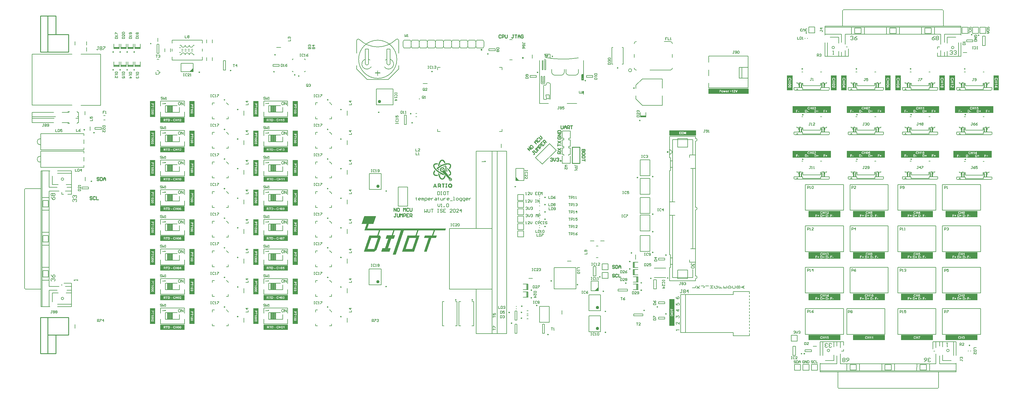
<source format=gto>
G04*
G04 #@! TF.GenerationSoftware,Altium Limited,Altium Designer,24.8.2 (39)*
G04*
G04 Layer_Color=65535*
%FSLAX25Y25*%
%MOIN*%
G70*
G04*
G04 #@! TF.SameCoordinates,C1053C66-5238-42FC-9F49-9D65F9AD5EA5*
G04*
G04*
G04 #@! TF.FilePolarity,Positive*
G04*
G01*
G75*
%ADD10C,0.00984*%
%ADD11C,0.00787*%
%ADD12C,0.00118*%
%ADD13C,0.00394*%
%ADD14C,0.01968*%
%ADD15C,0.01181*%
%ADD16C,0.01000*%
%ADD17C,0.00800*%
%ADD18C,0.00600*%
%ADD19C,0.00591*%
%ADD20C,0.00500*%
%ADD21C,0.00700*%
%ADD22R,0.00040X0.00995*%
G36*
X476037Y202993D02*
Y202600D01*
X476431Y202206D01*
Y201812D01*
X476555Y201733D01*
X476263Y201440D01*
X475409D01*
Y201774D01*
X474801Y202382D01*
Y202926D01*
X473578Y204148D01*
Y204278D01*
X473420D01*
X473003Y204695D01*
X471960D01*
X471541Y204277D01*
X471358D01*
X470556Y203474D01*
Y203155D01*
X469877Y202476D01*
Y201719D01*
X469292Y201134D01*
Y200327D01*
X469052Y200087D01*
Y199051D01*
X468668Y198667D01*
Y198416D01*
X468503D01*
X467967Y197880D01*
X467488D01*
Y198502D01*
X467820Y198834D01*
Y200297D01*
X468320Y200796D01*
Y201576D01*
X468557Y201812D01*
Y202484D01*
X469160Y203087D01*
Y203602D01*
X470129Y204571D01*
Y204687D01*
X470578Y205123D01*
X470686D01*
X471313Y205749D01*
X473675D01*
X476037Y202993D01*
D02*
G37*
G36*
X467313Y201182D02*
X467005Y200068D01*
X465454Y200173D01*
X464028Y199966D01*
X463282Y199613D01*
X462755Y198926D01*
X462664Y198237D01*
X462707Y197174D01*
X463678Y195771D01*
X465007Y194174D01*
X468613Y191119D01*
X472407Y188974D01*
X474291Y188136D01*
X474972Y187396D01*
X474710Y186752D01*
X470461Y188625D01*
X466607Y191074D01*
X464314Y193195D01*
X462640Y195227D01*
X461639Y197360D01*
X461607Y198674D01*
X462061Y200044D01*
X462999Y200802D01*
X464515Y201263D01*
X465779Y201324D01*
X467313Y201182D01*
D02*
G37*
G36*
X471313Y199844D02*
X470919Y199450D01*
X470132D01*
Y200237D01*
X470526D01*
X471313Y199844D01*
D02*
G37*
G36*
X475644Y196694D02*
X473281Y197875D01*
X474856Y198269D01*
X475250D01*
X475644Y196694D01*
D02*
G37*
G36*
X480765Y201203D02*
X482004Y200783D01*
X483033Y199861D01*
X483459Y197982D01*
X483082Y196655D01*
X481650Y194322D01*
X480898Y195190D01*
X481918Y196886D01*
X482295Y198338D01*
X481850Y199475D01*
X481044Y199931D01*
X479483Y200179D01*
X478261Y200091D01*
X473391Y198705D01*
X469307Y196574D01*
X466283Y194278D01*
X465379Y195019D01*
X467707Y196774D01*
X470207Y198374D01*
X473407Y200074D01*
X477213Y201113D01*
X479290Y201318D01*
X480765Y201203D01*
D02*
G37*
G36*
X468266Y192457D02*
X467179Y193393D01*
X467315Y194199D01*
X468317Y194974D01*
X468335Y194988D01*
X468266Y192457D01*
D02*
G37*
G36*
X479507Y192241D02*
X479584Y192168D01*
X478632Y191512D01*
X478759Y192946D01*
X479507Y192241D01*
D02*
G37*
G36*
X477540Y197462D02*
X477807Y194174D01*
X477656Y190718D01*
X476615Y192064D01*
X476653Y193181D01*
X476530Y195607D01*
X476122Y198903D01*
X477218Y199056D01*
X477264Y199134D01*
X477540Y197462D01*
D02*
G37*
G36*
X471118Y187279D02*
X470179Y186730D01*
X469908Y187856D01*
X471118Y187279D01*
D02*
G37*
G36*
X480684Y193977D02*
X482727Y191291D01*
X483427Y189277D01*
X483312Y187935D01*
X482778Y187011D01*
X481588Y186229D01*
X481222Y186104D01*
X480443Y187112D01*
X481455Y187438D01*
X482186Y188220D01*
X482261Y189295D01*
X481875Y190406D01*
X480987Y191853D01*
X479879Y193119D01*
X478694Y194341D01*
X478712Y195785D01*
X480684Y193977D01*
D02*
G37*
G36*
X464154Y192086D02*
X463372Y190937D01*
X462707Y189293D01*
X462690Y188507D01*
X463133Y187706D01*
X463993Y187241D01*
X465506Y187030D01*
X467007Y187132D01*
X467319Y186024D01*
X465184Y185879D01*
X463402Y186212D01*
X462207Y186874D01*
X461609Y188081D01*
X461519Y189078D01*
X461904Y190611D01*
X463326Y192886D01*
X464154Y192086D01*
D02*
G37*
G36*
X468778Y188550D02*
X469267Y186679D01*
X470087Y184631D01*
X470805Y183504D01*
X471792Y182658D01*
X472705Y182506D01*
X473611Y182950D01*
X474468Y183923D01*
X475385Y185769D01*
X475685Y186622D01*
X476576Y185653D01*
X475451Y183330D01*
X474542Y182217D01*
X472815Y181323D01*
X472149D01*
X471107Y181774D01*
X469789Y182916D01*
X468778Y184672D01*
X467854Y187449D01*
X467603Y189316D01*
X468778Y188550D01*
D02*
G37*
G36*
X483194Y182000D02*
X483402Y181792D01*
X483514Y181521D01*
Y181374D01*
Y181367D01*
Y181221D01*
X483402Y180950D01*
X483195Y180742D01*
X482924Y180630D01*
X482625D01*
X482354Y180742D01*
X482146Y180950D01*
X482034Y181221D01*
Y181368D01*
Y181376D01*
Y181522D01*
X482146Y181793D01*
X482354Y182001D01*
X482625Y182113D01*
X482923D01*
X483194Y182000D01*
D02*
G37*
G36*
X473607Y196274D02*
X474763Y195412D01*
X475407Y194074D01*
X475397Y193136D01*
X475843Y192057D01*
X482244Y183784D01*
X482971Y183241D01*
X483807Y182774D01*
X484141Y182569D01*
X484607Y180974D01*
X484107Y180374D01*
X483904Y180016D01*
X482747Y179598D01*
X482362Y180274D01*
X483526Y180476D01*
X483932Y181585D01*
X483176Y182491D01*
X482013Y182290D01*
X481606Y181181D01*
X482362Y180274D01*
X482747Y179598D01*
X481907Y179674D01*
X481350Y180253D01*
X480939Y181274D01*
X480692Y182024D01*
X480368Y182521D01*
X472406Y190675D01*
X471507Y190874D01*
X470311Y191717D01*
X469707Y193074D01*
X469807Y194574D01*
X470307Y195474D01*
X470689Y195791D01*
X472535Y196458D01*
X473607Y196274D01*
D02*
G37*
G36*
X469844Y176256D02*
X470637Y175699D01*
X470931Y175127D01*
X471011Y174674D01*
X470931Y174025D01*
X470707Y173578D01*
X470304Y173175D01*
X471259Y171482D01*
Y171397D01*
X469940D01*
X469139Y172774D01*
X468276Y172885D01*
Y171397D01*
X467143D01*
Y176293D01*
X468311D01*
X468275Y173873D01*
X469280Y173873D01*
X469798Y174184D01*
X469894Y174692D01*
X469751Y175069D01*
X469282Y175298D01*
X468311D01*
Y176293D01*
X469844Y176256D01*
D02*
G37*
G36*
X483400Y176161D02*
X483911Y175877D01*
X484300Y175487D01*
X484691Y174773D01*
X484821Y173838D01*
Y173513D01*
X484737Y173060D01*
X484444Y172386D01*
X484952Y171397D01*
X483766D01*
X483623Y171549D01*
X482499Y171274D01*
X481237Y171531D01*
X480707Y171774D01*
X480342Y172200D01*
X479951Y172912D01*
X479810Y173838D01*
X479828Y174314D01*
X480007Y174874D01*
X480307Y175374D01*
X480915Y175988D01*
X481607Y176274D01*
X482323Y176380D01*
X483400Y176161D01*
D02*
G37*
G36*
X478768Y175327D02*
X478176D01*
Y172371D01*
X478818D01*
Y171397D01*
X476414D01*
Y172371D01*
X477058D01*
Y175327D01*
X476465D01*
Y176293D01*
X478768D01*
Y175327D01*
D02*
G37*
G36*
X475582Y175298D02*
X474347D01*
Y171397D01*
X473229D01*
Y175298D01*
X471986D01*
Y176293D01*
X475582D01*
Y175298D01*
D02*
G37*
G36*
X466032Y171397D02*
X464899D01*
X464563Y172113D01*
X462547D01*
X462211Y171397D01*
X461078D01*
X463324Y176358D01*
X463778D01*
X466032Y171397D01*
D02*
G37*
G36*
X390779Y135931D02*
X390682D01*
Y135833D01*
Y135736D01*
Y135638D01*
X390584D01*
Y135541D01*
Y135443D01*
Y135346D01*
X390487D01*
Y135248D01*
Y135151D01*
Y135053D01*
X390389D01*
Y134956D01*
Y134859D01*
Y134761D01*
X390292D01*
Y134663D01*
Y134566D01*
Y134469D01*
X390194D01*
Y134371D01*
Y134274D01*
X390097D01*
Y134176D01*
Y134079D01*
Y133981D01*
X389999D01*
Y133884D01*
Y133786D01*
Y133689D01*
X389902D01*
Y133591D01*
Y133494D01*
Y133396D01*
X389804D01*
Y133299D01*
Y133201D01*
Y133104D01*
X389707D01*
Y133006D01*
Y132909D01*
Y132811D01*
X389609D01*
Y132714D01*
Y132616D01*
Y132519D01*
X389512D01*
Y132422D01*
Y132324D01*
Y132227D01*
X389414D01*
Y132129D01*
Y132032D01*
Y131934D01*
X389317D01*
Y131837D01*
Y131739D01*
Y131642D01*
X389219D01*
Y131544D01*
Y131447D01*
X389122D01*
Y131349D01*
Y131252D01*
Y131154D01*
X389024D01*
Y131057D01*
Y130959D01*
Y130862D01*
X388927D01*
Y130764D01*
Y130667D01*
Y130570D01*
X388829D01*
Y130472D01*
Y130375D01*
Y130277D01*
X388732D01*
Y130180D01*
Y130082D01*
Y129985D01*
X388634D01*
Y129887D01*
Y129790D01*
Y129692D01*
X388537D01*
Y129595D01*
Y129497D01*
Y129400D01*
X388439D01*
Y129302D01*
Y129205D01*
Y129107D01*
X388342D01*
Y129010D01*
Y128912D01*
Y128815D01*
X388245D01*
Y128717D01*
Y128620D01*
X388147D01*
Y128523D01*
Y128425D01*
Y128328D01*
X388050D01*
Y128230D01*
Y128132D01*
Y128035D01*
X387952D01*
Y127938D01*
Y127840D01*
Y127743D01*
X387855D01*
Y127645D01*
Y127548D01*
Y127450D01*
X387757D01*
Y127353D01*
Y127255D01*
Y127158D01*
X387660D01*
Y127060D01*
Y126963D01*
Y126865D01*
X387562D01*
Y126768D01*
Y126670D01*
Y126573D01*
X387465D01*
Y126475D01*
Y126378D01*
X381811D01*
Y126280D01*
X381714D01*
Y126183D01*
Y126085D01*
Y125988D01*
X381616D01*
Y125891D01*
Y125793D01*
Y125696D01*
X381519D01*
Y125598D01*
Y125501D01*
Y125403D01*
X381421D01*
Y125306D01*
Y125208D01*
Y125111D01*
X381324D01*
Y125013D01*
Y124916D01*
Y124818D01*
X381226D01*
Y124721D01*
Y124623D01*
Y124526D01*
X381129D01*
Y124428D01*
Y124331D01*
Y124233D01*
X381031D01*
Y124136D01*
Y124039D01*
Y123941D01*
X380934D01*
Y123844D01*
Y123746D01*
Y123649D01*
X380836D01*
Y123551D01*
Y123454D01*
Y123356D01*
X380739D01*
Y123259D01*
Y123161D01*
Y123064D01*
X380641D01*
Y122966D01*
Y122869D01*
Y122771D01*
X380544D01*
Y122674D01*
Y122576D01*
Y122479D01*
X380446D01*
Y122381D01*
Y122284D01*
Y122186D01*
X380349D01*
Y122089D01*
Y121992D01*
Y121894D01*
X380251D01*
Y121797D01*
Y121699D01*
Y121602D01*
X380154D01*
Y121504D01*
Y121407D01*
Y121309D01*
X380056D01*
Y121212D01*
Y121114D01*
Y121017D01*
X379959D01*
Y120919D01*
Y120822D01*
Y120724D01*
X477144D01*
Y120627D01*
X477046D01*
Y120529D01*
Y120432D01*
Y120334D01*
X476949D01*
Y120432D01*
X476851D01*
Y120334D01*
X476949D01*
Y120237D01*
Y120139D01*
X476851D01*
Y120042D01*
Y119945D01*
Y119847D01*
X476754D01*
Y119749D01*
Y119652D01*
X476656D01*
Y119554D01*
Y119457D01*
Y119360D01*
X476559D01*
Y119262D01*
Y119165D01*
X476462D01*
Y119067D01*
Y118970D01*
Y118872D01*
X476364D01*
Y118775D01*
Y118677D01*
Y118580D01*
X476266D01*
Y118482D01*
Y118385D01*
X463497D01*
Y118287D01*
Y118190D01*
Y118092D01*
X463400D01*
Y117995D01*
Y117897D01*
Y117800D01*
X463302D01*
Y117702D01*
Y117605D01*
X463205D01*
Y117508D01*
Y117410D01*
Y117313D01*
X463107D01*
Y117215D01*
Y117118D01*
Y117020D01*
X463010D01*
Y116923D01*
Y116825D01*
Y116728D01*
X462912D01*
Y116630D01*
Y116533D01*
Y116435D01*
X462815D01*
Y116338D01*
Y116240D01*
Y116143D01*
X462717D01*
Y116045D01*
Y115948D01*
Y115850D01*
X462620D01*
Y115753D01*
Y115655D01*
Y115558D01*
X462522D01*
Y115461D01*
Y115363D01*
Y115266D01*
X462425D01*
Y115168D01*
Y115071D01*
Y114973D01*
X462327D01*
Y114876D01*
Y114778D01*
Y114681D01*
X462230D01*
Y114583D01*
Y114486D01*
Y114388D01*
X462132D01*
Y114291D01*
Y114193D01*
Y114096D01*
X462035D01*
Y113998D01*
Y113901D01*
Y113803D01*
X461937D01*
Y113706D01*
Y113608D01*
Y113511D01*
X461840D01*
Y113414D01*
Y113316D01*
Y113218D01*
X461742D01*
Y113121D01*
Y113024D01*
Y112926D01*
X461645D01*
Y112829D01*
Y112731D01*
Y112634D01*
X461548D01*
Y112536D01*
Y112439D01*
Y112341D01*
X461450D01*
Y112244D01*
X465836D01*
Y112146D01*
Y112049D01*
Y111951D01*
X465739D01*
Y111854D01*
Y111756D01*
Y111659D01*
X465641D01*
Y111561D01*
Y111464D01*
Y111366D01*
X465544D01*
Y111269D01*
Y111171D01*
Y111074D01*
X465447D01*
Y110977D01*
Y110879D01*
Y110782D01*
X465349D01*
Y110684D01*
Y110587D01*
X465252D01*
Y110489D01*
Y110392D01*
Y110294D01*
X465154D01*
Y110197D01*
Y110099D01*
Y110002D01*
X465057D01*
Y109904D01*
Y109807D01*
Y109709D01*
X464959D01*
Y109612D01*
Y109514D01*
Y109417D01*
X464862D01*
Y109319D01*
Y109222D01*
Y109125D01*
X464764D01*
Y109027D01*
X459013D01*
Y108930D01*
Y108832D01*
Y108735D01*
X458916D01*
Y108637D01*
Y108540D01*
Y108442D01*
X458818D01*
Y108345D01*
Y108247D01*
Y108150D01*
X458721D01*
Y108052D01*
Y107955D01*
Y107857D01*
X458623D01*
Y107760D01*
Y107662D01*
Y107565D01*
X458526D01*
Y107467D01*
Y107370D01*
Y107272D01*
X458428D01*
Y107175D01*
Y107077D01*
X458331D01*
Y106980D01*
Y106883D01*
Y106785D01*
X458233D01*
Y106687D01*
Y106590D01*
Y106493D01*
X458136D01*
Y106395D01*
Y106298D01*
Y106200D01*
X458038D01*
Y106103D01*
Y106005D01*
Y105908D01*
X457941D01*
Y105810D01*
Y105713D01*
Y105615D01*
X457843D01*
Y105518D01*
Y105420D01*
Y105323D01*
X457746D01*
Y105225D01*
Y105128D01*
Y105030D01*
X457648D01*
Y104933D01*
Y104835D01*
Y104738D01*
X457551D01*
Y104640D01*
Y104543D01*
Y104446D01*
X457453D01*
Y104348D01*
Y104251D01*
Y104153D01*
X457356D01*
Y104056D01*
Y103958D01*
Y103861D01*
X457259D01*
Y103763D01*
Y103666D01*
Y103568D01*
X457161D01*
Y103471D01*
Y103373D01*
Y103276D01*
X457063D01*
Y103178D01*
Y103081D01*
Y102983D01*
X456966D01*
Y102886D01*
Y102788D01*
Y102691D01*
X456869D01*
Y102594D01*
Y102496D01*
Y102399D01*
X456771D01*
Y102301D01*
Y102204D01*
X456674D01*
Y102106D01*
Y102009D01*
Y101911D01*
X456576D01*
Y101814D01*
Y101716D01*
Y101619D01*
X456479D01*
Y101521D01*
Y101424D01*
Y101326D01*
X456381D01*
Y101229D01*
Y101131D01*
Y101034D01*
X456284D01*
Y100936D01*
Y100839D01*
Y100741D01*
X456186D01*
Y100644D01*
Y100547D01*
Y100449D01*
X456089D01*
Y100352D01*
Y100254D01*
Y100157D01*
X455991D01*
Y100059D01*
Y99962D01*
Y99864D01*
X455894D01*
Y99767D01*
Y99669D01*
Y99572D01*
X455796D01*
Y99474D01*
Y99377D01*
Y99279D01*
X455699D01*
Y99182D01*
Y99084D01*
Y98987D01*
X455601D01*
Y98889D01*
Y98792D01*
Y98694D01*
X455504D01*
Y98597D01*
Y98500D01*
Y98402D01*
X455406D01*
Y98304D01*
Y98207D01*
Y98110D01*
X455309D01*
Y98012D01*
Y97915D01*
Y97817D01*
X455211D01*
Y97720D01*
Y97622D01*
Y97525D01*
X455114D01*
Y97427D01*
Y97330D01*
Y97232D01*
X455017D01*
Y97135D01*
Y97037D01*
X454919D01*
Y96940D01*
Y96842D01*
Y96745D01*
X454821D01*
Y96647D01*
Y96550D01*
Y96452D01*
X454724D01*
Y96355D01*
Y96258D01*
Y96160D01*
X454627D01*
Y96062D01*
Y95965D01*
Y95868D01*
X454529D01*
Y95770D01*
Y95673D01*
Y95575D01*
X454432D01*
Y95478D01*
Y95380D01*
Y95283D01*
X454334D01*
Y95185D01*
Y95088D01*
Y94990D01*
X454237D01*
Y94893D01*
Y94795D01*
Y94698D01*
X454139D01*
Y94600D01*
Y94503D01*
Y94405D01*
X454042D01*
Y94308D01*
Y94210D01*
Y94113D01*
X453944D01*
Y94016D01*
Y93918D01*
Y93821D01*
X453847D01*
Y93723D01*
Y93626D01*
Y93528D01*
X453749D01*
Y93431D01*
Y93333D01*
Y93236D01*
X453652D01*
Y93138D01*
Y93041D01*
Y92943D01*
X453554D01*
Y92846D01*
Y92748D01*
Y92651D01*
X453457D01*
Y92553D01*
Y92456D01*
Y92358D01*
X453359D01*
Y92261D01*
X450045D01*
Y92358D01*
X450143D01*
Y92456D01*
Y92553D01*
Y92651D01*
X450240D01*
Y92748D01*
Y92846D01*
Y92943D01*
X450338D01*
Y93041D01*
Y93138D01*
Y93236D01*
X450435D01*
Y93333D01*
Y93431D01*
Y93528D01*
X450532D01*
Y93626D01*
Y93723D01*
Y93821D01*
X450630D01*
Y93918D01*
Y94016D01*
Y94113D01*
X450728D01*
Y94210D01*
Y94308D01*
Y94405D01*
X450825D01*
Y94503D01*
Y94600D01*
Y94698D01*
X450922D01*
Y94795D01*
Y94893D01*
Y94990D01*
X451020D01*
Y95088D01*
Y95185D01*
Y95283D01*
X451117D01*
Y95380D01*
Y95478D01*
Y95575D01*
X451215D01*
Y95673D01*
Y95770D01*
Y95868D01*
X451312D01*
Y95965D01*
Y96062D01*
Y96160D01*
X451410D01*
Y96258D01*
Y96355D01*
Y96452D01*
X451507D01*
Y96550D01*
Y96647D01*
Y96745D01*
X451605D01*
Y96842D01*
Y96940D01*
Y97037D01*
X451702D01*
Y97135D01*
Y97232D01*
X451800D01*
Y97330D01*
Y97427D01*
Y97525D01*
X451897D01*
Y97622D01*
Y97720D01*
Y97817D01*
X451995D01*
Y97915D01*
Y98012D01*
Y98110D01*
X452092D01*
Y98207D01*
Y98304D01*
Y98402D01*
X452190D01*
Y98500D01*
Y98597D01*
Y98694D01*
X452287D01*
Y98792D01*
Y98889D01*
Y98987D01*
X452385D01*
Y99084D01*
Y99182D01*
Y99279D01*
X452482D01*
Y99377D01*
Y99474D01*
Y99572D01*
X452580D01*
Y99669D01*
Y99767D01*
Y99864D01*
X452677D01*
Y99962D01*
Y100059D01*
Y100157D01*
X452774D01*
Y100254D01*
Y100352D01*
Y100449D01*
X452872D01*
Y100547D01*
Y100644D01*
Y100741D01*
X452970D01*
Y100839D01*
Y100936D01*
Y101034D01*
X453067D01*
Y101131D01*
Y101229D01*
Y101326D01*
X453164D01*
Y101424D01*
Y101521D01*
Y101619D01*
X453262D01*
Y101716D01*
Y101814D01*
Y101911D01*
X453359D01*
Y102009D01*
Y102106D01*
Y102204D01*
X453457D01*
Y102301D01*
Y102399D01*
X453554D01*
Y102496D01*
Y102594D01*
Y102691D01*
X453652D01*
Y102788D01*
Y102886D01*
Y102983D01*
X453749D01*
Y103081D01*
Y103178D01*
Y103276D01*
X453847D01*
Y103373D01*
Y103471D01*
Y103568D01*
X453944D01*
Y103666D01*
Y103763D01*
Y103861D01*
X454042D01*
Y103958D01*
Y104056D01*
Y104153D01*
X454139D01*
Y104251D01*
Y104348D01*
Y104446D01*
X454237D01*
Y104543D01*
Y104640D01*
Y104738D01*
X454334D01*
Y104835D01*
Y104933D01*
Y105030D01*
X454432D01*
Y105128D01*
Y105225D01*
Y105323D01*
X454529D01*
Y105420D01*
Y105518D01*
Y105615D01*
X454627D01*
Y105713D01*
Y105810D01*
Y105908D01*
X454724D01*
Y106005D01*
Y106103D01*
Y106200D01*
X454821D01*
Y106298D01*
Y106395D01*
Y106493D01*
X454919D01*
Y106590D01*
Y106687D01*
Y106785D01*
X455017D01*
Y106883D01*
Y106980D01*
Y107077D01*
X455114D01*
Y107175D01*
Y107272D01*
X455211D01*
Y107370D01*
Y107467D01*
Y107565D01*
X455309D01*
Y107662D01*
Y107760D01*
Y107857D01*
X455406D01*
Y107955D01*
Y108052D01*
Y108150D01*
X455504D01*
Y108247D01*
Y108345D01*
Y108442D01*
X455601D01*
Y108540D01*
Y108637D01*
Y108735D01*
X455699D01*
Y108832D01*
Y108930D01*
Y109027D01*
X450045D01*
Y109125D01*
Y109222D01*
X450143D01*
Y109319D01*
Y109417D01*
Y109514D01*
X450240D01*
Y109612D01*
Y109709D01*
Y109807D01*
X450338D01*
Y109904D01*
Y110002D01*
Y110099D01*
X450435D01*
Y110197D01*
Y110294D01*
Y110392D01*
X450532D01*
Y110489D01*
Y110587D01*
Y110684D01*
X450630D01*
Y110782D01*
Y110879D01*
Y110977D01*
X450728D01*
Y111074D01*
Y111171D01*
Y111269D01*
X450825D01*
Y111366D01*
Y111464D01*
Y111561D01*
X450922D01*
Y111659D01*
Y111756D01*
Y111854D01*
X451020D01*
Y111951D01*
Y112049D01*
Y112146D01*
X451117D01*
Y112244D01*
X459988D01*
Y112341D01*
Y112439D01*
Y112536D01*
X460085D01*
Y112634D01*
Y112731D01*
Y112829D01*
X460183D01*
Y112926D01*
Y113024D01*
Y113121D01*
X460280D01*
Y113218D01*
Y113316D01*
Y113414D01*
X460378D01*
Y113511D01*
Y113608D01*
Y113706D01*
X460475D01*
Y113803D01*
Y113901D01*
Y113998D01*
X460573D01*
Y114096D01*
Y114193D01*
Y114291D01*
X460670D01*
Y114388D01*
Y114486D01*
Y114583D01*
X460768D01*
Y114681D01*
Y114778D01*
Y114876D01*
X460865D01*
Y114973D01*
Y115071D01*
Y115168D01*
X460963D01*
Y115266D01*
Y115363D01*
Y115461D01*
X461060D01*
Y115558D01*
Y115655D01*
Y115753D01*
X461158D01*
Y115850D01*
Y115948D01*
Y116045D01*
X461255D01*
Y116143D01*
Y116240D01*
Y116338D01*
X461352D01*
Y116435D01*
Y116533D01*
Y116630D01*
X461450D01*
Y116728D01*
Y116825D01*
Y116923D01*
X461548D01*
Y117020D01*
Y117118D01*
Y117215D01*
X461645D01*
Y117313D01*
Y117410D01*
Y117508D01*
X461742D01*
Y117605D01*
Y117702D01*
Y117800D01*
X461840D01*
Y117897D01*
Y117995D01*
Y118092D01*
X461937D01*
Y118190D01*
Y118287D01*
Y118385D01*
X443124D01*
Y118287D01*
Y118190D01*
X443027D01*
Y118092D01*
Y117995D01*
Y117897D01*
X442929D01*
Y117800D01*
Y117702D01*
Y117605D01*
X442832D01*
Y117508D01*
Y117410D01*
X442734D01*
Y117313D01*
Y117215D01*
Y117118D01*
X442637D01*
Y117020D01*
Y116923D01*
Y116825D01*
X442539D01*
Y116728D01*
Y116630D01*
Y116533D01*
X442442D01*
Y116435D01*
Y116338D01*
Y116240D01*
X442344D01*
Y116143D01*
Y116045D01*
Y115948D01*
X442247D01*
Y115850D01*
Y115753D01*
Y115655D01*
X442149D01*
Y115558D01*
Y115461D01*
Y115363D01*
X442052D01*
Y115266D01*
Y115168D01*
Y115071D01*
X441955D01*
Y114973D01*
Y114876D01*
Y114778D01*
X441857D01*
Y114681D01*
Y114583D01*
Y114486D01*
X441760D01*
Y114388D01*
Y114291D01*
Y114193D01*
X441662D01*
Y114096D01*
Y113998D01*
Y113901D01*
X441565D01*
Y113803D01*
Y113706D01*
Y113608D01*
X441467D01*
Y113511D01*
Y113414D01*
Y113316D01*
X441370D01*
Y113218D01*
Y113121D01*
Y113024D01*
X441272D01*
Y112926D01*
Y112829D01*
Y112731D01*
X441175D01*
Y112634D01*
Y112536D01*
Y112439D01*
X441077D01*
Y112341D01*
Y112244D01*
X444586D01*
Y112146D01*
X444489D01*
Y112049D01*
Y111951D01*
X444391D01*
Y111854D01*
Y111756D01*
Y111659D01*
X444294D01*
Y111561D01*
Y111464D01*
Y111366D01*
X444197D01*
Y111269D01*
Y111171D01*
Y111074D01*
X444099D01*
Y110977D01*
Y110879D01*
Y110782D01*
X444002D01*
Y110684D01*
Y110587D01*
Y110489D01*
X443904D01*
Y110392D01*
Y110294D01*
Y110197D01*
X443807D01*
Y110099D01*
Y110002D01*
Y109904D01*
X443709D01*
Y109807D01*
Y109709D01*
Y109612D01*
X443612D01*
Y109514D01*
Y109417D01*
Y109319D01*
X443514D01*
Y109222D01*
Y109125D01*
Y109027D01*
X443417D01*
Y108930D01*
Y108832D01*
Y108735D01*
X443319D01*
Y108637D01*
Y108540D01*
Y108442D01*
X443222D01*
Y108345D01*
Y108247D01*
Y108150D01*
X443124D01*
Y108052D01*
Y107955D01*
Y107857D01*
X443027D01*
Y107760D01*
Y107662D01*
Y107565D01*
X442929D01*
Y107467D01*
Y107370D01*
Y107272D01*
X442832D01*
Y107175D01*
Y107077D01*
X442734D01*
Y106980D01*
Y106883D01*
Y106785D01*
X442637D01*
Y106687D01*
Y106590D01*
Y106493D01*
X442539D01*
Y106395D01*
Y106298D01*
Y106200D01*
X442442D01*
Y106103D01*
Y106005D01*
Y105908D01*
X442344D01*
Y105810D01*
Y105713D01*
Y105615D01*
X442247D01*
Y105518D01*
Y105420D01*
Y105323D01*
X442149D01*
Y105225D01*
Y105128D01*
Y105030D01*
X442052D01*
Y104933D01*
Y104835D01*
Y104738D01*
X441955D01*
Y104640D01*
Y104543D01*
Y104446D01*
X441857D01*
Y104348D01*
Y104251D01*
Y104153D01*
X441760D01*
Y104056D01*
Y103958D01*
Y103861D01*
X441662D01*
Y103763D01*
Y103666D01*
Y103568D01*
X441565D01*
Y103471D01*
Y103373D01*
Y103276D01*
X441467D01*
Y103178D01*
Y103081D01*
Y102983D01*
X441370D01*
Y102886D01*
Y102788D01*
Y102691D01*
X441272D01*
Y102594D01*
Y102496D01*
Y102399D01*
X441175D01*
Y102301D01*
Y102204D01*
X441077D01*
Y102106D01*
Y102009D01*
Y101911D01*
X440980D01*
Y101814D01*
Y101716D01*
Y101619D01*
X440882D01*
Y101521D01*
Y101424D01*
Y101326D01*
X440785D01*
Y101229D01*
Y101131D01*
Y101034D01*
X440687D01*
Y100936D01*
Y100839D01*
Y100741D01*
X440590D01*
Y100644D01*
Y100547D01*
Y100449D01*
X440492D01*
Y100352D01*
Y100254D01*
Y100157D01*
X440395D01*
Y100059D01*
Y99962D01*
Y99864D01*
X440297D01*
Y99767D01*
Y99669D01*
Y99572D01*
X440200D01*
Y99474D01*
Y99377D01*
Y99279D01*
X440102D01*
Y99182D01*
Y99084D01*
Y98987D01*
X440005D01*
Y98889D01*
Y98792D01*
Y98694D01*
X439908D01*
Y98597D01*
Y98500D01*
Y98402D01*
X439810D01*
Y98304D01*
Y98207D01*
Y98110D01*
X439713D01*
Y98012D01*
Y97915D01*
Y97817D01*
X439615D01*
Y97720D01*
Y97622D01*
Y97525D01*
X439518D01*
Y97427D01*
Y97330D01*
Y97232D01*
X439420D01*
Y97135D01*
Y97037D01*
X439323D01*
Y96940D01*
Y96842D01*
Y96745D01*
X439225D01*
Y96647D01*
Y96550D01*
Y96452D01*
X439128D01*
Y96355D01*
Y96258D01*
Y96160D01*
X439030D01*
Y96062D01*
Y95965D01*
Y95868D01*
X438933D01*
Y95770D01*
Y95673D01*
Y95575D01*
X438835D01*
Y95478D01*
Y95380D01*
Y95283D01*
X438738D01*
Y95185D01*
Y95088D01*
Y94990D01*
X438640D01*
Y94893D01*
Y94795D01*
Y94698D01*
X438543D01*
Y94600D01*
Y94503D01*
Y94405D01*
X438445D01*
Y94308D01*
Y94210D01*
Y94113D01*
X438348D01*
Y94016D01*
Y93918D01*
Y93821D01*
X438250D01*
Y93723D01*
Y93626D01*
Y93528D01*
X438153D01*
Y93431D01*
Y93333D01*
Y93236D01*
X438055D01*
Y93138D01*
Y93041D01*
Y92943D01*
X437958D01*
Y92846D01*
Y92748D01*
Y92651D01*
X437860D01*
Y92553D01*
Y92456D01*
Y92358D01*
X437763D01*
Y92261D01*
X422947D01*
Y92358D01*
X423044D01*
Y92456D01*
Y92553D01*
Y92651D01*
X423141D01*
Y92748D01*
Y92846D01*
Y92943D01*
X423239D01*
Y93041D01*
Y93138D01*
Y93236D01*
X423336D01*
Y93333D01*
Y93431D01*
Y93528D01*
X423434D01*
Y93626D01*
Y93723D01*
Y93821D01*
X423531D01*
Y93918D01*
Y94016D01*
Y94113D01*
X423629D01*
Y94210D01*
Y94308D01*
Y94405D01*
X423726D01*
Y94503D01*
Y94600D01*
Y94698D01*
X423824D01*
Y94795D01*
Y94893D01*
Y94990D01*
X423921D01*
Y95088D01*
Y95185D01*
Y95283D01*
X424019D01*
Y95380D01*
Y95478D01*
Y95575D01*
X424116D01*
Y95673D01*
Y95770D01*
Y95868D01*
X424214D01*
Y95965D01*
Y96062D01*
Y96160D01*
X424311D01*
Y96258D01*
Y96355D01*
Y96452D01*
X424409D01*
Y96550D01*
Y96647D01*
Y96745D01*
X424506D01*
Y96842D01*
Y96940D01*
Y97037D01*
X424604D01*
Y97135D01*
Y97232D01*
X424701D01*
Y97330D01*
Y97427D01*
Y97525D01*
X424798D01*
Y97622D01*
Y97720D01*
Y97817D01*
X424896D01*
Y97915D01*
Y98012D01*
Y98110D01*
X424994D01*
Y98207D01*
Y98304D01*
Y98402D01*
X425091D01*
Y98500D01*
Y98597D01*
Y98694D01*
X425188D01*
Y98792D01*
Y98889D01*
Y98987D01*
X425286D01*
Y99084D01*
Y99182D01*
Y99279D01*
X425383D01*
Y99377D01*
Y99474D01*
Y99572D01*
X425481D01*
Y99669D01*
Y99767D01*
Y99864D01*
X425578D01*
Y99962D01*
Y100059D01*
Y100157D01*
X425676D01*
Y100254D01*
Y100352D01*
Y100449D01*
X425773D01*
Y100547D01*
Y100644D01*
Y100741D01*
X425871D01*
Y100839D01*
Y100936D01*
Y101034D01*
X425968D01*
Y101131D01*
Y101229D01*
Y101326D01*
X426066D01*
Y101424D01*
Y101521D01*
Y101619D01*
X426163D01*
Y101716D01*
Y101814D01*
Y101911D01*
X426261D01*
Y102009D01*
Y102106D01*
Y102204D01*
X426358D01*
Y102301D01*
Y102399D01*
X426456D01*
Y102496D01*
Y102594D01*
Y102691D01*
X426553D01*
Y102788D01*
Y102886D01*
Y102983D01*
X426651D01*
Y103081D01*
Y103178D01*
Y103276D01*
X426748D01*
Y103373D01*
Y103471D01*
Y103568D01*
X426846D01*
Y103666D01*
Y103763D01*
Y103861D01*
X426943D01*
Y103958D01*
Y104056D01*
Y104153D01*
X427040D01*
Y104251D01*
Y104348D01*
Y104446D01*
X427138D01*
Y104543D01*
Y104640D01*
Y104738D01*
X427236D01*
Y104835D01*
Y104933D01*
Y105030D01*
X427333D01*
Y105128D01*
Y105225D01*
Y105323D01*
X427430D01*
Y105420D01*
Y105518D01*
Y105615D01*
X427528D01*
Y105713D01*
Y105810D01*
Y105908D01*
X427625D01*
Y106005D01*
Y106103D01*
Y106200D01*
X427723D01*
Y106298D01*
Y106395D01*
Y106493D01*
X427820D01*
Y106590D01*
Y106687D01*
Y106785D01*
X427918D01*
Y106883D01*
Y106980D01*
Y107077D01*
X428015D01*
Y107175D01*
Y107272D01*
X428113D01*
Y107370D01*
Y107467D01*
Y107565D01*
X428210D01*
Y107662D01*
Y107760D01*
Y107857D01*
X428308D01*
Y107955D01*
Y108052D01*
Y108150D01*
X428405D01*
Y108247D01*
Y108345D01*
Y108442D01*
X428503D01*
Y108540D01*
Y108637D01*
Y108735D01*
X428600D01*
Y108832D01*
Y108930D01*
Y109027D01*
X428698D01*
Y109125D01*
Y109222D01*
Y109319D01*
X428795D01*
Y109417D01*
Y109514D01*
Y109612D01*
X428893D01*
Y109709D01*
Y109807D01*
Y109904D01*
X428990D01*
Y110002D01*
Y110099D01*
Y110197D01*
X429087D01*
Y110294D01*
Y110392D01*
Y110489D01*
X429185D01*
Y110587D01*
Y110684D01*
Y110782D01*
X429283D01*
Y110879D01*
Y110977D01*
Y111074D01*
X429380D01*
Y111171D01*
Y111269D01*
Y111366D01*
X429477D01*
Y111464D01*
Y111561D01*
Y111659D01*
X429575D01*
Y111756D01*
Y111854D01*
Y111951D01*
X429672D01*
Y112049D01*
Y112146D01*
X429770D01*
Y112244D01*
X439518D01*
Y112341D01*
X439615D01*
Y112439D01*
Y112536D01*
Y112634D01*
X439713D01*
Y112731D01*
Y112829D01*
Y112926D01*
X439810D01*
Y113024D01*
Y113121D01*
Y113218D01*
X439908D01*
Y113316D01*
Y113414D01*
Y113511D01*
X440005D01*
Y113608D01*
Y113706D01*
Y113803D01*
X440102D01*
Y113901D01*
Y113998D01*
Y114096D01*
X440200D01*
Y114193D01*
Y114291D01*
Y114388D01*
X440297D01*
Y114486D01*
Y114583D01*
Y114681D01*
X440395D01*
Y114778D01*
Y114876D01*
Y114973D01*
X440492D01*
Y115071D01*
Y115168D01*
Y115266D01*
X440590D01*
Y115363D01*
Y115461D01*
Y115558D01*
X440687D01*
Y115655D01*
Y115753D01*
Y115850D01*
X440785D01*
Y115948D01*
Y116045D01*
Y116143D01*
X440882D01*
Y116240D01*
Y116338D01*
Y116435D01*
X440980D01*
Y116533D01*
Y116630D01*
Y116728D01*
X441077D01*
Y116825D01*
Y116923D01*
Y117020D01*
X441175D01*
Y117118D01*
Y117215D01*
Y117313D01*
X441272D01*
Y117410D01*
Y117508D01*
Y117605D01*
X441370D01*
Y117702D01*
Y117800D01*
Y117897D01*
X441467D01*
Y117995D01*
Y118092D01*
Y118190D01*
X441565D01*
Y118287D01*
Y118385D01*
X425091D01*
Y118287D01*
Y118190D01*
X424994D01*
Y118092D01*
Y117995D01*
Y117897D01*
X424896D01*
Y117800D01*
Y117702D01*
Y117605D01*
X424798D01*
Y117508D01*
Y117410D01*
Y117313D01*
X424701D01*
Y117215D01*
Y117118D01*
Y117020D01*
X424604D01*
Y116923D01*
Y116825D01*
Y116728D01*
X424506D01*
Y116630D01*
Y116533D01*
Y116435D01*
X424409D01*
Y116338D01*
Y116240D01*
Y116143D01*
X424311D01*
Y116045D01*
Y115948D01*
Y115850D01*
X424214D01*
Y115753D01*
Y115655D01*
Y115558D01*
X424116D01*
Y115461D01*
Y115363D01*
Y115266D01*
X424019D01*
Y115168D01*
Y115071D01*
Y114973D01*
X423921D01*
Y114876D01*
Y114778D01*
Y114681D01*
X423824D01*
Y114583D01*
Y114486D01*
Y114388D01*
X423726D01*
Y114291D01*
Y114193D01*
Y114096D01*
X423629D01*
Y113998D01*
Y113901D01*
Y113803D01*
X423531D01*
Y113706D01*
Y113608D01*
Y113511D01*
X423434D01*
Y113414D01*
Y113316D01*
Y113218D01*
X423336D01*
Y113121D01*
Y113024D01*
Y112926D01*
X423239D01*
Y112829D01*
Y112731D01*
Y112634D01*
X423141D01*
Y112536D01*
Y112439D01*
Y112341D01*
X423044D01*
Y112244D01*
Y112146D01*
Y112049D01*
X422947D01*
Y111951D01*
Y111854D01*
Y111756D01*
X422849D01*
Y111659D01*
Y111561D01*
Y111464D01*
X422752D01*
Y111366D01*
Y111269D01*
Y111171D01*
X422654D01*
Y111074D01*
Y110977D01*
Y110879D01*
X422556D01*
Y110782D01*
Y110684D01*
Y110587D01*
X422459D01*
Y110489D01*
Y110392D01*
Y110294D01*
X422362D01*
Y110197D01*
Y110099D01*
Y110002D01*
X422264D01*
Y109904D01*
Y109807D01*
Y109709D01*
X422167D01*
Y109612D01*
Y109514D01*
Y109417D01*
X422069D01*
Y109319D01*
Y109222D01*
Y109125D01*
X421972D01*
Y109027D01*
Y108930D01*
Y108832D01*
X421874D01*
Y108735D01*
Y108637D01*
Y108540D01*
X421777D01*
Y108442D01*
Y108345D01*
Y108247D01*
X421679D01*
Y108150D01*
Y108052D01*
Y107955D01*
X421582D01*
Y107857D01*
Y107760D01*
Y107662D01*
X421484D01*
Y107565D01*
Y107467D01*
Y107370D01*
X421387D01*
Y107272D01*
Y107175D01*
Y107077D01*
X421289D01*
Y106980D01*
Y106883D01*
Y106785D01*
X421192D01*
Y106687D01*
Y106590D01*
Y106493D01*
X421094D01*
Y106395D01*
Y106298D01*
Y106200D01*
X420997D01*
Y106103D01*
Y106005D01*
Y105908D01*
X420899D01*
Y105810D01*
Y105713D01*
Y105615D01*
X420802D01*
Y105518D01*
Y105420D01*
Y105323D01*
X420705D01*
Y105225D01*
Y105128D01*
Y105030D01*
X420607D01*
Y104933D01*
Y104835D01*
Y104738D01*
X420509D01*
Y104640D01*
Y104543D01*
Y104446D01*
X420412D01*
Y104348D01*
Y104251D01*
Y104153D01*
X420315D01*
Y104056D01*
Y103958D01*
Y103861D01*
X420217D01*
Y103763D01*
Y103666D01*
Y103568D01*
X420120D01*
Y103471D01*
Y103373D01*
Y103276D01*
X420022D01*
Y103178D01*
Y103081D01*
Y102983D01*
X419925D01*
Y102886D01*
Y102788D01*
Y102691D01*
X419827D01*
Y102594D01*
Y102496D01*
Y102399D01*
X419730D01*
Y102301D01*
Y102204D01*
Y102106D01*
X419632D01*
Y102009D01*
Y101911D01*
Y101814D01*
X419535D01*
Y101716D01*
Y101619D01*
Y101521D01*
X419437D01*
Y101424D01*
Y101326D01*
Y101229D01*
X419340D01*
Y101131D01*
Y101034D01*
Y100936D01*
X419242D01*
Y100839D01*
Y100741D01*
Y100644D01*
X419145D01*
Y100547D01*
Y100449D01*
Y100352D01*
X419047D01*
Y100254D01*
Y100157D01*
Y100059D01*
X418950D01*
Y99962D01*
Y99864D01*
Y99767D01*
X418852D01*
Y99669D01*
Y99572D01*
Y99474D01*
X418755D01*
Y99377D01*
Y99279D01*
Y99182D01*
X418657D01*
Y99084D01*
Y98987D01*
Y98889D01*
X418560D01*
Y98792D01*
Y98694D01*
Y98597D01*
X418463D01*
Y98500D01*
Y98402D01*
Y98304D01*
X418365D01*
Y98207D01*
Y98110D01*
Y98012D01*
X418267D01*
Y97915D01*
Y97817D01*
Y97720D01*
X418170D01*
Y97622D01*
Y97525D01*
Y97427D01*
X418073D01*
Y97330D01*
Y97232D01*
Y97135D01*
X417975D01*
Y97037D01*
Y96940D01*
Y96842D01*
X417878D01*
Y96745D01*
Y96647D01*
Y96550D01*
X417780D01*
Y96452D01*
Y96355D01*
Y96258D01*
X417683D01*
Y96160D01*
Y96062D01*
Y95965D01*
X417585D01*
Y95868D01*
Y95770D01*
Y95673D01*
X417488D01*
Y95575D01*
Y95478D01*
Y95380D01*
X417390D01*
Y95283D01*
Y95185D01*
Y95088D01*
X417293D01*
Y94990D01*
Y94893D01*
Y94795D01*
X417195D01*
Y94698D01*
Y94600D01*
Y94503D01*
X417098D01*
Y94405D01*
Y94308D01*
Y94210D01*
X417000D01*
Y94113D01*
Y94016D01*
Y93918D01*
X416903D01*
Y93821D01*
Y93723D01*
Y93626D01*
X416805D01*
Y93528D01*
Y93431D01*
Y93333D01*
X416708D01*
Y93236D01*
Y93138D01*
Y93041D01*
X416610D01*
Y92943D01*
Y92846D01*
Y92748D01*
X416513D01*
Y92651D01*
Y92553D01*
Y92456D01*
X416416D01*
Y92358D01*
Y92261D01*
Y92163D01*
X416318D01*
Y92066D01*
Y91969D01*
Y91871D01*
X416221D01*
Y91773D01*
Y91676D01*
Y91579D01*
X416123D01*
Y91481D01*
Y91384D01*
Y91286D01*
X416026D01*
Y91189D01*
Y91091D01*
Y90994D01*
X415928D01*
Y90896D01*
Y90799D01*
Y90701D01*
X415831D01*
Y90604D01*
Y90506D01*
Y90409D01*
X415733D01*
Y90311D01*
Y90214D01*
Y90116D01*
X415636D01*
Y90019D01*
Y89921D01*
Y89824D01*
X415538D01*
Y89727D01*
Y89629D01*
Y89531D01*
X415441D01*
Y89434D01*
Y89337D01*
Y89239D01*
X415343D01*
Y89142D01*
Y89044D01*
Y88947D01*
X415246D01*
Y88849D01*
Y88752D01*
Y88654D01*
X415148D01*
Y88557D01*
X411444D01*
Y88654D01*
X411542D01*
Y88752D01*
Y88849D01*
Y88947D01*
X411639D01*
Y89044D01*
Y89142D01*
Y89239D01*
X411737D01*
Y89337D01*
Y89434D01*
Y89531D01*
X411834D01*
Y89629D01*
Y89727D01*
Y89824D01*
X411932D01*
Y89921D01*
Y90019D01*
Y90116D01*
X412029D01*
Y90214D01*
Y90311D01*
Y90409D01*
X412126D01*
Y90506D01*
Y90604D01*
Y90701D01*
X412224D01*
Y90799D01*
Y90896D01*
Y90994D01*
X412321D01*
Y91091D01*
Y91189D01*
Y91286D01*
X412419D01*
Y91384D01*
Y91481D01*
Y91579D01*
X412516D01*
Y91676D01*
Y91773D01*
Y91871D01*
X412614D01*
Y91969D01*
Y92066D01*
Y92163D01*
X412711D01*
Y92261D01*
Y92358D01*
Y92456D01*
X412809D01*
Y92553D01*
Y92651D01*
Y92748D01*
X412906D01*
Y92846D01*
Y92943D01*
Y93041D01*
X413004D01*
Y93138D01*
Y93236D01*
Y93333D01*
X413101D01*
Y93431D01*
Y93528D01*
Y93626D01*
X413199D01*
Y93723D01*
Y93821D01*
Y93918D01*
X413296D01*
Y94016D01*
Y94113D01*
Y94210D01*
X413394D01*
Y94308D01*
Y94405D01*
Y94503D01*
X413491D01*
Y94600D01*
Y94698D01*
Y94795D01*
X413589D01*
Y94893D01*
Y94990D01*
Y95088D01*
X413686D01*
Y95185D01*
Y95283D01*
Y95380D01*
X413784D01*
Y95478D01*
Y95575D01*
Y95673D01*
X413881D01*
Y95770D01*
Y95868D01*
Y95965D01*
X413978D01*
Y96062D01*
Y96160D01*
Y96258D01*
X414076D01*
Y96355D01*
Y96452D01*
Y96550D01*
X414174D01*
Y96647D01*
Y96745D01*
Y96842D01*
X414271D01*
Y96940D01*
Y97037D01*
Y97135D01*
X414368D01*
Y97232D01*
Y97330D01*
Y97427D01*
X414466D01*
Y97525D01*
Y97622D01*
Y97720D01*
X414563D01*
Y97817D01*
Y97915D01*
Y98012D01*
X414661D01*
Y98110D01*
Y98207D01*
Y98304D01*
X414758D01*
Y98402D01*
Y98500D01*
Y98597D01*
X414856D01*
Y98694D01*
Y98792D01*
Y98889D01*
X414953D01*
Y98987D01*
Y99084D01*
Y99182D01*
X415051D01*
Y99279D01*
Y99377D01*
Y99474D01*
X415148D01*
Y99572D01*
Y99669D01*
Y99767D01*
X415246D01*
Y99864D01*
Y99962D01*
Y100059D01*
X415343D01*
Y100157D01*
Y100254D01*
Y100352D01*
X415441D01*
Y100449D01*
Y100547D01*
Y100644D01*
X415538D01*
Y100741D01*
Y100839D01*
Y100936D01*
X415636D01*
Y101034D01*
Y101131D01*
Y101229D01*
X415733D01*
Y101326D01*
Y101424D01*
Y101521D01*
X415831D01*
Y101619D01*
Y101716D01*
Y101814D01*
X415928D01*
Y101911D01*
Y102009D01*
Y102106D01*
X416026D01*
Y102204D01*
Y102301D01*
Y102399D01*
X416123D01*
Y102496D01*
Y102594D01*
Y102691D01*
X416221D01*
Y102788D01*
Y102886D01*
Y102983D01*
X416318D01*
Y103081D01*
Y103178D01*
Y103276D01*
X416416D01*
Y103373D01*
Y103471D01*
Y103568D01*
X416513D01*
Y103666D01*
Y103763D01*
Y103861D01*
X416610D01*
Y103958D01*
Y104056D01*
Y104153D01*
X416708D01*
Y104251D01*
Y104348D01*
Y104446D01*
X416805D01*
Y104543D01*
Y104640D01*
Y104738D01*
X416903D01*
Y104835D01*
Y104933D01*
Y105030D01*
X417000D01*
Y105128D01*
Y105225D01*
Y105323D01*
X417098D01*
Y105420D01*
Y105518D01*
Y105615D01*
X417195D01*
Y105713D01*
Y105810D01*
Y105908D01*
X417293D01*
Y106005D01*
Y106103D01*
Y106200D01*
X417390D01*
Y106298D01*
Y106395D01*
Y106493D01*
X417488D01*
Y106590D01*
Y106687D01*
Y106785D01*
X417585D01*
Y106883D01*
Y106980D01*
Y107077D01*
X417683D01*
Y107175D01*
Y107272D01*
Y107370D01*
X417780D01*
Y107467D01*
Y107565D01*
Y107662D01*
X417878D01*
Y107760D01*
Y107857D01*
Y107955D01*
X417975D01*
Y108052D01*
Y108150D01*
Y108247D01*
X418073D01*
Y108345D01*
Y108442D01*
Y108540D01*
X418170D01*
Y108637D01*
Y108735D01*
Y108832D01*
X418267D01*
Y108930D01*
Y109027D01*
Y109125D01*
X418365D01*
Y109222D01*
Y109319D01*
Y109417D01*
X418463D01*
Y109514D01*
Y109612D01*
Y109709D01*
X418560D01*
Y109807D01*
Y109904D01*
Y110002D01*
X418657D01*
Y110099D01*
Y110197D01*
Y110294D01*
X418755D01*
Y110392D01*
Y110489D01*
Y110587D01*
X418852D01*
Y110684D01*
Y110782D01*
Y110879D01*
X418950D01*
Y110977D01*
Y111074D01*
Y111171D01*
X419047D01*
Y111269D01*
Y111366D01*
Y111464D01*
X419145D01*
Y111561D01*
Y111659D01*
Y111756D01*
X419242D01*
Y111854D01*
Y111951D01*
Y112049D01*
X419340D01*
Y112146D01*
Y112244D01*
Y112341D01*
X419437D01*
Y112439D01*
Y112536D01*
Y112634D01*
X419535D01*
Y112731D01*
Y112829D01*
Y112926D01*
X419632D01*
Y113024D01*
Y113121D01*
Y113218D01*
X419730D01*
Y113316D01*
Y113414D01*
Y113511D01*
X419827D01*
Y113608D01*
Y113706D01*
Y113803D01*
X419925D01*
Y113901D01*
Y113998D01*
Y114096D01*
X420022D01*
Y114193D01*
Y114291D01*
Y114388D01*
X420120D01*
Y114486D01*
Y114583D01*
Y114681D01*
X420217D01*
Y114778D01*
Y114876D01*
Y114973D01*
X420315D01*
Y115071D01*
Y115168D01*
Y115266D01*
X420412D01*
Y115363D01*
Y115461D01*
Y115558D01*
X420509D01*
Y115655D01*
Y115753D01*
Y115850D01*
X420607D01*
Y115948D01*
Y116045D01*
Y116143D01*
X420705D01*
Y116240D01*
Y116338D01*
Y116435D01*
X420802D01*
Y116533D01*
Y116630D01*
Y116728D01*
X420899D01*
Y116825D01*
Y116923D01*
Y117020D01*
X420997D01*
Y117118D01*
Y117215D01*
Y117313D01*
X421094D01*
Y117410D01*
Y117508D01*
Y117605D01*
X421192D01*
Y117702D01*
Y117800D01*
Y117897D01*
X421289D01*
Y117995D01*
Y118092D01*
Y118190D01*
X421387D01*
Y118287D01*
Y118385D01*
X413589D01*
Y118287D01*
Y118190D01*
X413491D01*
Y118092D01*
Y117995D01*
Y117897D01*
X413394D01*
Y117800D01*
Y117702D01*
X413296D01*
Y117605D01*
Y117508D01*
Y117410D01*
X413199D01*
Y117313D01*
Y117215D01*
Y117118D01*
X413101D01*
Y117020D01*
Y116923D01*
Y116825D01*
X413004D01*
Y116728D01*
Y116630D01*
Y116533D01*
X412906D01*
Y116435D01*
Y116338D01*
Y116240D01*
X412809D01*
Y116143D01*
Y116045D01*
Y115948D01*
X412711D01*
Y115850D01*
Y115753D01*
Y115655D01*
X412614D01*
Y115558D01*
Y115461D01*
Y115363D01*
X412516D01*
Y115266D01*
Y115168D01*
Y115071D01*
X412419D01*
Y114973D01*
Y114876D01*
Y114778D01*
X412321D01*
Y114681D01*
Y114583D01*
Y114486D01*
X412224D01*
Y114388D01*
Y114291D01*
Y114193D01*
X412126D01*
Y114096D01*
Y113998D01*
Y113901D01*
X412029D01*
Y113803D01*
Y113706D01*
Y113608D01*
X411932D01*
Y113511D01*
Y113414D01*
Y113316D01*
X411834D01*
Y113218D01*
Y113121D01*
Y113024D01*
X411737D01*
Y112926D01*
Y112829D01*
Y112731D01*
X411639D01*
Y112634D01*
Y112536D01*
Y112439D01*
X411542D01*
Y112341D01*
X414174D01*
Y112244D01*
Y112146D01*
X414076D01*
Y112049D01*
Y111951D01*
Y111854D01*
X413978D01*
Y111756D01*
Y111659D01*
Y111561D01*
X413881D01*
Y111464D01*
Y111366D01*
Y111269D01*
X413784D01*
Y111171D01*
Y111074D01*
Y110977D01*
X413686D01*
Y110879D01*
Y110782D01*
Y110684D01*
X413589D01*
Y110587D01*
Y110489D01*
Y110392D01*
X413491D01*
Y110294D01*
Y110197D01*
Y110099D01*
X413394D01*
Y110002D01*
Y109904D01*
Y109807D01*
X413296D01*
Y109709D01*
Y109612D01*
Y109514D01*
X413199D01*
Y109417D01*
Y109319D01*
Y109222D01*
X413101D01*
Y109125D01*
Y109027D01*
Y108930D01*
X413004D01*
Y108832D01*
Y108735D01*
Y108637D01*
X412906D01*
Y108540D01*
Y108442D01*
Y108345D01*
X412809D01*
Y108247D01*
Y108150D01*
Y108052D01*
X409495D01*
Y107955D01*
Y107857D01*
X409397D01*
Y107760D01*
Y107662D01*
Y107565D01*
X409300D01*
Y107467D01*
Y107370D01*
Y107272D01*
X409202D01*
Y107175D01*
Y107077D01*
X409105D01*
Y106980D01*
Y106883D01*
Y106785D01*
X409007D01*
Y106687D01*
Y106590D01*
Y106493D01*
X408910D01*
Y106395D01*
Y106298D01*
Y106200D01*
X408812D01*
Y106103D01*
Y106005D01*
Y105908D01*
X408715D01*
Y105810D01*
Y105713D01*
Y105615D01*
X408617D01*
Y105518D01*
Y105420D01*
Y105323D01*
X408520D01*
Y105225D01*
Y105128D01*
Y105030D01*
X408422D01*
Y104933D01*
Y104835D01*
Y104738D01*
X408325D01*
Y104640D01*
Y104543D01*
Y104446D01*
X408227D01*
Y104348D01*
Y104251D01*
Y104153D01*
X408130D01*
Y104056D01*
Y103958D01*
Y103861D01*
X408032D01*
Y103763D01*
Y103666D01*
Y103568D01*
X407935D01*
Y103471D01*
Y103373D01*
Y103276D01*
X407837D01*
Y103178D01*
Y103081D01*
Y102983D01*
X407740D01*
Y102886D01*
Y102788D01*
Y102691D01*
X407643D01*
Y102594D01*
Y102496D01*
Y102399D01*
X407545D01*
Y102301D01*
Y102204D01*
X407448D01*
Y102106D01*
Y102009D01*
Y101911D01*
X407350D01*
Y101814D01*
Y101716D01*
Y101619D01*
X407253D01*
Y101521D01*
Y101424D01*
Y101326D01*
X407155D01*
Y101229D01*
Y101131D01*
Y101034D01*
X407058D01*
Y100936D01*
Y100839D01*
Y100741D01*
X406960D01*
Y100644D01*
Y100547D01*
Y100449D01*
X406863D01*
Y100352D01*
Y100254D01*
Y100157D01*
X406765D01*
Y100059D01*
Y99962D01*
Y99864D01*
X406668D01*
Y99767D01*
Y99669D01*
Y99572D01*
X406570D01*
Y99474D01*
Y99377D01*
Y99279D01*
X406473D01*
Y99182D01*
Y99084D01*
Y98987D01*
X406375D01*
Y98889D01*
Y98792D01*
Y98694D01*
X406278D01*
Y98597D01*
Y98500D01*
Y98402D01*
X406180D01*
Y98304D01*
Y98207D01*
Y98110D01*
X406083D01*
Y98012D01*
Y97915D01*
Y97817D01*
X405985D01*
Y97720D01*
Y97622D01*
Y97525D01*
X405888D01*
Y97427D01*
Y97330D01*
Y97232D01*
X405790D01*
Y97135D01*
Y97037D01*
X405693D01*
Y96940D01*
Y96842D01*
Y96745D01*
X405595D01*
Y96647D01*
Y96550D01*
X408812D01*
Y96452D01*
Y96355D01*
X408715D01*
Y96258D01*
Y96160D01*
Y96062D01*
X408617D01*
Y95965D01*
Y95868D01*
Y95770D01*
X408520D01*
Y95673D01*
Y95575D01*
Y95478D01*
X408422D01*
Y95380D01*
Y95283D01*
Y95185D01*
X408325D01*
Y95088D01*
Y94990D01*
Y94893D01*
X408227D01*
Y94795D01*
Y94698D01*
Y94600D01*
X408130D01*
Y94503D01*
Y94405D01*
Y94308D01*
X408032D01*
Y94210D01*
Y94113D01*
Y94016D01*
X407935D01*
Y93918D01*
Y93821D01*
Y93723D01*
X407837D01*
Y93626D01*
Y93528D01*
Y93431D01*
X407740D01*
Y93333D01*
Y93236D01*
Y93138D01*
X407643D01*
Y93041D01*
Y92943D01*
Y92846D01*
X407545D01*
Y92748D01*
Y92651D01*
Y92553D01*
X407448D01*
Y92456D01*
Y92358D01*
X407350D01*
Y92261D01*
X397212D01*
Y92358D01*
Y92456D01*
X397310D01*
Y92553D01*
Y92651D01*
Y92748D01*
X397407D01*
Y92846D01*
Y92943D01*
Y93041D01*
X397505D01*
Y93138D01*
Y93236D01*
Y93333D01*
X397602D01*
Y93431D01*
Y93528D01*
Y93626D01*
X397700D01*
Y93723D01*
Y93821D01*
Y93918D01*
X397797D01*
Y94016D01*
Y94113D01*
Y94210D01*
X397895D01*
Y94308D01*
Y94405D01*
Y94503D01*
X397992D01*
Y94600D01*
Y94698D01*
Y94795D01*
X398090D01*
Y94893D01*
Y94990D01*
Y95088D01*
X398187D01*
Y95185D01*
Y95283D01*
Y95380D01*
X398285D01*
Y95478D01*
Y95575D01*
Y95673D01*
X398382D01*
Y95770D01*
Y95868D01*
Y95965D01*
X398480D01*
Y96062D01*
Y96160D01*
Y96258D01*
X398577D01*
Y96355D01*
Y96452D01*
Y96550D01*
X401891D01*
Y96647D01*
Y96745D01*
X401989D01*
Y96842D01*
Y96940D01*
Y97037D01*
X402086D01*
Y97135D01*
Y97232D01*
X402184D01*
Y97330D01*
Y97427D01*
Y97525D01*
X402281D01*
Y97622D01*
Y97720D01*
Y97817D01*
X402379D01*
Y97915D01*
Y98012D01*
Y98110D01*
X402476D01*
Y98207D01*
Y98304D01*
Y98402D01*
X402574D01*
Y98500D01*
Y98597D01*
Y98694D01*
X402671D01*
Y98792D01*
Y98889D01*
Y98987D01*
X402769D01*
Y99084D01*
Y99182D01*
Y99279D01*
X402866D01*
Y99377D01*
Y99474D01*
Y99572D01*
X402964D01*
Y99669D01*
Y99767D01*
Y99864D01*
X403061D01*
Y99962D01*
Y100059D01*
Y100157D01*
X403159D01*
Y100254D01*
Y100352D01*
Y100449D01*
X403256D01*
Y100547D01*
Y100644D01*
Y100741D01*
X403354D01*
Y100839D01*
Y100936D01*
Y101034D01*
X403451D01*
Y101131D01*
Y101229D01*
Y101326D01*
X403548D01*
Y101424D01*
Y101521D01*
Y101619D01*
X403646D01*
Y101716D01*
Y101814D01*
Y101911D01*
X403743D01*
Y102009D01*
Y102106D01*
Y102204D01*
X403841D01*
Y102301D01*
Y102399D01*
X403938D01*
Y102496D01*
Y102594D01*
Y102691D01*
X404036D01*
Y102788D01*
Y102886D01*
Y102983D01*
X404133D01*
Y103081D01*
Y103178D01*
Y103276D01*
X404231D01*
Y103373D01*
Y103471D01*
Y103568D01*
X404328D01*
Y103666D01*
Y103763D01*
Y103861D01*
X404426D01*
Y103958D01*
Y104056D01*
Y104153D01*
X404523D01*
Y104251D01*
Y104348D01*
Y104446D01*
X404621D01*
Y104543D01*
Y104640D01*
Y104738D01*
X404718D01*
Y104835D01*
Y104933D01*
Y105030D01*
X404816D01*
Y105128D01*
Y105225D01*
Y105323D01*
X404913D01*
Y105420D01*
Y105518D01*
Y105615D01*
X405011D01*
Y105713D01*
Y105810D01*
Y105908D01*
X405108D01*
Y106005D01*
Y106103D01*
Y106200D01*
X405206D01*
Y106298D01*
Y106395D01*
Y106493D01*
X405303D01*
Y106590D01*
Y106687D01*
Y106785D01*
X405401D01*
Y106883D01*
Y106980D01*
Y107077D01*
X405498D01*
Y107175D01*
Y107272D01*
X405595D01*
Y107370D01*
Y107467D01*
Y107565D01*
X405693D01*
Y107662D01*
Y107760D01*
Y107857D01*
X405790D01*
Y107955D01*
Y108052D01*
X402574D01*
Y108150D01*
Y108247D01*
X402671D01*
Y108345D01*
Y108442D01*
Y108540D01*
X402769D01*
Y108637D01*
Y108735D01*
Y108832D01*
X402866D01*
Y108930D01*
Y109027D01*
Y109125D01*
X402964D01*
Y109222D01*
Y109319D01*
Y109417D01*
X403061D01*
Y109514D01*
Y109612D01*
Y109709D01*
X403159D01*
Y109807D01*
Y109904D01*
Y110002D01*
X403256D01*
Y110099D01*
Y110197D01*
Y110294D01*
X403354D01*
Y110392D01*
Y110489D01*
Y110587D01*
X403451D01*
Y110684D01*
Y110782D01*
Y110879D01*
X403548D01*
Y110977D01*
Y111074D01*
Y111171D01*
X403646D01*
Y111269D01*
Y111366D01*
Y111464D01*
X403743D01*
Y111561D01*
Y111659D01*
Y111756D01*
X403841D01*
Y111854D01*
Y111951D01*
Y112049D01*
X403938D01*
Y112146D01*
Y112244D01*
X404036D01*
Y112341D01*
X410079D01*
Y112439D01*
Y112536D01*
Y112634D01*
X410177D01*
Y112731D01*
Y112829D01*
Y112926D01*
X410274D01*
Y113024D01*
Y113121D01*
Y113218D01*
X410372D01*
Y113316D01*
Y113414D01*
Y113511D01*
X410469D01*
Y113608D01*
Y113706D01*
Y113803D01*
X410567D01*
Y113901D01*
Y113998D01*
Y114096D01*
X410664D01*
Y114193D01*
Y114291D01*
Y114388D01*
X410762D01*
Y114486D01*
Y114583D01*
Y114681D01*
X410859D01*
Y114778D01*
Y114876D01*
Y114973D01*
X410957D01*
Y115071D01*
Y115168D01*
Y115266D01*
X411054D01*
Y115363D01*
Y115461D01*
Y115558D01*
X411152D01*
Y115655D01*
Y115753D01*
Y115850D01*
X411249D01*
Y115948D01*
Y116045D01*
Y116143D01*
X411347D01*
Y116240D01*
Y116338D01*
Y116435D01*
X411444D01*
Y116533D01*
Y116630D01*
Y116728D01*
X411542D01*
Y116825D01*
Y116923D01*
Y117020D01*
X411639D01*
Y117118D01*
Y117215D01*
Y117313D01*
X411737D01*
Y117410D01*
Y117508D01*
Y117605D01*
X411834D01*
Y117702D01*
Y117800D01*
Y117897D01*
X411932D01*
Y117995D01*
Y118092D01*
Y118190D01*
X412029D01*
Y118287D01*
Y118385D01*
X395848D01*
Y118287D01*
Y118190D01*
X395750D01*
Y118092D01*
Y117995D01*
Y117897D01*
X395653D01*
Y117800D01*
Y117702D01*
Y117605D01*
X395555D01*
Y117508D01*
Y117410D01*
X395458D01*
Y117313D01*
Y117215D01*
Y117118D01*
X395360D01*
Y117020D01*
Y116923D01*
Y116825D01*
X395263D01*
Y116728D01*
Y116630D01*
Y116533D01*
X395165D01*
Y116435D01*
Y116338D01*
Y116240D01*
X395068D01*
Y116143D01*
Y116045D01*
Y115948D01*
X394970D01*
Y115850D01*
Y115753D01*
Y115655D01*
X394873D01*
Y115558D01*
Y115461D01*
Y115363D01*
X394776D01*
Y115266D01*
Y115168D01*
Y115071D01*
X394678D01*
Y114973D01*
Y114876D01*
Y114778D01*
X394581D01*
Y114681D01*
Y114583D01*
Y114486D01*
X394483D01*
Y114388D01*
Y114291D01*
Y114193D01*
X394386D01*
Y114096D01*
Y113998D01*
Y113901D01*
X394288D01*
Y113803D01*
Y113706D01*
Y113608D01*
X394191D01*
Y113511D01*
Y113414D01*
Y113316D01*
X394093D01*
Y113218D01*
Y113121D01*
Y113024D01*
X393996D01*
Y112926D01*
Y112829D01*
Y112731D01*
X393898D01*
Y112634D01*
Y112536D01*
Y112439D01*
X393801D01*
Y112341D01*
Y112244D01*
X395458D01*
Y112146D01*
Y112049D01*
X395555D01*
Y111951D01*
X395653D01*
Y111854D01*
Y111756D01*
X395750D01*
Y111659D01*
X395848D01*
Y111561D01*
Y111464D01*
X395945D01*
Y111366D01*
X396043D01*
Y111269D01*
Y111171D01*
X396140D01*
Y111074D01*
X396238D01*
Y110977D01*
Y110879D01*
X396335D01*
Y110782D01*
X396433D01*
Y110684D01*
Y110587D01*
X396530D01*
Y110489D01*
X396628D01*
Y110392D01*
Y110294D01*
X396725D01*
Y110197D01*
Y110099D01*
Y110002D01*
Y109904D01*
X396628D01*
Y109807D01*
Y109709D01*
Y109612D01*
X396530D01*
Y109514D01*
Y109417D01*
Y109319D01*
X396433D01*
Y109222D01*
Y109125D01*
Y109027D01*
X396335D01*
Y108930D01*
Y108832D01*
Y108735D01*
X396238D01*
Y108637D01*
Y108540D01*
Y108442D01*
X396140D01*
Y108345D01*
Y108247D01*
Y108150D01*
X396043D01*
Y108052D01*
Y107955D01*
Y107857D01*
X395945D01*
Y107760D01*
Y107662D01*
Y107565D01*
X395848D01*
Y107467D01*
Y107370D01*
Y107272D01*
X395750D01*
Y107175D01*
Y107077D01*
X395653D01*
Y106980D01*
Y106883D01*
Y106785D01*
X395555D01*
Y106687D01*
Y106590D01*
Y106493D01*
X395458D01*
Y106395D01*
Y106298D01*
Y106200D01*
X395360D01*
Y106103D01*
Y106005D01*
Y105908D01*
X395263D01*
Y105810D01*
Y105713D01*
Y105615D01*
X395165D01*
Y105518D01*
Y105420D01*
Y105323D01*
X395068D01*
Y105225D01*
Y105128D01*
Y105030D01*
X394970D01*
Y104933D01*
Y104835D01*
Y104738D01*
X394873D01*
Y104640D01*
Y104543D01*
Y104446D01*
X394776D01*
Y104348D01*
Y104251D01*
Y104153D01*
X394678D01*
Y104056D01*
Y103958D01*
Y103861D01*
X394581D01*
Y103763D01*
Y103666D01*
Y103568D01*
X394483D01*
Y103471D01*
Y103373D01*
Y103276D01*
X394386D01*
Y103178D01*
Y103081D01*
Y102983D01*
X394288D01*
Y102886D01*
Y102788D01*
Y102691D01*
X394191D01*
Y102594D01*
Y102496D01*
Y102399D01*
X394093D01*
Y102301D01*
Y102204D01*
X393996D01*
Y102106D01*
Y102009D01*
Y101911D01*
X393898D01*
Y101814D01*
Y101716D01*
Y101619D01*
X393801D01*
Y101521D01*
Y101424D01*
Y101326D01*
X393703D01*
Y101229D01*
Y101131D01*
Y101034D01*
X393606D01*
Y100936D01*
Y100839D01*
Y100741D01*
X393508D01*
Y100644D01*
Y100547D01*
Y100449D01*
X393411D01*
Y100352D01*
Y100254D01*
Y100157D01*
X393313D01*
Y100059D01*
Y99962D01*
Y99864D01*
X393216D01*
Y99767D01*
Y99669D01*
Y99572D01*
X393118D01*
Y99474D01*
Y99377D01*
Y99279D01*
X393021D01*
Y99182D01*
Y99084D01*
Y98987D01*
X392923D01*
Y98889D01*
Y98792D01*
Y98694D01*
X392826D01*
Y98597D01*
Y98500D01*
Y98402D01*
X392728D01*
Y98304D01*
Y98207D01*
Y98110D01*
X392631D01*
Y98012D01*
Y97915D01*
Y97817D01*
X392533D01*
Y97720D01*
Y97622D01*
Y97525D01*
X392436D01*
Y97427D01*
Y97330D01*
Y97232D01*
X392339D01*
Y97135D01*
Y97037D01*
X392241D01*
Y96940D01*
Y96842D01*
Y96745D01*
X392144D01*
Y96647D01*
Y96550D01*
Y96452D01*
X392046D01*
Y96355D01*
Y96258D01*
Y96160D01*
X391949D01*
Y96062D01*
Y95965D01*
Y95868D01*
X391851D01*
Y95770D01*
Y95673D01*
Y95575D01*
X391754D01*
Y95478D01*
Y95380D01*
Y95283D01*
X391656D01*
Y95185D01*
Y95088D01*
Y94990D01*
X391559D01*
Y94893D01*
Y94795D01*
Y94698D01*
X391461D01*
Y94600D01*
Y94503D01*
Y94405D01*
X391364D01*
Y94308D01*
Y94210D01*
Y94113D01*
X391266D01*
Y94016D01*
X390876D01*
Y93918D01*
X390779D01*
Y93821D01*
X390584D01*
Y93723D01*
X390487D01*
Y93626D01*
X390389D01*
Y93528D01*
X390194D01*
Y93431D01*
X390097D01*
Y93333D01*
X389999D01*
Y93236D01*
X389804D01*
Y93138D01*
X389707D01*
Y93041D01*
X389609D01*
Y92943D01*
X389414D01*
Y92846D01*
X389317D01*
Y92748D01*
X389219D01*
Y92651D01*
X389024D01*
Y92553D01*
X388927D01*
Y92456D01*
X388829D01*
Y92358D01*
X388634D01*
Y92261D01*
X375767D01*
Y92358D01*
X375865D01*
Y92456D01*
Y92553D01*
Y92651D01*
X375962D01*
Y92748D01*
Y92846D01*
Y92943D01*
X376060D01*
Y93041D01*
Y93138D01*
Y93236D01*
X376157D01*
Y93333D01*
Y93431D01*
Y93528D01*
X376255D01*
Y93626D01*
Y93723D01*
Y93821D01*
X376352D01*
Y93918D01*
Y94016D01*
Y94113D01*
X376450D01*
Y94210D01*
Y94308D01*
Y94405D01*
X376547D01*
Y94503D01*
Y94600D01*
Y94698D01*
X376645D01*
Y94795D01*
Y94893D01*
Y94990D01*
X376742D01*
Y95088D01*
Y95185D01*
Y95283D01*
X376840D01*
Y95380D01*
Y95478D01*
Y95575D01*
X376937D01*
Y95673D01*
Y95770D01*
Y95868D01*
X377035D01*
Y95965D01*
Y96062D01*
Y96160D01*
X377132D01*
Y96258D01*
Y96355D01*
Y96452D01*
X377230D01*
Y96550D01*
Y96647D01*
Y96745D01*
X377327D01*
Y96842D01*
Y96940D01*
Y97037D01*
X377425D01*
Y97135D01*
Y97232D01*
X377522D01*
Y97330D01*
Y97427D01*
Y97525D01*
X377620D01*
Y97622D01*
Y97720D01*
Y97817D01*
X377717D01*
Y97915D01*
Y98012D01*
Y98110D01*
X377814D01*
Y98207D01*
Y98304D01*
Y98402D01*
X377912D01*
Y98500D01*
Y98597D01*
Y98694D01*
X378009D01*
Y98792D01*
Y98889D01*
Y98987D01*
X378107D01*
Y99084D01*
Y99182D01*
Y99279D01*
X378204D01*
Y99377D01*
Y99474D01*
Y99572D01*
X378302D01*
Y99669D01*
Y99767D01*
Y99864D01*
X378399D01*
Y99962D01*
Y100059D01*
Y100157D01*
X378497D01*
Y100254D01*
Y100352D01*
Y100449D01*
X378594D01*
Y100547D01*
Y100644D01*
Y100741D01*
X378692D01*
Y100839D01*
Y100936D01*
Y101034D01*
X378789D01*
Y101131D01*
Y101229D01*
Y101326D01*
X378887D01*
Y101424D01*
Y101521D01*
Y101619D01*
X378984D01*
Y101716D01*
Y101814D01*
Y101911D01*
X379082D01*
Y102009D01*
Y102106D01*
Y102204D01*
X379179D01*
Y102301D01*
Y102399D01*
X379277D01*
Y102496D01*
Y102594D01*
Y102691D01*
X379374D01*
Y102788D01*
Y102886D01*
Y102983D01*
X379472D01*
Y103081D01*
Y103178D01*
Y103276D01*
X379569D01*
Y103373D01*
Y103471D01*
Y103568D01*
X379666D01*
Y103666D01*
Y103763D01*
Y103861D01*
X379764D01*
Y103958D01*
Y104056D01*
Y104153D01*
X379861D01*
Y104251D01*
Y104348D01*
Y104446D01*
X379959D01*
Y104543D01*
Y104640D01*
Y104738D01*
X380056D01*
Y104835D01*
Y104933D01*
Y105030D01*
X380154D01*
Y105128D01*
Y105225D01*
Y105323D01*
X380251D01*
Y105420D01*
Y105518D01*
Y105615D01*
X380349D01*
Y105713D01*
Y105810D01*
Y105908D01*
X380446D01*
Y106005D01*
Y106103D01*
Y106200D01*
X380544D01*
Y106298D01*
Y106395D01*
Y106493D01*
X380641D01*
Y106590D01*
Y106687D01*
Y106785D01*
X380739D01*
Y106883D01*
Y106980D01*
Y107077D01*
X380836D01*
Y107175D01*
Y107272D01*
X380934D01*
Y107370D01*
Y107467D01*
Y107565D01*
X381031D01*
Y107662D01*
Y107760D01*
Y107857D01*
X381129D01*
Y107955D01*
Y108052D01*
Y108150D01*
X381226D01*
Y108247D01*
Y108345D01*
Y108442D01*
X381324D01*
Y108540D01*
Y108637D01*
Y108735D01*
X381421D01*
Y108832D01*
Y108930D01*
Y109027D01*
X381519D01*
Y109125D01*
Y109222D01*
Y109319D01*
X381616D01*
Y109417D01*
Y109514D01*
Y109612D01*
X381714D01*
Y109709D01*
Y109807D01*
Y109904D01*
X381811D01*
Y110002D01*
Y110099D01*
Y110197D01*
X381908D01*
Y110294D01*
Y110392D01*
Y110489D01*
X382006D01*
Y110587D01*
Y110684D01*
Y110782D01*
X382103D01*
Y110879D01*
Y110977D01*
Y111074D01*
X382201D01*
Y111171D01*
Y111269D01*
Y111366D01*
X382298D01*
Y111464D01*
Y111561D01*
Y111659D01*
X382396D01*
Y111756D01*
Y111854D01*
Y111951D01*
X382493D01*
Y112049D01*
Y112146D01*
X382591D01*
Y112244D01*
X392241D01*
Y112341D01*
X392339D01*
Y112439D01*
Y112536D01*
Y112634D01*
X392436D01*
Y112731D01*
Y112829D01*
Y112926D01*
X392533D01*
Y113024D01*
Y113121D01*
Y113218D01*
X392631D01*
Y113316D01*
Y113414D01*
Y113511D01*
X392728D01*
Y113608D01*
Y113706D01*
Y113803D01*
X392826D01*
Y113901D01*
Y113998D01*
Y114096D01*
X392923D01*
Y114193D01*
Y114291D01*
Y114388D01*
X393021D01*
Y114486D01*
Y114583D01*
Y114681D01*
X393118D01*
Y114778D01*
Y114876D01*
Y114973D01*
X393216D01*
Y115071D01*
Y115168D01*
Y115266D01*
X393313D01*
Y115363D01*
Y115461D01*
Y115558D01*
X393411D01*
Y115655D01*
Y115753D01*
Y115850D01*
X393508D01*
Y115948D01*
Y116045D01*
Y116143D01*
X393606D01*
Y116240D01*
Y116338D01*
Y116435D01*
X393703D01*
Y116533D01*
Y116630D01*
Y116728D01*
X393801D01*
Y116825D01*
Y116923D01*
Y117020D01*
X393898D01*
Y117118D01*
Y117215D01*
Y117313D01*
X393996D01*
Y117410D01*
Y117508D01*
Y117605D01*
X394093D01*
Y117702D01*
Y117800D01*
Y117897D01*
X394191D01*
Y117995D01*
Y118092D01*
Y118190D01*
X394288D01*
Y118287D01*
Y118385D01*
X376255D01*
Y118482D01*
X376352D01*
Y118580D01*
Y118677D01*
X376450D01*
Y118775D01*
Y118872D01*
Y118970D01*
X376547D01*
Y119067D01*
Y119165D01*
X376645D01*
Y119262D01*
Y119360D01*
Y119457D01*
X376742D01*
Y119554D01*
Y119652D01*
Y119749D01*
X376840D01*
Y119847D01*
Y119945D01*
Y120042D01*
X376937D01*
Y120139D01*
Y120237D01*
X377035D01*
Y120334D01*
Y120432D01*
Y120529D01*
X377132D01*
Y120627D01*
Y120724D01*
Y120822D01*
X377230D01*
Y120919D01*
Y121017D01*
Y121114D01*
X377327D01*
Y121212D01*
Y121309D01*
Y121407D01*
X377425D01*
Y121504D01*
Y121602D01*
Y121699D01*
X377522D01*
Y121797D01*
Y121894D01*
Y121992D01*
X377620D01*
Y122089D01*
Y122186D01*
Y122284D01*
X377717D01*
Y122381D01*
Y122479D01*
Y122576D01*
X377814D01*
Y122674D01*
Y122771D01*
Y122869D01*
X377912D01*
Y122966D01*
Y123064D01*
Y123161D01*
X378009D01*
Y123259D01*
Y123356D01*
Y123454D01*
X378107D01*
Y123551D01*
Y123649D01*
Y123746D01*
X378204D01*
Y123844D01*
Y123941D01*
Y124039D01*
X378302D01*
Y124136D01*
Y124233D01*
Y124331D01*
X378399D01*
Y124428D01*
Y124526D01*
Y124623D01*
X378497D01*
Y124721D01*
Y124818D01*
Y124916D01*
X378594D01*
Y125013D01*
Y125111D01*
Y125208D01*
X378692D01*
Y125306D01*
Y125403D01*
Y125501D01*
X378789D01*
Y125598D01*
Y125696D01*
Y125793D01*
X378887D01*
Y125891D01*
Y125988D01*
Y126085D01*
X378984D01*
Y126183D01*
Y126280D01*
Y126378D01*
X372843D01*
Y126475D01*
X372941D01*
Y126573D01*
Y126670D01*
Y126768D01*
X373038D01*
Y126865D01*
Y126963D01*
Y127060D01*
X373135D01*
Y127158D01*
Y127255D01*
Y127353D01*
X373233D01*
Y127450D01*
Y127548D01*
X373330D01*
Y127645D01*
Y127743D01*
Y127840D01*
X373428D01*
Y127938D01*
Y128035D01*
Y128132D01*
X373526D01*
Y128230D01*
Y128328D01*
Y128425D01*
X373623D01*
Y128523D01*
Y128620D01*
Y128717D01*
X373720D01*
Y128815D01*
Y128912D01*
Y129010D01*
X373818D01*
Y129107D01*
Y129205D01*
Y129302D01*
X373915D01*
Y129400D01*
Y129497D01*
Y129595D01*
X374013D01*
Y129692D01*
Y129790D01*
Y129887D01*
X374110D01*
Y129985D01*
Y130082D01*
Y130180D01*
X374208D01*
Y130277D01*
Y130375D01*
X374305D01*
Y130472D01*
Y130570D01*
Y130667D01*
X374403D01*
Y130764D01*
Y130862D01*
Y130959D01*
X374500D01*
Y131057D01*
Y131154D01*
Y131252D01*
X374598D01*
Y131349D01*
Y131447D01*
Y131544D01*
X374695D01*
Y131642D01*
Y131739D01*
Y131837D01*
X374793D01*
Y131934D01*
Y132032D01*
Y132129D01*
X374890D01*
Y132227D01*
Y132324D01*
Y132422D01*
X374988D01*
Y132519D01*
Y132616D01*
Y132714D01*
X375085D01*
Y132811D01*
Y132909D01*
X375183D01*
Y133006D01*
Y133104D01*
Y133201D01*
X375280D01*
Y133299D01*
Y133396D01*
Y133494D01*
X375377D01*
Y133591D01*
Y133689D01*
Y133786D01*
X375475D01*
Y133884D01*
Y133981D01*
Y134079D01*
X375572D01*
Y134176D01*
Y134274D01*
Y134371D01*
X375670D01*
Y134469D01*
Y134566D01*
Y134663D01*
X375767D01*
Y134761D01*
Y134859D01*
Y134956D01*
X375865D01*
Y135053D01*
Y135151D01*
Y135248D01*
X375962D01*
Y135346D01*
Y135443D01*
Y135541D01*
X376060D01*
Y135638D01*
Y135736D01*
X376157D01*
Y135833D01*
Y135931D01*
Y136028D01*
X390779D01*
Y135931D01*
D02*
G37*
G36*
X1019606Y87646D02*
Y83460D01*
X980236D01*
Y87646D01*
Y91334D01*
X1019606D01*
Y87646D01*
D02*
G37*
G36*
X1160039Y291929D02*
X1153740D01*
Y310236D01*
X1160039D01*
Y291929D01*
D02*
G37*
G36*
X245394Y2697D02*
X239094D01*
Y22253D01*
X245394D01*
Y2697D01*
D02*
G37*
G36*
X166457Y149153D02*
X160158D01*
Y168701D01*
X166457D01*
Y149153D01*
D02*
G37*
G36*
X1039193Y291929D02*
X1032303D01*
Y310236D01*
X1039193D01*
Y291929D01*
D02*
G37*
G36*
X1078661Y87647D02*
Y83460D01*
X1039291D01*
Y87647D01*
Y91334D01*
X1078661D01*
Y87647D01*
D02*
G37*
G36*
X952677Y268065D02*
Y263681D01*
X905433D01*
Y268065D01*
Y271949D01*
X952677D01*
Y268065D01*
D02*
G37*
G36*
X1078661Y138828D02*
Y134641D01*
X1039291D01*
Y138828D01*
Y142515D01*
X1078661D01*
Y138828D01*
D02*
G37*
G36*
X117835Y185768D02*
X111535D01*
Y205324D01*
X117835D01*
Y185768D01*
D02*
G37*
G36*
X281713Y-4429D02*
X251791D01*
Y1870D01*
X281713D01*
Y-4429D01*
D02*
G37*
G36*
X964488Y87647D02*
Y83460D01*
X925118D01*
Y87647D01*
Y91334D01*
X964488D01*
Y87647D01*
D02*
G37*
G36*
X166457Y75925D02*
X160158D01*
Y95473D01*
X166457D01*
Y75925D01*
D02*
G37*
G36*
X851004Y287532D02*
X801299D01*
Y293832D01*
X851004D01*
Y287532D01*
D02*
G37*
G36*
X281713Y142028D02*
X251791D01*
Y148327D01*
X281713D01*
Y142028D01*
D02*
G37*
G36*
X952677Y212947D02*
Y208563D01*
X905433D01*
Y212947D01*
Y216831D01*
X952677D01*
Y212947D01*
D02*
G37*
G36*
X245394Y185768D02*
X239094D01*
Y205324D01*
X245394D01*
Y185768D01*
D02*
G37*
G36*
X1133780Y36274D02*
Y32087D01*
X1094409D01*
Y36274D01*
Y39961D01*
X1133780D01*
Y36274D01*
D02*
G37*
G36*
X905335Y291929D02*
X898445D01*
Y310236D01*
X905335D01*
Y291929D01*
D02*
G37*
G36*
X245394Y75925D02*
X239094D01*
Y95481D01*
X245394D01*
Y75925D01*
D02*
G37*
G36*
X117835Y222382D02*
X111535D01*
Y241938D01*
X117835D01*
Y222382D01*
D02*
G37*
G36*
X117835Y75925D02*
X111535D01*
Y95481D01*
X117835D01*
Y75925D01*
D02*
G37*
G36*
X1026595Y291929D02*
X1019705D01*
Y310236D01*
X1026595D01*
Y291929D01*
D02*
G37*
G36*
X154154Y142028D02*
X124232D01*
Y148327D01*
X154154D01*
Y142028D01*
D02*
G37*
G36*
Y68799D02*
X124232D01*
Y75098D01*
X154154D01*
Y68799D01*
D02*
G37*
G36*
X166457Y258898D02*
X160158D01*
Y278445D01*
X166457D01*
Y258898D01*
D02*
G37*
G36*
X786043Y235761D02*
X753268D01*
Y242060D01*
X786043D01*
Y235761D01*
D02*
G37*
G36*
X245394Y258996D02*
X239094D01*
Y278552D01*
X245394D01*
Y258996D01*
D02*
G37*
G36*
X281860Y251870D02*
X251644D01*
Y258169D01*
X281860D01*
Y251870D01*
D02*
G37*
G36*
X1106122Y291929D02*
X1099232D01*
Y310236D01*
X1106122D01*
Y291929D01*
D02*
G37*
G36*
X154154Y105413D02*
X124232D01*
Y111713D01*
X154154D01*
Y105413D01*
D02*
G37*
G36*
X166457Y39311D02*
X160158D01*
Y58858D01*
X166457D01*
Y39311D01*
D02*
G37*
G36*
X294016Y112539D02*
X287717D01*
Y132087D01*
X294016D01*
Y112539D01*
D02*
G37*
G36*
X1078661Y36274D02*
Y32087D01*
X1039291D01*
Y36274D01*
Y39961D01*
X1078661D01*
Y36274D01*
D02*
G37*
G36*
X154154Y178642D02*
X124232D01*
Y184941D01*
X154154D01*
Y178642D01*
D02*
G37*
G36*
X281713Y215256D02*
X251791D01*
Y221555D01*
X281713D01*
Y215256D01*
D02*
G37*
G36*
X959665Y291929D02*
X952776D01*
Y310236D01*
X959665D01*
Y291929D01*
D02*
G37*
G36*
X1093524D02*
X1086634D01*
Y310236D01*
X1093524D01*
Y291929D01*
D02*
G37*
G36*
X154252Y251772D02*
X124134D01*
Y258071D01*
X154252D01*
Y251772D01*
D02*
G37*
G36*
X117835Y258898D02*
X111535D01*
Y278454D01*
X117835D01*
Y258898D01*
D02*
G37*
G36*
X245394Y149153D02*
X239094D01*
Y168710D01*
X245394D01*
Y149153D01*
D02*
G37*
G36*
X117835Y112539D02*
X111535D01*
Y132095D01*
X117835D01*
Y112539D01*
D02*
G37*
G36*
X245394Y222382D02*
X239094D01*
Y241938D01*
X245394D01*
Y222382D01*
D02*
G37*
G36*
X281713Y32185D02*
X251791D01*
Y38484D01*
X281713D01*
Y32185D01*
D02*
G37*
G36*
X245394Y39311D02*
X239094D01*
Y58867D01*
X245394D01*
Y39311D01*
D02*
G37*
G36*
X166457Y222382D02*
X160158D01*
Y241929D01*
X166457D01*
Y222382D01*
D02*
G37*
G36*
X117835Y149153D02*
X111535D01*
Y168710D01*
X117835D01*
Y149153D01*
D02*
G37*
G36*
X964488Y138828D02*
Y134641D01*
X925118D01*
Y138828D01*
Y142515D01*
X964488D01*
Y138828D01*
D02*
G37*
G36*
X166457Y2697D02*
X160158D01*
Y22244D01*
X166457D01*
Y2697D01*
D02*
G37*
G36*
X1019606Y268065D02*
Y263681D01*
X972362D01*
Y268065D01*
Y271949D01*
X1019606D01*
Y268065D01*
D02*
G37*
G36*
X154252Y215256D02*
X124134D01*
Y221555D01*
X154252D01*
Y215256D01*
D02*
G37*
G36*
X166457Y112539D02*
X160158D01*
Y132087D01*
X166457D01*
Y112539D01*
D02*
G37*
G36*
X294016Y185768D02*
X287717D01*
Y205315D01*
X294016D01*
Y185768D01*
D02*
G37*
G36*
X759449Y541D02*
X753150D01*
Y33317D01*
X759449D01*
Y541D01*
D02*
G37*
G36*
X294016Y2697D02*
X287717D01*
Y22244D01*
X294016D01*
Y2697D01*
D02*
G37*
G36*
Y75925D02*
X287717D01*
Y95473D01*
X294016D01*
Y75925D01*
D02*
G37*
G36*
X964488Y-17234D02*
X925118D01*
Y-10935D01*
X964488D01*
Y-17234D01*
D02*
G37*
G36*
X972264Y291929D02*
X965374D01*
Y310236D01*
X972264D01*
Y291929D01*
D02*
G37*
G36*
X1019606Y-17234D02*
X980236D01*
Y-10935D01*
X1019606D01*
Y-17234D01*
D02*
G37*
G36*
X294016Y222382D02*
X287717D01*
Y241929D01*
X294016D01*
Y222382D01*
D02*
G37*
G36*
X1151496Y212800D02*
Y208415D01*
X1104252D01*
Y212800D01*
Y216683D01*
X1151496D01*
Y212800D01*
D02*
G37*
G36*
X1133780Y138828D02*
Y134641D01*
X1094409D01*
Y138828D01*
Y142515D01*
X1133780D01*
Y138828D01*
D02*
G37*
G36*
X1086535Y268065D02*
Y263681D01*
X1039291D01*
Y268065D01*
Y271949D01*
X1086535D01*
Y268065D01*
D02*
G37*
G36*
X1078661Y-17234D02*
X1039291D01*
Y-10935D01*
X1078661D01*
Y-17234D01*
D02*
G37*
G36*
X1019606Y138826D02*
Y134639D01*
X980236D01*
Y138826D01*
Y142513D01*
X1019606D01*
Y138826D01*
D02*
G37*
G36*
X281713Y68799D02*
X251791D01*
Y75098D01*
X281713D01*
Y68799D01*
D02*
G37*
G36*
X1086535Y212947D02*
Y208563D01*
X1039291D01*
Y212947D01*
Y216831D01*
X1086535D01*
Y212947D01*
D02*
G37*
G36*
X154154Y32185D02*
X124232D01*
Y38484D01*
X154154D01*
Y32185D01*
D02*
G37*
G36*
X1133780Y-17234D02*
X1094409D01*
Y-10935D01*
X1133780D01*
Y-17234D01*
D02*
G37*
G36*
X117835Y39311D02*
X111535D01*
Y58867D01*
X117835D01*
Y39311D01*
D02*
G37*
G36*
X1153465Y268065D02*
Y263681D01*
X1106221D01*
Y268065D01*
Y271949D01*
X1153465D01*
Y268065D01*
D02*
G37*
G36*
X117835Y2697D02*
X111535D01*
Y22253D01*
X117835D01*
Y2697D01*
D02*
G37*
G36*
X1019606Y36274D02*
Y32087D01*
X980236D01*
Y36274D01*
Y39961D01*
X1019606D01*
Y36274D01*
D02*
G37*
G36*
X281713Y178642D02*
X251791D01*
Y184941D01*
X281713D01*
Y178642D01*
D02*
G37*
G36*
X964488Y36274D02*
Y32087D01*
X925118D01*
Y36274D01*
Y39961D01*
X964488D01*
Y36274D01*
D02*
G37*
G36*
X166457Y185768D02*
X160158D01*
Y205315D01*
X166457D01*
Y185768D01*
D02*
G37*
G36*
X1133780Y87647D02*
Y83460D01*
X1094409D01*
Y87647D01*
Y91334D01*
X1133780D01*
Y87647D01*
D02*
G37*
G36*
X245394Y112539D02*
X239094D01*
Y132095D01*
X245394D01*
Y112539D01*
D02*
G37*
G36*
X154154Y-4528D02*
X124232D01*
Y1772D01*
X154154D01*
Y-4528D01*
D02*
G37*
G36*
X294016Y258996D02*
X287717D01*
Y278543D01*
X294016D01*
Y258996D01*
D02*
G37*
G36*
X294016Y149153D02*
X287717D01*
Y168701D01*
X294016D01*
Y149153D01*
D02*
G37*
G36*
X281713Y105413D02*
X251791D01*
Y111713D01*
X281713D01*
Y105413D01*
D02*
G37*
G36*
X294016Y39311D02*
X287717D01*
Y58858D01*
X294016D01*
Y39311D01*
D02*
G37*
G36*
X1019606Y212947D02*
Y208563D01*
X972362D01*
Y212947D01*
Y216831D01*
X1019606D01*
Y212947D01*
D02*
G37*
%LPC*%
G36*
X473140Y195336D02*
X471323Y195026D01*
X470683Y193297D01*
X471860Y191878D01*
X473678Y192188D01*
X474318Y193917D01*
X473140Y195336D01*
D02*
G37*
%LPD*%
G36*
X473107Y193974D02*
X473220Y193603D01*
X473007Y193074D01*
X472483Y192859D01*
X471907Y193074D01*
X471740Y193597D01*
X472007Y194074D01*
X472477Y194341D01*
X473107Y193974D01*
D02*
G37*
%LPC*%
G36*
X482323Y175283D02*
X481807Y175163D01*
X481407Y174974D01*
X481056Y174370D01*
X480999Y173554D01*
X481056Y173302D01*
X481408Y172734D01*
X481807Y172474D01*
X482323Y172381D01*
X483007Y172574D01*
X483500Y173082D01*
X483668Y173838D01*
X483590Y174370D01*
X483238Y174933D01*
X482797Y175163D01*
X482323Y175283D01*
D02*
G37*
G36*
X463547Y174588D02*
X462889Y173058D01*
X464221D01*
X463547Y174588D01*
D02*
G37*
G36*
X440102Y109027D02*
X431914D01*
Y108930D01*
Y108832D01*
Y108735D01*
X431817D01*
Y108637D01*
Y108540D01*
Y108442D01*
X431719D01*
Y108345D01*
Y108247D01*
Y108150D01*
X431622D01*
Y108052D01*
Y107955D01*
Y107857D01*
X431524D01*
Y107760D01*
Y107662D01*
Y107565D01*
X431427D01*
Y107467D01*
Y107370D01*
Y107272D01*
X431329D01*
Y107175D01*
Y107077D01*
X431232D01*
Y106980D01*
Y106883D01*
Y106785D01*
X431135D01*
Y106687D01*
Y106590D01*
Y106493D01*
X431037D01*
Y106395D01*
Y106298D01*
Y106200D01*
X430940D01*
Y106103D01*
Y106005D01*
Y105908D01*
X430842D01*
Y105810D01*
Y105713D01*
Y105615D01*
X430745D01*
Y105518D01*
Y105420D01*
Y105323D01*
X430647D01*
Y105225D01*
Y105128D01*
Y105030D01*
X430550D01*
Y104933D01*
Y104835D01*
Y104738D01*
X430452D01*
Y104640D01*
Y104543D01*
Y104446D01*
X430355D01*
Y104348D01*
Y104251D01*
Y104153D01*
X430257D01*
Y104056D01*
Y103958D01*
Y103861D01*
X430160D01*
Y103763D01*
Y103666D01*
Y103568D01*
X430062D01*
Y103471D01*
Y103373D01*
Y103276D01*
X429965D01*
Y103178D01*
Y103081D01*
Y102983D01*
X429867D01*
Y102886D01*
Y102788D01*
Y102691D01*
X429770D01*
Y102594D01*
Y102496D01*
Y102399D01*
X429672D01*
Y102301D01*
Y102204D01*
X429575D01*
Y102106D01*
Y102009D01*
Y101911D01*
X429477D01*
Y101814D01*
Y101716D01*
Y101619D01*
X429380D01*
Y101521D01*
Y101424D01*
Y101326D01*
X429283D01*
Y101229D01*
Y101131D01*
Y101034D01*
X429185D01*
Y100936D01*
Y100839D01*
Y100741D01*
X429087D01*
Y100644D01*
Y100547D01*
Y100449D01*
X428990D01*
Y100352D01*
Y100254D01*
Y100157D01*
X428893D01*
Y100059D01*
Y99962D01*
Y99864D01*
X428795D01*
Y99767D01*
Y99669D01*
Y99572D01*
X428698D01*
Y99474D01*
Y99377D01*
Y99279D01*
X428600D01*
Y99182D01*
Y99084D01*
Y98987D01*
X428503D01*
Y98889D01*
Y98792D01*
Y98694D01*
X428405D01*
Y98597D01*
Y98500D01*
Y98402D01*
X428308D01*
Y98304D01*
Y98207D01*
Y98110D01*
X428210D01*
Y98012D01*
Y97915D01*
Y97817D01*
X428113D01*
Y97720D01*
Y97622D01*
Y97525D01*
X428015D01*
Y97427D01*
Y97330D01*
Y97232D01*
X427918D01*
Y97135D01*
Y97037D01*
X427820D01*
Y96940D01*
Y96842D01*
Y96745D01*
X427723D01*
Y96647D01*
Y96550D01*
Y96452D01*
X427625D01*
Y96355D01*
Y96258D01*
Y96160D01*
X427528D01*
Y96062D01*
Y95965D01*
Y95868D01*
X427430D01*
Y95770D01*
Y95673D01*
Y95575D01*
X427333D01*
Y95478D01*
X435521D01*
Y95575D01*
X435618D01*
Y95673D01*
Y95770D01*
Y95868D01*
X435716D01*
Y95965D01*
Y96062D01*
Y96160D01*
X435814D01*
Y96258D01*
Y96355D01*
Y96452D01*
X435911D01*
Y96550D01*
Y96647D01*
Y96745D01*
X436008D01*
Y96842D01*
Y96940D01*
Y97037D01*
X436106D01*
Y97135D01*
Y97232D01*
X436203D01*
Y97330D01*
Y97427D01*
Y97525D01*
X436301D01*
Y97622D01*
Y97720D01*
Y97817D01*
X436398D01*
Y97915D01*
Y98012D01*
Y98110D01*
X436496D01*
Y98207D01*
Y98304D01*
Y98402D01*
X436593D01*
Y98500D01*
Y98597D01*
Y98694D01*
X436691D01*
Y98792D01*
Y98889D01*
Y98987D01*
X436788D01*
Y99084D01*
Y99182D01*
Y99279D01*
X436886D01*
Y99377D01*
Y99474D01*
Y99572D01*
X436983D01*
Y99669D01*
Y99767D01*
Y99864D01*
X437081D01*
Y99962D01*
Y100059D01*
Y100157D01*
X437178D01*
Y100254D01*
Y100352D01*
Y100449D01*
X437276D01*
Y100547D01*
Y100644D01*
Y100741D01*
X437373D01*
Y100839D01*
Y100936D01*
Y101034D01*
X437471D01*
Y101131D01*
Y101229D01*
Y101326D01*
X437568D01*
Y101424D01*
Y101521D01*
Y101619D01*
X437666D01*
Y101716D01*
Y101814D01*
Y101911D01*
X437763D01*
Y102009D01*
Y102106D01*
Y102204D01*
X437860D01*
Y102301D01*
Y102399D01*
X437958D01*
Y102496D01*
Y102594D01*
Y102691D01*
X438055D01*
Y102788D01*
Y102886D01*
Y102983D01*
X438153D01*
Y103081D01*
Y103178D01*
Y103276D01*
X438250D01*
Y103373D01*
Y103471D01*
Y103568D01*
X438348D01*
Y103666D01*
Y103763D01*
Y103861D01*
X438445D01*
Y103958D01*
Y104056D01*
Y104153D01*
X438543D01*
Y104251D01*
Y104348D01*
Y104446D01*
X438640D01*
Y104543D01*
Y104640D01*
Y104738D01*
X438738D01*
Y104835D01*
Y104933D01*
Y105030D01*
X438835D01*
Y105128D01*
Y105225D01*
Y105323D01*
X438933D01*
Y105420D01*
Y105518D01*
Y105615D01*
X439030D01*
Y105713D01*
Y105810D01*
Y105908D01*
X439128D01*
Y106005D01*
Y106103D01*
Y106200D01*
X439225D01*
Y106298D01*
Y106395D01*
Y106493D01*
X439323D01*
Y106590D01*
Y106687D01*
Y106785D01*
X439420D01*
Y106883D01*
Y106980D01*
Y107077D01*
X439518D01*
Y107175D01*
Y107272D01*
X439615D01*
Y107370D01*
Y107467D01*
Y107565D01*
X439713D01*
Y107662D01*
Y107760D01*
Y107857D01*
X439810D01*
Y107955D01*
Y108052D01*
Y108150D01*
X439908D01*
Y108247D01*
Y108345D01*
Y108442D01*
X440005D01*
Y108540D01*
Y108637D01*
Y108735D01*
X440102D01*
Y108832D01*
Y108930D01*
Y109027D01*
D02*
G37*
G36*
X392923D02*
X384735D01*
Y108930D01*
Y108832D01*
Y108735D01*
X384638D01*
Y108637D01*
Y108540D01*
Y108442D01*
X384540D01*
Y108345D01*
Y108247D01*
Y108150D01*
X384443D01*
Y108052D01*
Y107955D01*
Y107857D01*
X384345D01*
Y107760D01*
Y107662D01*
Y107565D01*
X384248D01*
Y107467D01*
Y107370D01*
Y107272D01*
X384151D01*
Y107175D01*
Y107077D01*
X384053D01*
Y106980D01*
Y106883D01*
Y106785D01*
X383956D01*
Y106687D01*
Y106590D01*
Y106493D01*
X383858D01*
Y106395D01*
Y106298D01*
Y106200D01*
X383761D01*
Y106103D01*
Y106005D01*
Y105908D01*
X383663D01*
Y105810D01*
Y105713D01*
Y105615D01*
X383566D01*
Y105518D01*
Y105420D01*
Y105323D01*
X383468D01*
Y105225D01*
Y105128D01*
Y105030D01*
X383371D01*
Y104933D01*
Y104835D01*
Y104738D01*
X383273D01*
Y104640D01*
Y104543D01*
Y104446D01*
X383176D01*
Y104348D01*
Y104251D01*
Y104153D01*
X383078D01*
Y104056D01*
Y103958D01*
Y103861D01*
X382981D01*
Y103763D01*
Y103666D01*
Y103568D01*
X382883D01*
Y103471D01*
Y103373D01*
Y103276D01*
X382786D01*
Y103178D01*
Y103081D01*
Y102983D01*
X382688D01*
Y102886D01*
Y102788D01*
Y102691D01*
X382591D01*
Y102594D01*
Y102496D01*
Y102399D01*
X382493D01*
Y102301D01*
Y102204D01*
X382396D01*
Y102106D01*
Y102009D01*
Y101911D01*
X382298D01*
Y101814D01*
Y101716D01*
Y101619D01*
X382201D01*
Y101521D01*
Y101424D01*
Y101326D01*
X382103D01*
Y101229D01*
Y101131D01*
Y101034D01*
X382006D01*
Y100936D01*
Y100839D01*
Y100741D01*
X381908D01*
Y100644D01*
Y100547D01*
Y100449D01*
X381811D01*
Y100352D01*
Y100254D01*
Y100157D01*
X381714D01*
Y100059D01*
Y99962D01*
Y99864D01*
X381616D01*
Y99767D01*
Y99669D01*
Y99572D01*
X381519D01*
Y99474D01*
Y99377D01*
Y99279D01*
X381421D01*
Y99182D01*
Y99084D01*
Y98987D01*
X381324D01*
Y98889D01*
Y98792D01*
Y98694D01*
X381226D01*
Y98597D01*
Y98500D01*
Y98402D01*
X381129D01*
Y98304D01*
Y98207D01*
Y98110D01*
X381031D01*
Y98012D01*
Y97915D01*
Y97817D01*
X380934D01*
Y97720D01*
Y97622D01*
Y97525D01*
X380836D01*
Y97427D01*
Y97330D01*
Y97232D01*
X380739D01*
Y97135D01*
Y97037D01*
X380641D01*
Y96940D01*
Y96842D01*
Y96745D01*
X380544D01*
Y96647D01*
Y96550D01*
Y96452D01*
X380446D01*
Y96355D01*
Y96258D01*
Y96160D01*
X380349D01*
Y96062D01*
Y95965D01*
Y95868D01*
X380251D01*
Y95770D01*
Y95673D01*
Y95575D01*
X380154D01*
Y95478D01*
X388342D01*
Y95575D01*
X388439D01*
Y95673D01*
Y95770D01*
Y95868D01*
X388537D01*
Y95965D01*
Y96062D01*
Y96160D01*
X388634D01*
Y96258D01*
Y96355D01*
Y96452D01*
X388732D01*
Y96550D01*
Y96647D01*
Y96745D01*
X388829D01*
Y96842D01*
Y96940D01*
Y97037D01*
X388927D01*
Y97135D01*
Y97232D01*
X389024D01*
Y97330D01*
Y97427D01*
Y97525D01*
X389122D01*
Y97622D01*
Y97720D01*
Y97817D01*
X389219D01*
Y97915D01*
Y98012D01*
Y98110D01*
X389317D01*
Y98207D01*
Y98304D01*
Y98402D01*
X389414D01*
Y98500D01*
Y98597D01*
Y98694D01*
X389512D01*
Y98792D01*
Y98889D01*
Y98987D01*
X389609D01*
Y99084D01*
Y99182D01*
Y99279D01*
X389707D01*
Y99377D01*
Y99474D01*
Y99572D01*
X389804D01*
Y99669D01*
Y99767D01*
Y99864D01*
X389902D01*
Y99962D01*
Y100059D01*
Y100157D01*
X389999D01*
Y100254D01*
Y100352D01*
Y100449D01*
X390097D01*
Y100547D01*
Y100644D01*
Y100741D01*
X390194D01*
Y100839D01*
Y100936D01*
Y101034D01*
X390292D01*
Y101131D01*
Y101229D01*
Y101326D01*
X390389D01*
Y101424D01*
Y101521D01*
Y101619D01*
X390487D01*
Y101716D01*
Y101814D01*
Y101911D01*
X390584D01*
Y102009D01*
Y102106D01*
Y102204D01*
X390682D01*
Y102301D01*
Y102399D01*
X390779D01*
Y102496D01*
Y102594D01*
Y102691D01*
X390876D01*
Y102788D01*
Y102886D01*
Y102983D01*
X390974D01*
Y103081D01*
Y103178D01*
Y103276D01*
X391071D01*
Y103373D01*
Y103471D01*
Y103568D01*
X391169D01*
Y103666D01*
Y103763D01*
Y103861D01*
X391266D01*
Y103958D01*
Y104056D01*
Y104153D01*
X391364D01*
Y104251D01*
Y104348D01*
Y104446D01*
X391461D01*
Y104543D01*
Y104640D01*
Y104738D01*
X391559D01*
Y104835D01*
Y104933D01*
Y105030D01*
X391656D01*
Y105128D01*
Y105225D01*
Y105323D01*
X391754D01*
Y105420D01*
Y105518D01*
Y105615D01*
X391851D01*
Y105713D01*
Y105810D01*
Y105908D01*
X391949D01*
Y106005D01*
Y106103D01*
Y106200D01*
X392046D01*
Y106298D01*
Y106395D01*
Y106493D01*
X392144D01*
Y106590D01*
Y106687D01*
Y106785D01*
X392241D01*
Y106883D01*
Y106980D01*
Y107077D01*
X392339D01*
Y107175D01*
Y107272D01*
X392436D01*
Y107370D01*
Y107467D01*
Y107565D01*
X392533D01*
Y107662D01*
Y107760D01*
Y107857D01*
X392631D01*
Y107955D01*
Y108052D01*
Y108150D01*
X392728D01*
Y108247D01*
Y108345D01*
Y108442D01*
X392826D01*
Y108540D01*
Y108637D01*
Y108735D01*
X392923D01*
Y108832D01*
Y108930D01*
Y109027D01*
D02*
G37*
G36*
X997339Y90768D02*
X997315D01*
X997256Y90766D01*
X997200Y90763D01*
X997088Y90750D01*
X996986Y90728D01*
X996888Y90702D01*
X996796Y90672D01*
X996713Y90635D01*
X996635Y90598D01*
X996565Y90558D01*
X996504Y90519D01*
X996450Y90482D01*
X996402Y90447D01*
X996362Y90415D01*
X996332Y90388D01*
X996310Y90367D01*
X996303Y90360D01*
X996297Y90354D01*
X996295Y90351D01*
X996293Y90349D01*
X996258Y90310D01*
X996225Y90268D01*
X996164Y90179D01*
X996114Y90087D01*
X996068Y89992D01*
X996031Y89894D01*
X995998Y89798D01*
X995974Y89702D01*
X995953Y89608D01*
X995937Y89521D01*
X995924Y89440D01*
X995920Y89403D01*
X995916Y89368D01*
X995913Y89335D01*
X995911Y89305D01*
X995909Y89277D01*
X995907Y89253D01*
Y89231D01*
X995905Y89213D01*
Y89181D01*
X995907Y89115D01*
X995909Y89050D01*
X995922Y88928D01*
X995940Y88812D01*
X995966Y88705D01*
X995994Y88605D01*
X996027Y88511D01*
X996062Y88428D01*
X996099Y88352D01*
X996134Y88285D01*
X996168Y88226D01*
X996186Y88200D01*
X996201Y88176D01*
X996216Y88154D01*
X996229Y88134D01*
X996243Y88117D01*
X996256Y88102D01*
X996264Y88089D01*
X996273Y88078D01*
X996282Y88069D01*
X996286Y88062D01*
X996290Y88060D01*
Y88058D01*
X996327Y88021D01*
X996365Y87986D01*
X996404Y87953D01*
X996443Y87923D01*
X996526Y87868D01*
X996607Y87820D01*
X996692Y87781D01*
X996772Y87748D01*
X996853Y87720D01*
X996929Y87700D01*
X997001Y87683D01*
X997066Y87670D01*
X997128Y87661D01*
X997154Y87657D01*
X997178Y87655D01*
X997200Y87652D01*
X997219Y87650D01*
X997237D01*
X997252Y87648D01*
X997278D01*
X997367Y87650D01*
X997452Y87659D01*
X997533Y87670D01*
X997607Y87685D01*
X997679Y87705D01*
X997744Y87724D01*
X997806Y87746D01*
X997860Y87768D01*
X997910Y87790D01*
X997954Y87812D01*
X997991Y87833D01*
X998021Y87851D01*
X998045Y87866D01*
X998063Y87877D01*
X998074Y87886D01*
X998078Y87888D01*
X998135Y87936D01*
X998189Y87988D01*
X998237Y88045D01*
X998283Y88104D01*
X998324Y88165D01*
X998361Y88226D01*
X998394Y88287D01*
X998423Y88346D01*
X998449Y88400D01*
X998470Y88453D01*
X998490Y88500D01*
X998505Y88542D01*
X998516Y88575D01*
X998521Y88590D01*
X998525Y88601D01*
X998527Y88609D01*
X998529Y88616D01*
X998532Y88620D01*
Y88623D01*
X997941Y88810D01*
X997925Y88749D01*
X997908Y88692D01*
X997888Y88642D01*
X997869Y88592D01*
X997849Y88548D01*
X997827Y88509D01*
X997806Y88472D01*
X997786Y88442D01*
X997766Y88413D01*
X997749Y88389D01*
X997731Y88367D01*
X997716Y88352D01*
X997705Y88339D01*
X997697Y88328D01*
X997690Y88324D01*
X997688Y88322D01*
X997655Y88296D01*
X997620Y88272D01*
X997585Y88252D01*
X997548Y88235D01*
X997513Y88219D01*
X997479Y88206D01*
X997446Y88195D01*
X997415Y88189D01*
X997385Y88182D01*
X997357Y88178D01*
X997332Y88174D01*
X997313Y88171D01*
X997295Y88169D01*
X997272D01*
X997210Y88171D01*
X997154Y88180D01*
X997099Y88191D01*
X997049Y88206D01*
X997001Y88226D01*
X996958Y88245D01*
X996918Y88267D01*
X996881Y88291D01*
X996849Y88313D01*
X996820Y88335D01*
X996794Y88354D01*
X996774Y88374D01*
X996759Y88389D01*
X996746Y88400D01*
X996740Y88409D01*
X996737Y88411D01*
X996700Y88461D01*
X996670Y88516D01*
X996642Y88577D01*
X996620Y88640D01*
X996600Y88708D01*
X996583Y88775D01*
X996570Y88843D01*
X996559Y88908D01*
X996550Y88971D01*
X996543Y89030D01*
X996539Y89085D01*
X996537Y89131D01*
X996535Y89152D01*
Y89170D01*
X996533Y89185D01*
Y89200D01*
Y89209D01*
Y89218D01*
Y89222D01*
Y89224D01*
X996535Y89322D01*
X996541Y89414D01*
X996552Y89497D01*
X996565Y89575D01*
X996580Y89645D01*
X996598Y89708D01*
X996618Y89767D01*
X996637Y89817D01*
X996655Y89863D01*
X996674Y89900D01*
X996692Y89933D01*
X996707Y89959D01*
X996720Y89978D01*
X996731Y89994D01*
X996737Y90003D01*
X996740Y90005D01*
X996781Y90048D01*
X996822Y90085D01*
X996868Y90116D01*
X996912Y90144D01*
X996958Y90168D01*
X997003Y90188D01*
X997047Y90203D01*
X997091Y90216D01*
X997130Y90227D01*
X997167Y90234D01*
X997200Y90240D01*
X997228Y90242D01*
X997250Y90245D01*
X997267Y90247D01*
X997282D01*
X997328Y90245D01*
X997370Y90240D01*
X997411Y90234D01*
X997450Y90225D01*
X997485Y90214D01*
X997520Y90203D01*
X997550Y90190D01*
X997581Y90179D01*
X997605Y90166D01*
X997629Y90153D01*
X997649Y90142D01*
X997664Y90131D01*
X997677Y90122D01*
X997688Y90116D01*
X997692Y90112D01*
X997694Y90109D01*
X997725Y90083D01*
X997753Y90055D01*
X997779Y90024D01*
X997801Y89994D01*
X997821Y89963D01*
X997840Y89933D01*
X997871Y89874D01*
X997882Y89848D01*
X997893Y89822D01*
X997902Y89800D01*
X997908Y89780D01*
X997912Y89763D01*
X997917Y89752D01*
X997919Y89743D01*
Y89741D01*
X998523Y89885D01*
X998503Y89950D01*
X998479Y90013D01*
X998455Y90070D01*
X998431Y90125D01*
X998405Y90173D01*
X998379Y90218D01*
X998353Y90260D01*
X998329Y90297D01*
X998305Y90329D01*
X998283Y90358D01*
X998263Y90384D01*
X998246Y90404D01*
X998233Y90419D01*
X998222Y90430D01*
X998215Y90436D01*
X998213Y90438D01*
X998146Y90497D01*
X998076Y90548D01*
X998002Y90591D01*
X997928Y90628D01*
X997851Y90661D01*
X997777Y90687D01*
X997703Y90709D01*
X997633Y90726D01*
X997568Y90739D01*
X997507Y90750D01*
X997455Y90757D01*
X997407Y90763D01*
X997387D01*
X997367Y90766D01*
X997352D01*
X997339Y90768D01*
D02*
G37*
G36*
X1001468Y90718D02*
X1000860D01*
Y89529D01*
X999665D01*
Y90718D01*
X999057D01*
Y87700D01*
X999665D01*
Y89019D01*
X1000860D01*
Y87700D01*
X1001468D01*
Y90718D01*
D02*
G37*
G36*
X1002909Y90728D02*
X1002889D01*
X1002813Y90726D01*
X1002739Y90715D01*
X1002669Y90702D01*
X1002604Y90685D01*
X1002543Y90663D01*
X1002486Y90639D01*
X1002434Y90615D01*
X1002386Y90589D01*
X1002342Y90563D01*
X1002305Y90537D01*
X1002272Y90513D01*
X1002246Y90491D01*
X1002224Y90473D01*
X1002209Y90460D01*
X1002198Y90449D01*
X1002196Y90447D01*
X1002148Y90393D01*
X1002107Y90334D01*
X1002070Y90275D01*
X1002039Y90214D01*
X1002013Y90151D01*
X1001991Y90090D01*
X1001972Y90031D01*
X1001958Y89972D01*
X1001945Y89917D01*
X1001939Y89867D01*
X1001932Y89824D01*
X1001928Y89784D01*
X1001926Y89752D01*
Y89739D01*
X1001924Y89728D01*
Y89708D01*
X1001926Y89627D01*
X1001935Y89551D01*
X1001948Y89479D01*
X1001963Y89412D01*
X1001982Y89346D01*
X1002004Y89288D01*
X1002028Y89235D01*
X1002052Y89185D01*
X1002076Y89141D01*
X1002100Y89104D01*
X1002122Y89069D01*
X1002142Y89043D01*
X1002157Y89021D01*
X1002170Y89006D01*
X1002179Y88995D01*
X1002181Y88993D01*
X1002231Y88945D01*
X1002281Y88904D01*
X1002333Y88867D01*
X1002386Y88836D01*
X1002438Y88810D01*
X1002490Y88788D01*
X1002538Y88769D01*
X1002586Y88756D01*
X1002630Y88743D01*
X1002669Y88736D01*
X1002706Y88729D01*
X1002737Y88725D01*
X1002761Y88723D01*
X1002780Y88721D01*
X1002796D01*
X1002857Y88723D01*
X1002913Y88732D01*
X1002968Y88745D01*
X1003018Y88760D01*
X1003066Y88779D01*
X1003112Y88801D01*
X1003153Y88823D01*
X1003190Y88847D01*
X1003225Y88871D01*
X1003253Y88893D01*
X1003280Y88915D01*
X1003301Y88934D01*
X1003319Y88950D01*
X1003330Y88963D01*
X1003338Y88971D01*
X1003341Y88974D01*
X1003334Y88880D01*
X1003323Y88795D01*
X1003312Y88718D01*
X1003301Y88649D01*
X1003288Y88586D01*
X1003275Y88529D01*
X1003260Y88479D01*
X1003247Y88437D01*
X1003234Y88400D01*
X1003221Y88370D01*
X1003210Y88344D01*
X1003199Y88324D01*
X1003190Y88309D01*
X1003186Y88298D01*
X1003181Y88291D01*
X1003179Y88289D01*
X1003155Y88261D01*
X1003131Y88235D01*
X1003105Y88213D01*
X1003079Y88195D01*
X1003055Y88178D01*
X1003029Y88165D01*
X1003005Y88154D01*
X1002981Y88145D01*
X1002940Y88134D01*
X1002922Y88130D01*
X1002907Y88128D01*
X1002894D01*
X1002885Y88125D01*
X1002876D01*
X1002826Y88130D01*
X1002780Y88139D01*
X1002739Y88152D01*
X1002706Y88167D01*
X1002680Y88180D01*
X1002660Y88193D01*
X1002649Y88202D01*
X1002645Y88206D01*
X1002617Y88241D01*
X1002593Y88280D01*
X1002575Y88324D01*
X1002560Y88365D01*
X1002551Y88402D01*
X1002547Y88420D01*
X1002545Y88433D01*
X1002543Y88444D01*
X1002540Y88455D01*
Y88459D01*
Y88461D01*
X1001980Y88398D01*
X1001993Y88330D01*
X1002011Y88267D01*
X1002028Y88206D01*
X1002050Y88152D01*
X1002072Y88102D01*
X1002096Y88054D01*
X1002120Y88012D01*
X1002144Y87975D01*
X1002166Y87942D01*
X1002187Y87914D01*
X1002207Y87888D01*
X1002224Y87868D01*
X1002240Y87853D01*
X1002251Y87842D01*
X1002257Y87836D01*
X1002259Y87833D01*
X1002301Y87801D01*
X1002347Y87772D01*
X1002392Y87746D01*
X1002440Y87724D01*
X1002488Y87707D01*
X1002536Y87692D01*
X1002582Y87679D01*
X1002628Y87670D01*
X1002669Y87661D01*
X1002708Y87657D01*
X1002741Y87652D01*
X1002772Y87648D01*
X1002796D01*
X1002815Y87646D01*
X1002831D01*
X1002920Y87650D01*
X1003007Y87661D01*
X1003088Y87681D01*
X1003164Y87703D01*
X1003234Y87731D01*
X1003299Y87761D01*
X1003360Y87794D01*
X1003415Y87829D01*
X1003465Y87864D01*
X1003508Y87897D01*
X1003543Y87927D01*
X1003574Y87955D01*
X1003600Y87980D01*
X1003617Y87997D01*
X1003626Y88008D01*
X1003631Y88012D01*
X1003659Y88047D01*
X1003685Y88086D01*
X1003709Y88125D01*
X1003733Y88169D01*
X1003772Y88258D01*
X1003809Y88352D01*
X1003838Y88450D01*
X1003864Y88551D01*
X1003883Y88649D01*
X1003899Y88747D01*
X1003912Y88838D01*
X1003923Y88923D01*
X1003925Y88965D01*
X1003929Y89002D01*
X1003931Y89037D01*
X1003934Y89069D01*
X1003936Y89100D01*
Y89126D01*
Y89150D01*
X1003938Y89168D01*
Y89279D01*
X1003936Y89353D01*
X1003931Y89420D01*
X1003925Y89488D01*
X1003918Y89553D01*
X1003912Y89614D01*
X1003901Y89673D01*
X1003892Y89730D01*
X1003881Y89784D01*
X1003870Y89837D01*
X1003857Y89885D01*
X1003844Y89933D01*
X1003831Y89976D01*
X1003818Y90018D01*
X1003805Y90057D01*
X1003792Y90094D01*
X1003777Y90129D01*
X1003763Y90159D01*
X1003750Y90190D01*
X1003737Y90218D01*
X1003724Y90242D01*
X1003711Y90266D01*
X1003700Y90286D01*
X1003689Y90306D01*
X1003681Y90321D01*
X1003670Y90336D01*
X1003663Y90347D01*
X1003657Y90356D01*
X1003648Y90369D01*
X1003644Y90373D01*
X1003587Y90436D01*
X1003526Y90491D01*
X1003465Y90539D01*
X1003402Y90578D01*
X1003338Y90613D01*
X1003275Y90641D01*
X1003214Y90665D01*
X1003155Y90685D01*
X1003101Y90698D01*
X1003051Y90709D01*
X1003005Y90718D01*
X1002966Y90722D01*
X1002933Y90726D01*
X1002920D01*
X1002909Y90728D01*
D02*
G37*
G36*
X1010990Y85408D02*
X1009854D01*
Y84830D01*
X1010990D01*
Y85408D01*
D02*
G37*
G36*
X1005841D02*
X1004705D01*
Y84830D01*
X1005841D01*
Y85408D01*
D02*
G37*
G36*
X999284Y86565D02*
X998756D01*
Y85782D01*
X997967D01*
Y85242D01*
X998756D01*
Y84459D01*
X999284D01*
Y85242D01*
X1000075D01*
Y85782D01*
X999284D01*
Y86565D01*
D02*
G37*
G36*
X992609D02*
X992081D01*
Y85782D01*
X991292D01*
Y85242D01*
X992081D01*
Y84459D01*
X992609D01*
Y85242D01*
X993400D01*
Y85782D01*
X992609D01*
Y86565D01*
D02*
G37*
G36*
X1009421Y87042D02*
X1007352D01*
Y84025D01*
X1007960D01*
Y85307D01*
X1009220D01*
Y85817D01*
X1007960D01*
Y86532D01*
X1009421D01*
Y87042D01*
D02*
G37*
G36*
X1002902D02*
X1001730D01*
Y84025D01*
X1002935D01*
X1002994Y84028D01*
X1003049Y84032D01*
X1003101Y84036D01*
X1003149Y84041D01*
X1003195Y84045D01*
X1003234Y84052D01*
X1003271Y84058D01*
X1003304Y84062D01*
X1003332Y84069D01*
X1003358Y84073D01*
X1003378Y84080D01*
X1003393Y84082D01*
X1003406Y84086D01*
X1003413Y84089D01*
X1003415D01*
X1003465Y84106D01*
X1003511Y84123D01*
X1003554Y84143D01*
X1003596Y84163D01*
X1003633Y84182D01*
X1003668Y84202D01*
X1003700Y84222D01*
X1003729Y84241D01*
X1003755Y84259D01*
X1003777Y84276D01*
X1003796Y84289D01*
X1003814Y84302D01*
X1003825Y84313D01*
X1003835Y84322D01*
X1003840Y84326D01*
X1003842Y84328D01*
X1003881Y84368D01*
X1003916Y84411D01*
X1003949Y84455D01*
X1003981Y84499D01*
X1004010Y84544D01*
X1004036Y84588D01*
X1004060Y84631D01*
X1004082Y84673D01*
X1004101Y84712D01*
X1004119Y84747D01*
X1004132Y84780D01*
X1004143Y84808D01*
X1004154Y84830D01*
X1004160Y84847D01*
X1004162Y84858D01*
X1004165Y84863D01*
X1004182Y84915D01*
X1004195Y84967D01*
X1004219Y85076D01*
X1004237Y85183D01*
X1004241Y85235D01*
X1004247Y85283D01*
X1004250Y85329D01*
X1004254Y85370D01*
X1004256Y85410D01*
Y85440D01*
X1004258Y85466D01*
Y85582D01*
X1004254Y85656D01*
X1004250Y85728D01*
X1004243Y85793D01*
X1004234Y85857D01*
X1004226Y85915D01*
X1004217Y85970D01*
X1004208Y86020D01*
X1004200Y86064D01*
X1004191Y86103D01*
X1004182Y86136D01*
X1004173Y86164D01*
X1004167Y86188D01*
X1004162Y86203D01*
X1004160Y86214D01*
X1004158Y86216D01*
X1004138Y86269D01*
X1004117Y86321D01*
X1004095Y86369D01*
X1004071Y86415D01*
X1004047Y86458D01*
X1004023Y86497D01*
X1004001Y86535D01*
X1003977Y86569D01*
X1003955Y86600D01*
X1003936Y86626D01*
X1003918Y86650D01*
X1003901Y86670D01*
X1003888Y86685D01*
X1003879Y86696D01*
X1003872Y86702D01*
X1003870Y86705D01*
X1003833Y86742D01*
X1003796Y86774D01*
X1003757Y86805D01*
X1003720Y86833D01*
X1003681Y86857D01*
X1003644Y86881D01*
X1003607Y86901D01*
X1003572Y86920D01*
X1003539Y86936D01*
X1003508Y86949D01*
X1003482Y86960D01*
X1003458Y86968D01*
X1003441Y86975D01*
X1003426Y86979D01*
X1003417Y86984D01*
X1003415D01*
X1003376Y86995D01*
X1003334Y87003D01*
X1003288Y87012D01*
X1003242Y87019D01*
X1003147Y87027D01*
X1003101Y87032D01*
X1003055Y87036D01*
X1003011Y87038D01*
X1002972Y87040D01*
X1002935D01*
X1002902Y87042D01*
D02*
G37*
G36*
X996227D02*
X995054D01*
Y84025D01*
X996260D01*
X996319Y84028D01*
X996373Y84032D01*
X996426Y84036D01*
X996474Y84041D01*
X996519Y84045D01*
X996559Y84052D01*
X996596Y84058D01*
X996628Y84062D01*
X996657Y84069D01*
X996683Y84073D01*
X996702Y84080D01*
X996718Y84082D01*
X996731Y84086D01*
X996737Y84089D01*
X996740D01*
X996790Y84106D01*
X996836Y84123D01*
X996879Y84143D01*
X996920Y84163D01*
X996958Y84182D01*
X996992Y84202D01*
X997025Y84222D01*
X997054Y84241D01*
X997080Y84259D01*
X997101Y84276D01*
X997121Y84289D01*
X997139Y84302D01*
X997149Y84313D01*
X997160Y84322D01*
X997165Y84326D01*
X997167Y84328D01*
X997206Y84368D01*
X997241Y84411D01*
X997274Y84455D01*
X997306Y84499D01*
X997335Y84544D01*
X997361Y84588D01*
X997385Y84631D01*
X997407Y84673D01*
X997426Y84712D01*
X997444Y84747D01*
X997457Y84780D01*
X997468Y84808D01*
X997479Y84830D01*
X997485Y84847D01*
X997487Y84858D01*
X997489Y84863D01*
X997507Y84915D01*
X997520Y84967D01*
X997544Y85076D01*
X997561Y85183D01*
X997566Y85235D01*
X997572Y85283D01*
X997575Y85329D01*
X997579Y85370D01*
X997581Y85410D01*
Y85440D01*
X997583Y85466D01*
Y85582D01*
X997579Y85656D01*
X997575Y85728D01*
X997568Y85793D01*
X997559Y85857D01*
X997550Y85915D01*
X997542Y85970D01*
X997533Y86020D01*
X997524Y86064D01*
X997516Y86103D01*
X997507Y86136D01*
X997498Y86164D01*
X997492Y86188D01*
X997487Y86203D01*
X997485Y86214D01*
X997483Y86216D01*
X997463Y86269D01*
X997441Y86321D01*
X997420Y86369D01*
X997396Y86415D01*
X997372Y86458D01*
X997348Y86497D01*
X997326Y86535D01*
X997302Y86569D01*
X997280Y86600D01*
X997261Y86626D01*
X997243Y86650D01*
X997226Y86670D01*
X997213Y86685D01*
X997204Y86696D01*
X997197Y86702D01*
X997195Y86705D01*
X997158Y86742D01*
X997121Y86774D01*
X997082Y86805D01*
X997045Y86833D01*
X997005Y86857D01*
X996968Y86881D01*
X996931Y86901D01*
X996896Y86920D01*
X996864Y86936D01*
X996833Y86949D01*
X996807Y86960D01*
X996783Y86968D01*
X996766Y86975D01*
X996750Y86979D01*
X996742Y86984D01*
X996740D01*
X996700Y86995D01*
X996659Y87003D01*
X996613Y87012D01*
X996567Y87019D01*
X996471Y87027D01*
X996426Y87032D01*
X996380Y87036D01*
X996336Y87038D01*
X996297Y87040D01*
X996260D01*
X996227Y87042D01*
D02*
G37*
G36*
X990921D02*
X988852D01*
Y84025D01*
X989460D01*
Y85307D01*
X990721D01*
Y85817D01*
X989460D01*
Y86532D01*
X990921D01*
Y87042D01*
D02*
G37*
%LPD*%
G36*
X1002894Y90247D02*
X1002924Y90242D01*
X1002955Y90234D01*
X1002981Y90225D01*
X1003033Y90201D01*
X1003077Y90173D01*
X1003096Y90157D01*
X1003112Y90142D01*
X1003127Y90129D01*
X1003140Y90118D01*
X1003149Y90109D01*
X1003155Y90101D01*
X1003160Y90096D01*
X1003162Y90094D01*
X1003184Y90064D01*
X1003205Y90031D01*
X1003221Y89996D01*
X1003236Y89961D01*
X1003249Y89924D01*
X1003260Y89889D01*
X1003275Y89819D01*
X1003280Y89787D01*
X1003284Y89756D01*
X1003286Y89730D01*
X1003288Y89706D01*
X1003290Y89686D01*
Y89673D01*
Y89662D01*
Y89660D01*
X1003288Y89614D01*
X1003286Y89571D01*
X1003280Y89529D01*
X1003273Y89492D01*
X1003264Y89457D01*
X1003253Y89427D01*
X1003242Y89397D01*
X1003234Y89372D01*
X1003223Y89349D01*
X1003212Y89329D01*
X1003201Y89314D01*
X1003192Y89298D01*
X1003186Y89288D01*
X1003179Y89281D01*
X1003177Y89277D01*
X1003175Y89274D01*
X1003153Y89250D01*
X1003131Y89231D01*
X1003107Y89213D01*
X1003083Y89198D01*
X1003059Y89187D01*
X1003035Y89176D01*
X1002992Y89161D01*
X1002952Y89150D01*
X1002935Y89148D01*
X1002922Y89146D01*
X1002909Y89144D01*
X1002894D01*
X1002863Y89146D01*
X1002833Y89150D01*
X1002804Y89157D01*
X1002776Y89165D01*
X1002728Y89187D01*
X1002684Y89211D01*
X1002667Y89224D01*
X1002652Y89235D01*
X1002639Y89248D01*
X1002628Y89257D01*
X1002617Y89266D01*
X1002610Y89272D01*
X1002608Y89277D01*
X1002606Y89279D01*
X1002586Y89307D01*
X1002569Y89338D01*
X1002554Y89370D01*
X1002540Y89403D01*
X1002521Y89475D01*
X1002508Y89545D01*
X1002501Y89577D01*
X1002499Y89608D01*
X1002497Y89636D01*
X1002495Y89660D01*
X1002493Y89680D01*
Y89695D01*
Y89706D01*
Y89708D01*
X1002495Y89761D01*
X1002497Y89808D01*
X1002501Y89854D01*
X1002510Y89894D01*
X1002516Y89933D01*
X1002525Y89965D01*
X1002536Y89996D01*
X1002545Y90024D01*
X1002556Y90046D01*
X1002565Y90068D01*
X1002573Y90085D01*
X1002582Y90098D01*
X1002588Y90109D01*
X1002593Y90116D01*
X1002595Y90120D01*
X1002597Y90122D01*
X1002617Y90144D01*
X1002639Y90164D01*
X1002660Y90181D01*
X1002684Y90197D01*
X1002706Y90207D01*
X1002728Y90218D01*
X1002769Y90234D01*
X1002806Y90242D01*
X1002824Y90245D01*
X1002837Y90247D01*
X1002848Y90249D01*
X1002863D01*
X1002894Y90247D01*
D02*
G37*
G36*
X1002739Y86530D02*
X1002796D01*
X1002846Y86528D01*
X1002892Y86526D01*
X1002933Y86524D01*
X1002970Y86519D01*
X1003001Y86517D01*
X1003029Y86515D01*
X1003051Y86511D01*
X1003070Y86508D01*
X1003086Y86506D01*
X1003096Y86504D01*
X1003105D01*
X1003109Y86502D01*
X1003112D01*
X1003173Y86484D01*
X1003229Y86465D01*
X1003277Y86441D01*
X1003319Y86417D01*
X1003351Y86395D01*
X1003365Y86386D01*
X1003376Y86378D01*
X1003384Y86371D01*
X1003391Y86365D01*
X1003393Y86362D01*
X1003395Y86360D01*
X1003434Y86317D01*
X1003469Y86271D01*
X1003498Y86223D01*
X1003524Y86175D01*
X1003541Y86133D01*
X1003550Y86114D01*
X1003556Y86099D01*
X1003561Y86085D01*
X1003565Y86077D01*
X1003567Y86070D01*
Y86068D01*
X1003578Y86031D01*
X1003589Y85992D01*
X1003596Y85948D01*
X1003604Y85905D01*
X1003615Y85815D01*
X1003620Y85772D01*
X1003622Y85730D01*
X1003626Y85689D01*
X1003628Y85652D01*
Y85619D01*
X1003631Y85589D01*
Y85565D01*
Y85547D01*
Y85536D01*
Y85532D01*
Y85469D01*
X1003628Y85408D01*
X1003624Y85351D01*
X1003622Y85299D01*
X1003615Y85248D01*
X1003611Y85205D01*
X1003604Y85163D01*
X1003600Y85126D01*
X1003594Y85091D01*
X1003587Y85063D01*
X1003583Y85037D01*
X1003578Y85017D01*
X1003574Y85002D01*
X1003570Y84989D01*
X1003567Y84982D01*
Y84980D01*
X1003556Y84943D01*
X1003543Y84911D01*
X1003530Y84878D01*
X1003517Y84849D01*
X1003504Y84823D01*
X1003491Y84799D01*
X1003478Y84777D01*
X1003465Y84758D01*
X1003454Y84740D01*
X1003443Y84727D01*
X1003432Y84714D01*
X1003426Y84706D01*
X1003417Y84697D01*
X1003413Y84693D01*
X1003410Y84690D01*
X1003408Y84688D01*
X1003369Y84658D01*
X1003327Y84631D01*
X1003288Y84610D01*
X1003249Y84594D01*
X1003214Y84581D01*
X1003199Y84575D01*
X1003186Y84570D01*
X1003177Y84568D01*
X1003168Y84566D01*
X1003164Y84564D01*
X1003162D01*
X1003140Y84560D01*
X1003114Y84555D01*
X1003057Y84549D01*
X1002996Y84542D01*
X1002935Y84540D01*
X1002907Y84538D01*
X1002881D01*
X1002857Y84535D01*
X1002338D01*
Y86532D01*
X1002678D01*
X1002739Y86530D01*
D02*
G37*
G36*
X996064D02*
X996120D01*
X996171Y86528D01*
X996216Y86526D01*
X996258Y86524D01*
X996295Y86519D01*
X996325Y86517D01*
X996354Y86515D01*
X996375Y86511D01*
X996395Y86508D01*
X996410Y86506D01*
X996421Y86504D01*
X996430D01*
X996434Y86502D01*
X996437D01*
X996498Y86484D01*
X996554Y86465D01*
X996602Y86441D01*
X996644Y86417D01*
X996676Y86395D01*
X996689Y86386D01*
X996700Y86378D01*
X996709Y86371D01*
X996716Y86365D01*
X996718Y86362D01*
X996720Y86360D01*
X996759Y86317D01*
X996794Y86271D01*
X996822Y86223D01*
X996849Y86175D01*
X996866Y86133D01*
X996875Y86114D01*
X996881Y86099D01*
X996886Y86085D01*
X996890Y86077D01*
X996892Y86070D01*
Y86068D01*
X996903Y86031D01*
X996914Y85992D01*
X996920Y85948D01*
X996929Y85905D01*
X996940Y85815D01*
X996945Y85772D01*
X996947Y85730D01*
X996951Y85689D01*
X996953Y85652D01*
Y85619D01*
X996955Y85589D01*
Y85565D01*
Y85547D01*
Y85536D01*
Y85532D01*
Y85469D01*
X996953Y85408D01*
X996949Y85351D01*
X996947Y85299D01*
X996940Y85248D01*
X996936Y85205D01*
X996929Y85163D01*
X996925Y85126D01*
X996918Y85091D01*
X996912Y85063D01*
X996907Y85037D01*
X996903Y85017D01*
X996899Y85002D01*
X996894Y84989D01*
X996892Y84982D01*
Y84980D01*
X996881Y84943D01*
X996868Y84911D01*
X996855Y84878D01*
X996842Y84849D01*
X996829Y84823D01*
X996816Y84799D01*
X996803Y84777D01*
X996790Y84758D01*
X996779Y84740D01*
X996768Y84727D01*
X996757Y84714D01*
X996750Y84706D01*
X996742Y84697D01*
X996737Y84693D01*
X996735Y84690D01*
X996733Y84688D01*
X996694Y84658D01*
X996652Y84631D01*
X996613Y84610D01*
X996574Y84594D01*
X996539Y84581D01*
X996524Y84575D01*
X996511Y84570D01*
X996502Y84568D01*
X996493Y84566D01*
X996489Y84564D01*
X996487D01*
X996465Y84560D01*
X996439Y84555D01*
X996382Y84549D01*
X996321Y84542D01*
X996260Y84540D01*
X996232Y84538D01*
X996206D01*
X996181Y84535D01*
X995663D01*
Y86532D01*
X996003D01*
X996064Y86530D01*
D02*
G37*
%LPC*%
G36*
X1158714Y307210D02*
D01*
Y305560D01*
X1158712Y305629D01*
X1158709Y305696D01*
X1158694Y305826D01*
X1158668Y305945D01*
X1158638Y306060D01*
X1158602Y306167D01*
X1158559Y306264D01*
X1158515Y306356D01*
X1158469Y306438D01*
X1158424Y306509D01*
X1158380Y306573D01*
X1158339Y306629D01*
X1158301Y306675D01*
X1158271Y306711D01*
X1158245Y306736D01*
X1158237Y306744D01*
X1158230Y306751D01*
X1158227Y306754D01*
X1158225Y306756D01*
X1158179Y306797D01*
X1158130Y306836D01*
X1158026Y306907D01*
X1157919Y306965D01*
X1157806Y307019D01*
X1157692Y307062D01*
X1157580Y307101D01*
X1157467Y307129D01*
X1157358Y307154D01*
X1157256Y307172D01*
X1157161Y307187D01*
X1157118Y307192D01*
X1157077Y307198D01*
X1157039Y307200D01*
X1157003Y307203D01*
X1156970Y307205D01*
X1156942Y307208D01*
X1156917D01*
X1156896Y307210D01*
X1156858D01*
X1156781Y307208D01*
X1156705Y307205D01*
X1156562Y307190D01*
X1156427Y307170D01*
X1156302Y307139D01*
X1156185Y307106D01*
X1156075Y307067D01*
X1155978Y307027D01*
X1155889Y306983D01*
X1155810Y306943D01*
X1155741Y306902D01*
X1155710Y306881D01*
X1155682Y306863D01*
X1155657Y306846D01*
X1155634Y306830D01*
X1155614Y306815D01*
X1155596Y306800D01*
X1155580Y306790D01*
X1155568Y306779D01*
X1155557Y306769D01*
X1155550Y306764D01*
X1155547Y306759D01*
X1155545D01*
X1155501Y306716D01*
X1155460Y306672D01*
X1155422Y306626D01*
X1155387Y306580D01*
X1155323Y306484D01*
X1155267Y306389D01*
X1155221Y306290D01*
X1155182Y306195D01*
X1155149Y306101D01*
X1155126Y306012D01*
X1155106Y305928D01*
X1155091Y305851D01*
X1155081Y305780D01*
X1155075Y305749D01*
X1155073Y305721D01*
X1155070Y305696D01*
X1155068Y305673D01*
Y305652D01*
X1155065Y305634D01*
Y305604D01*
X1155068Y305499D01*
X1155078Y305400D01*
X1155091Y305306D01*
X1155109Y305219D01*
X1155132Y305135D01*
X1155155Y305058D01*
X1155180Y304987D01*
X1155206Y304923D01*
X1155231Y304864D01*
X1155256Y304813D01*
X1155282Y304770D01*
X1155302Y304734D01*
X1155320Y304706D01*
X1155333Y304686D01*
X1155343Y304673D01*
X1155346Y304668D01*
X1155402Y304602D01*
X1155463Y304538D01*
X1155529Y304482D01*
X1155598Y304428D01*
X1155670Y304380D01*
X1155741Y304337D01*
X1155812Y304298D01*
X1155881Y304265D01*
X1155945Y304235D01*
X1156006Y304209D01*
X1156062Y304186D01*
X1156111Y304168D01*
X1156149Y304155D01*
X1156167Y304150D01*
X1156180Y304145D01*
X1156190Y304143D01*
X1156197Y304140D01*
X1156203Y304138D01*
X1155065D01*
X1158714D01*
Y307210D01*
D02*
G37*
G36*
X1158656Y303523D02*
X1155126D01*
Y302812D01*
X1156669D01*
Y301414D01*
X1155126D01*
Y300703D01*
X1158656D01*
Y303523D01*
D02*
G37*
G36*
X1158668Y299935D02*
Y298936D01*
X1158610Y298958D01*
X1158551Y298987D01*
X1158495Y299017D01*
X1158444Y299050D01*
X1158393Y299086D01*
X1158347Y299122D01*
X1158304Y299157D01*
X1158263Y299191D01*
X1158227Y299226D01*
X1158197Y299257D01*
X1158169Y299285D01*
X1158146Y299310D01*
X1158128Y299331D01*
X1158113Y299349D01*
X1158105Y299359D01*
X1158102Y299361D01*
X1158059Y299420D01*
X1158018Y299476D01*
X1157982Y299530D01*
X1157949Y299583D01*
X1157919Y299632D01*
X1157893Y299680D01*
X1157870Y299724D01*
X1157847Y299764D01*
X1157829Y299803D01*
X1157814Y299836D01*
X1157804Y299864D01*
X1157794Y299889D01*
X1157786Y299910D01*
X1157781Y299922D01*
X1157776Y299933D01*
Y299935D01*
X1157161D01*
X1157195Y299843D01*
X1157230Y299754D01*
X1157271Y299667D01*
X1157312Y299586D01*
X1157353Y299509D01*
X1157396Y299438D01*
X1157439Y299372D01*
X1157480Y299310D01*
X1157518Y299254D01*
X1157557Y299206D01*
X1157590Y299163D01*
X1157618Y299127D01*
X1157641Y299099D01*
X1157659Y299078D01*
X1157669Y299066D01*
X1157674Y299061D01*
X1155126D01*
Y298385D01*
X1158668D01*
Y299935D01*
D02*
G37*
G36*
Y297492D02*
D01*
Y295962D01*
X1156424Y297492D01*
X1156590D01*
X1155835D01*
Y296049D01*
X1155126D01*
Y295394D01*
X1155835D01*
Y294955D01*
X1155126D01*
X1156427D01*
Y295394D01*
X1158668D01*
Y294955D01*
X1156714D01*
X1158668D01*
Y297492D01*
D02*
G37*
%LPD*%
G36*
X1157024Y306473D02*
X1157131Y306466D01*
X1157228Y306453D01*
X1157319Y306438D01*
X1157401Y306420D01*
X1157475Y306399D01*
X1157544Y306377D01*
X1157603Y306353D01*
X1157656Y306333D01*
X1157699Y306310D01*
X1157738Y306290D01*
X1157768Y306272D01*
X1157791Y306257D01*
X1157809Y306244D01*
X1157819Y306236D01*
X1157822Y306234D01*
X1157873Y306185D01*
X1157916Y306137D01*
X1157952Y306083D01*
X1157985Y306032D01*
X1158013Y305979D01*
X1158036Y305925D01*
X1158054Y305874D01*
X1158069Y305823D01*
X1158082Y305777D01*
X1158090Y305734D01*
X1158097Y305696D01*
X1158100Y305662D01*
X1158102Y305637D01*
X1158105Y305617D01*
Y305599D01*
X1158102Y305545D01*
X1158097Y305497D01*
X1158090Y305448D01*
X1158079Y305402D01*
X1158067Y305362D01*
X1158054Y305321D01*
X1158039Y305285D01*
X1158026Y305249D01*
X1158010Y305221D01*
X1157995Y305193D01*
X1157982Y305170D01*
X1157970Y305153D01*
X1157959Y305137D01*
X1157952Y305124D01*
X1157947Y305119D01*
X1157944Y305117D01*
X1157914Y305081D01*
X1157880Y305048D01*
X1157845Y305017D01*
X1157809Y304992D01*
X1157773Y304969D01*
X1157738Y304946D01*
X1157669Y304910D01*
X1157638Y304897D01*
X1157608Y304885D01*
X1157582Y304874D01*
X1157559Y304867D01*
X1157539Y304862D01*
X1157526Y304857D01*
X1157516Y304854D01*
X1157513D01*
X1157681Y304148D01*
X1157758Y304171D01*
X1157832Y304199D01*
X1157898Y304227D01*
X1157962Y304255D01*
X1158018Y304286D01*
X1158072Y304316D01*
X1158120Y304347D01*
X1158164Y304375D01*
X1158202Y304403D01*
X1158235Y304428D01*
X1158265Y304451D01*
X1158288Y304472D01*
X1158306Y304487D01*
X1158319Y304500D01*
X1158327Y304507D01*
X1158329Y304510D01*
X1158398Y304589D01*
X1158457Y304671D01*
X1158508Y304757D01*
X1158551Y304844D01*
X1158589Y304933D01*
X1158620Y305020D01*
X1158645Y305107D01*
X1158666Y305188D01*
X1158681Y305265D01*
X1158694Y305336D01*
X1158702Y305397D01*
X1158709Y305453D01*
Y305476D01*
X1158712Y305499D01*
Y305517D01*
X1158714Y305532D01*
Y304138D01*
X1156205D01*
X1156424Y304829D01*
X1156353Y304847D01*
X1156287Y304867D01*
X1156228Y304890D01*
X1156169Y304913D01*
X1156118Y304936D01*
X1156073Y304961D01*
X1156029Y304987D01*
X1155993Y305010D01*
X1155960Y305033D01*
X1155932Y305053D01*
X1155907Y305073D01*
X1155889Y305091D01*
X1155874Y305104D01*
X1155861Y305114D01*
X1155856Y305122D01*
X1155853Y305124D01*
X1155823Y305163D01*
X1155795Y305204D01*
X1155772Y305244D01*
X1155751Y305288D01*
X1155733Y305328D01*
X1155718Y305369D01*
X1155705Y305408D01*
X1155698Y305443D01*
X1155690Y305479D01*
X1155685Y305512D01*
X1155680Y305540D01*
X1155677Y305563D01*
X1155675Y305583D01*
Y305611D01*
X1155677Y305683D01*
X1155687Y305749D01*
X1155700Y305813D01*
X1155718Y305872D01*
X1155741Y305928D01*
X1155764Y305979D01*
X1155789Y306025D01*
X1155818Y306068D01*
X1155843Y306106D01*
X1155869Y306139D01*
X1155891Y306170D01*
X1155914Y306193D01*
X1155932Y306211D01*
X1155945Y306226D01*
X1155955Y306234D01*
X1155958Y306236D01*
X1156016Y306280D01*
X1156080Y306315D01*
X1156151Y306348D01*
X1156225Y306374D01*
X1156304Y306397D01*
X1156384Y306417D01*
X1156463Y306433D01*
X1156539Y306445D01*
X1156613Y306455D01*
X1156682Y306463D01*
X1156746Y306468D01*
X1156799Y306471D01*
X1156825Y306473D01*
X1156845D01*
X1156863Y306476D01*
X1156881D01*
X1156891D01*
X1156901D01*
X1156906D01*
X1156909D01*
X1157024Y306473D01*
D02*
G37*
G36*
X1158656Y301414D02*
X1157266D01*
Y302812D01*
X1158656D01*
Y301414D01*
D02*
G37*
G36*
X1157631Y296049D02*
X1156427D01*
Y296860D01*
X1157631Y296049D01*
D02*
G37*
%LPC*%
G36*
X243703Y19270D02*
X240825D01*
Y17067D01*
Y18690D01*
X241910D01*
Y18241D01*
X241912Y18172D01*
X241914Y18110D01*
X241916Y18051D01*
X241919Y17997D01*
X241923Y17947D01*
X241927Y17904D01*
X241931Y17864D01*
X241933Y17827D01*
X241937Y17798D01*
X241941Y17771D01*
X241944Y17750D01*
X241946Y17731D01*
X241948Y17721D01*
X241950Y17712D01*
Y17710D01*
X241964Y17652D01*
X241985Y17598D01*
X242008Y17548D01*
X242031Y17502D01*
X242041Y17481D01*
X242052Y17463D01*
X242062Y17448D01*
X242070Y17434D01*
X242077Y17423D01*
X242083Y17415D01*
X242085Y17411D01*
X242087Y17409D01*
X242129Y17357D01*
X242174Y17309D01*
X242222Y17267D01*
X242268Y17232D01*
X242307Y17203D01*
X242326Y17192D01*
X242341Y17182D01*
X242353Y17176D01*
X242362Y17169D01*
X242368Y17167D01*
X242370Y17165D01*
X242405Y17149D01*
X242441Y17132D01*
X242515Y17109D01*
X242590Y17090D01*
X242628Y17084D01*
X242661Y17080D01*
X242694Y17076D01*
X242723Y17072D01*
X242751Y17070D01*
X242774D01*
X242792Y17067D01*
X242817D01*
X242880Y17070D01*
X242940Y17074D01*
X242996Y17082D01*
X243050Y17095D01*
X243100Y17107D01*
X243146Y17122D01*
X243187Y17136D01*
X243225Y17151D01*
X243260Y17167D01*
X243289Y17182D01*
X243316Y17197D01*
X243337Y17209D01*
X243354Y17219D01*
X243366Y17228D01*
X243375Y17234D01*
X243377Y17236D01*
X243416Y17267D01*
X243451Y17300D01*
X243485Y17336D01*
X243514Y17371D01*
X243539Y17407D01*
X243562Y17440D01*
X243583Y17473D01*
X243599Y17504D01*
X243616Y17536D01*
X243628Y17563D01*
X243639Y17587D01*
X243647Y17608D01*
X243651Y17625D01*
X243655Y17639D01*
X243659Y17648D01*
Y17650D01*
X243664Y17667D01*
X243668Y17683D01*
X243674Y17725D01*
X243680Y17773D01*
X243685Y17825D01*
X243689Y17881D01*
X243693Y17939D01*
X243697Y18056D01*
X243699Y18112D01*
X243701Y18164D01*
Y18212D01*
X243703Y18255D01*
Y19270D01*
D02*
G37*
G36*
Y16793D02*
X243216D01*
Y15938D01*
X240825D01*
Y16793D01*
Y14505D01*
Y15358D01*
X243216D01*
Y14505D01*
X240825D01*
X243703D01*
Y16793D01*
D02*
G37*
G36*
X242986Y14108D02*
X242484D01*
D01*
X240825D01*
X242484D01*
X242511Y14033D01*
X242541Y13960D01*
X242574Y13889D01*
X242607Y13823D01*
X242640Y13760D01*
X242676Y13702D01*
X242711Y13648D01*
X242744Y13598D01*
X242776Y13552D01*
X242807Y13513D01*
X242834Y13477D01*
X242857Y13448D01*
X242875Y13426D01*
X242890Y13409D01*
X242898Y13398D01*
X242902Y13394D01*
X240825D01*
Y12843D01*
X243714D01*
Y13292D01*
X243666Y13311D01*
X243618Y13334D01*
X243572Y13359D01*
X243531Y13386D01*
X243489Y13415D01*
X243451Y13444D01*
X243416Y13473D01*
X243383Y13500D01*
X243354Y13529D01*
X243329Y13554D01*
X243306Y13577D01*
X243287Y13598D01*
X243273Y13615D01*
X243260Y13629D01*
X243254Y13638D01*
X243252Y13640D01*
X243216Y13688D01*
X243183Y13733D01*
X243154Y13777D01*
X243127Y13821D01*
X243102Y13860D01*
X243081Y13900D01*
X243063Y13935D01*
X243044Y13968D01*
X243029Y13999D01*
X243017Y14027D01*
X243008Y14049D01*
X243000Y14070D01*
X242994Y14087D01*
X242990Y14097D01*
X242986Y14106D01*
Y14108D01*
D02*
G37*
G36*
X242283Y12021D02*
X242170D01*
X242097Y12019D01*
X242027Y12015D01*
X241960Y12011D01*
X241896Y12005D01*
X241833Y11999D01*
X241775Y11990D01*
X241719Y11982D01*
X241665Y11971D01*
X241613Y11961D01*
X241565Y11951D01*
X241519Y11940D01*
X241476Y11930D01*
X241436Y11917D01*
X241396Y11905D01*
X241361Y11892D01*
X241328Y11882D01*
X241297Y11870D01*
X241270Y11857D01*
X241243Y11847D01*
X241220Y11836D01*
X241197Y11824D01*
X241178Y11816D01*
X241159Y11805D01*
X241145Y11797D01*
X241132Y11789D01*
X241122Y11782D01*
X241111Y11776D01*
X241101Y11768D01*
X241097Y11766D01*
X241041Y11716D01*
X240991Y11662D01*
X240947Y11608D01*
X240910Y11551D01*
X240879Y11493D01*
X240854Y11437D01*
X240833Y11383D01*
X240814Y11329D01*
X240802Y11281D01*
X240791Y11233D01*
X240785Y11194D01*
X240779Y11156D01*
X240777Y11127D01*
X240775Y11106D01*
Y12021D01*
D01*
Y11088D01*
X240779Y11011D01*
X240787Y10940D01*
X240802Y10871D01*
X240820Y10809D01*
X240843Y10751D01*
X240868Y10696D01*
X240893Y10649D01*
X240922Y10605D01*
X240949Y10565D01*
X240974Y10530D01*
X240999Y10501D01*
X241022Y10478D01*
X241041Y10459D01*
X241055Y10445D01*
X241064Y10436D01*
X241068Y10434D01*
X241103Y10409D01*
X241141Y10385D01*
X241180Y10362D01*
X241222Y10341D01*
X241309Y10303D01*
X241403Y10270D01*
X241498Y10243D01*
X241596Y10220D01*
X241694Y10201D01*
X241790Y10187D01*
X241881Y10174D01*
X241966Y10166D01*
X242006Y10162D01*
X242043Y10160D01*
X242077Y10158D01*
X242110Y10156D01*
X242139Y10154D01*
X242166D01*
X242189Y10152D01*
X240775D01*
X243714D01*
X242318D01*
X242391Y10154D01*
X242461Y10158D01*
X242528Y10164D01*
X242593Y10170D01*
X242655Y10179D01*
X242713Y10187D01*
X242771Y10195D01*
X242826Y10206D01*
X242877Y10218D01*
X242925Y10228D01*
X242973Y10241D01*
X243017Y10253D01*
X243058Y10266D01*
X243098Y10281D01*
X243135Y10293D01*
X243171Y10306D01*
X243202Y10320D01*
X243231Y10333D01*
X243260Y10345D01*
X243285Y10357D01*
X243308Y10368D01*
X243329Y10380D01*
X243345Y10391D01*
X243362Y10399D01*
X243377Y10407D01*
X243387Y10416D01*
X243397Y10422D01*
X243406Y10428D01*
X243410Y10430D01*
X243414Y10434D01*
X243466Y10480D01*
X243514Y10530D01*
X243553Y10582D01*
X243587Y10636D01*
X243616Y10690D01*
X243641Y10744D01*
X243659Y10798D01*
X243676Y10848D01*
X243689Y10898D01*
X243697Y10942D01*
X243705Y10983D01*
X243709Y11019D01*
X243711Y11048D01*
X243714Y11069D01*
Y11088D01*
X243709Y11164D01*
X243701Y11235D01*
X243687Y11304D01*
X243668Y11366D01*
X243645Y11424D01*
X243620Y11479D01*
X243593Y11526D01*
X243566Y11570D01*
X243539Y11610D01*
X243512Y11645D01*
X243487Y11674D01*
X243464Y11697D01*
X243445Y11716D01*
X243431Y11730D01*
X243422Y11739D01*
X243418Y11741D01*
X243383Y11766D01*
X243345Y11791D01*
X243306Y11811D01*
X243264Y11834D01*
X243177Y11872D01*
X243085Y11903D01*
X242988Y11930D01*
X242890Y11953D01*
X242794Y11971D01*
X242699Y11986D01*
X242607Y11999D01*
X242524Y12007D01*
X242484Y12009D01*
X242447Y12013D01*
X242411Y12015D01*
X242380Y12017D01*
X242351Y12019D01*
X242324D01*
X242301D01*
X242283Y12021D01*
D02*
G37*
G36*
X243714Y9786D02*
Y8851D01*
X243709Y8929D01*
X243701Y8999D01*
X243687Y9068D01*
X243668Y9130D01*
X243645Y9189D01*
X243620Y9243D01*
X243593Y9290D01*
X243566Y9334D01*
X243539Y9374D01*
X243512Y9409D01*
X243487Y9438D01*
X243464Y9461D01*
X243445Y9480D01*
X243431Y9494D01*
X243422Y9503D01*
X243418Y9505D01*
X243383Y9530D01*
X243345Y9555D01*
X243306Y9575D01*
X243264Y9598D01*
X243177Y9636D01*
X243085Y9667D01*
X242988Y9694D01*
X242890Y9717D01*
X242794Y9736D01*
X242699Y9750D01*
X242607Y9763D01*
X242524Y9771D01*
X242484Y9773D01*
X242447Y9777D01*
X242411Y9779D01*
X242380Y9781D01*
X242351Y9783D01*
X242324D01*
X242301D01*
X242283Y9786D01*
X242170D01*
X242097Y9783D01*
X242027Y9779D01*
X241960Y9775D01*
X241896Y9769D01*
X241833Y9763D01*
X241775Y9754D01*
X241719Y9746D01*
X241665Y9736D01*
X241613Y9725D01*
X241565Y9715D01*
X241519Y9704D01*
X241476Y9694D01*
X241436Y9681D01*
X241396Y9669D01*
X241361Y9657D01*
X241328Y9646D01*
X241297Y9634D01*
X241270Y9621D01*
X241243Y9611D01*
X241220Y9600D01*
X241197Y9588D01*
X241178Y9579D01*
X241159Y9569D01*
X241145Y9561D01*
X241132Y9552D01*
X241122Y9546D01*
X241111Y9540D01*
X241101Y9532D01*
X241097Y9530D01*
X241041Y9480D01*
X240991Y9426D01*
X240947Y9371D01*
X240910Y9315D01*
X240879Y9257D01*
X240854Y9201D01*
X240833Y9147D01*
X240814Y9093D01*
X240802Y9045D01*
X240791Y8997D01*
X240785Y8958D01*
X240779Y8920D01*
X240777Y8891D01*
X240775Y8870D01*
Y8912D01*
Y8870D01*
D01*
Y8851D01*
X240779Y8775D01*
X240787Y8704D01*
X240802Y8635D01*
X240820Y8573D01*
X240843Y8515D01*
X240868Y8461D01*
X240893Y8413D01*
X240922Y8369D01*
X240949Y8329D01*
X240974Y8294D01*
X240999Y8265D01*
X241022Y8242D01*
X241041Y8223D01*
X241055Y8209D01*
X241064Y8201D01*
X241068Y8198D01*
X241103Y8173D01*
X241141Y8149D01*
X241180Y8126D01*
X241222Y8105D01*
X241309Y8067D01*
X241403Y8034D01*
X241498Y8007D01*
X241596Y7984D01*
X241694Y7965D01*
X241790Y7951D01*
X241881Y7938D01*
X241966Y7930D01*
X242006Y7926D01*
X242043Y7924D01*
X242077Y7922D01*
X242110Y7920D01*
X242139Y7918D01*
X242166D01*
X242189Y7915D01*
X240775D01*
X243714D01*
X242318D01*
X242391Y7918D01*
X242461Y7922D01*
X242528Y7928D01*
X242593Y7934D01*
X242655Y7943D01*
X242713Y7951D01*
X242771Y7959D01*
X242826Y7970D01*
X242877Y7982D01*
X242925Y7993D01*
X242973Y8005D01*
X243017Y8017D01*
X243058Y8030D01*
X243098Y8044D01*
X243135Y8057D01*
X243171Y8070D01*
X243202Y8084D01*
X243231Y8096D01*
X243260Y8109D01*
X243285Y8122D01*
X243308Y8132D01*
X243329Y8144D01*
X243345Y8155D01*
X243362Y8163D01*
X243377Y8171D01*
X243387Y8180D01*
X243397Y8186D01*
X243406Y8192D01*
X243410Y8194D01*
X243414Y8198D01*
X243466Y8244D01*
X243514Y8294D01*
X243553Y8346D01*
X243587Y8400D01*
X243616Y8454D01*
X243641Y8508D01*
X243659Y8562D01*
X243676Y8612D01*
X243689Y8662D01*
X243697Y8706D01*
X243705Y8748D01*
X243709Y8783D01*
X243711Y8812D01*
X243714Y8833D01*
Y9786D01*
D02*
G37*
G36*
X242283Y7549D02*
X242170D01*
X242097Y7547D01*
X242027Y7543D01*
X241960Y7539D01*
X241896Y7533D01*
X241833Y7527D01*
X241775Y7518D01*
X241719Y7510D01*
X241665Y7500D01*
X241613Y7489D01*
X241565Y7479D01*
X241519Y7468D01*
X241476Y7458D01*
X241436Y7445D01*
X241396Y7433D01*
X241361Y7421D01*
X241328Y7410D01*
X241297Y7398D01*
X241270Y7385D01*
X241243Y7375D01*
X241220Y7364D01*
X241197Y7352D01*
X241178Y7344D01*
X241159Y7333D01*
X241145Y7325D01*
X241132Y7316D01*
X241122Y7310D01*
X241111Y7304D01*
X241101Y7296D01*
X241097Y7294D01*
X241041Y7244D01*
X240991Y7190D01*
X240947Y7136D01*
X240910Y7079D01*
X240879Y7021D01*
X240854Y6965D01*
X240833Y6911D01*
X240814Y6857D01*
X240802Y6809D01*
X240791Y6761D01*
X240785Y6722D01*
X240779Y6684D01*
X240777Y6655D01*
X240775Y6634D01*
Y7549D01*
D01*
Y6616D01*
X240779Y6539D01*
X240787Y6468D01*
X240802Y6399D01*
X240820Y6337D01*
X240843Y6279D01*
X240868Y6225D01*
X240893Y6177D01*
X240922Y6133D01*
X240949Y6093D01*
X240974Y6058D01*
X240999Y6029D01*
X241022Y6006D01*
X241041Y5987D01*
X241055Y5973D01*
X241064Y5965D01*
X241068Y5962D01*
X241103Y5937D01*
X241141Y5912D01*
X241180Y5890D01*
X241222Y5869D01*
X241309Y5831D01*
X241403Y5798D01*
X241498Y5771D01*
X241596Y5748D01*
X241694Y5729D01*
X241790Y5715D01*
X241881Y5702D01*
X241966Y5694D01*
X242006Y5690D01*
X242043Y5688D01*
X242077Y5686D01*
X242110Y5684D01*
X242139Y5682D01*
X242166D01*
X242189Y5680D01*
X240775D01*
X243714D01*
X242318D01*
X242391Y5682D01*
X242461Y5686D01*
X242528Y5692D01*
X242593Y5698D01*
X242655Y5707D01*
X242713Y5715D01*
X242771Y5723D01*
X242826Y5734D01*
X242877Y5746D01*
X242925Y5756D01*
X242973Y5769D01*
X243017Y5782D01*
X243058Y5794D01*
X243098Y5808D01*
X243135Y5821D01*
X243171Y5833D01*
X243202Y5848D01*
X243231Y5861D01*
X243260Y5873D01*
X243285Y5886D01*
X243308Y5896D01*
X243329Y5908D01*
X243345Y5919D01*
X243362Y5927D01*
X243377Y5935D01*
X243387Y5944D01*
X243397Y5950D01*
X243406Y5956D01*
X243410Y5958D01*
X243414Y5962D01*
X243466Y6008D01*
X243514Y6058D01*
X243553Y6110D01*
X243587Y6164D01*
X243616Y6218D01*
X243641Y6272D01*
X243659Y6326D01*
X243676Y6376D01*
X243689Y6426D01*
X243697Y6470D01*
X243705Y6511D01*
X243709Y6547D01*
X243711Y6576D01*
X243714Y6597D01*
Y6616D01*
X243709Y6692D01*
X243701Y6763D01*
X243687Y6832D01*
X243668Y6894D01*
X243645Y6953D01*
X243620Y7007D01*
X243593Y7054D01*
X243566Y7098D01*
X243539Y7138D01*
X243512Y7173D01*
X243487Y7202D01*
X243464Y7225D01*
X243445Y7244D01*
X243431Y7258D01*
X243422Y7267D01*
X243418Y7269D01*
X243383Y7294D01*
X243345Y7319D01*
X243306Y7339D01*
X243264Y7362D01*
X243177Y7400D01*
X243085Y7431D01*
X242988Y7458D01*
X242890Y7481D01*
X242794Y7500D01*
X242699Y7514D01*
X242607Y7527D01*
X242524Y7535D01*
X242484Y7537D01*
X242447Y7541D01*
X242411Y7543D01*
X242380Y7545D01*
X242351Y7547D01*
X242324D01*
X242301D01*
X242283Y7549D01*
D02*
G37*
%LPD*%
G36*
X243216Y18303D02*
X243214Y18255D01*
X243212Y18214D01*
Y18174D01*
X243210Y18141D01*
X243208Y18112D01*
X243206Y18085D01*
X243204Y18062D01*
X243202Y18043D01*
X243200Y18026D01*
Y18014D01*
X243198Y18006D01*
X243196Y17997D01*
Y17993D01*
X243183Y17943D01*
X243164Y17898D01*
X243144Y17858D01*
X243123Y17823D01*
X243100Y17796D01*
X243083Y17777D01*
X243071Y17764D01*
X243069Y17760D01*
X243067D01*
X243048Y17743D01*
X243027Y17729D01*
X242984Y17706D01*
X242940Y17689D01*
X242898Y17679D01*
X242863Y17671D01*
X242846Y17669D01*
X242834D01*
X242821Y17667D01*
X242813D01*
X242809D01*
X242807D01*
X242761Y17669D01*
X242717Y17677D01*
X242680Y17687D01*
X242647Y17700D01*
X242619Y17712D01*
X242599Y17723D01*
X242593Y17727D01*
X242586Y17731D01*
X242584Y17733D01*
X242582D01*
X242549Y17760D01*
X242520Y17789D01*
X242495Y17820D01*
X242476Y17850D01*
X242459Y17877D01*
X242449Y17898D01*
X242445Y17906D01*
X242443Y17910D01*
X242441Y17914D01*
Y17916D01*
X242432Y17941D01*
X242426Y17968D01*
X242420Y18001D01*
X242416Y18037D01*
X242407Y18112D01*
X242403Y18189D01*
X242401Y18224D01*
X242399Y18259D01*
Y18291D01*
X242397Y18318D01*
Y18690D01*
X243216D01*
Y18303D01*
D02*
G37*
G36*
X242420Y11443D02*
X242497Y11439D01*
X242570Y11437D01*
X242634Y11433D01*
X242692Y11427D01*
X242746Y11422D01*
X242792Y11416D01*
X242834Y11412D01*
X242869Y11408D01*
X242898Y11402D01*
X242921Y11398D01*
X242940Y11393D01*
X242952Y11391D01*
X242961Y11389D01*
X242963D01*
X242992Y11381D01*
X243019Y11370D01*
X243046Y11362D01*
X243069Y11352D01*
X243090Y11341D01*
X243108Y11331D01*
X243140Y11312D01*
X243162Y11293D01*
X243179Y11279D01*
X243189Y11271D01*
X243192Y11266D01*
X243212Y11235D01*
X243229Y11204D01*
X243239Y11175D01*
X243248Y11148D01*
X243252Y11123D01*
X243256Y11104D01*
Y11088D01*
X243254Y11052D01*
X243246Y11017D01*
X243235Y10988D01*
X243225Y10961D01*
X243212Y10940D01*
X243202Y10923D01*
X243194Y10915D01*
X243192Y10911D01*
X243179Y10896D01*
X243162Y10882D01*
X243125Y10857D01*
X243083Y10834D01*
X243040Y10815D01*
X243000Y10801D01*
X242984Y10794D01*
X242969Y10788D01*
X242956Y10786D01*
X242946Y10782D01*
X242940Y10780D01*
X242938D01*
X242898Y10771D01*
X242855Y10763D01*
X242803Y10755D01*
X242748Y10751D01*
X242692Y10744D01*
X242634Y10740D01*
X242576Y10736D01*
X242520Y10734D01*
X242463Y10732D01*
X242414Y10730D01*
X242366D01*
X242324Y10728D01*
X242291D01*
X242276D01*
X242266D01*
X242255D01*
X242249D01*
X242245D01*
X242243D01*
X242151D01*
X242066Y10730D01*
X241987Y10734D01*
X241916Y10736D01*
X241852Y10740D01*
X241792Y10746D01*
X241740Y10751D01*
X241694Y10757D01*
X241652Y10763D01*
X241617Y10767D01*
X241588Y10771D01*
X241565Y10778D01*
X241546Y10780D01*
X241534Y10784D01*
X241526Y10786D01*
X241523D01*
X241494Y10794D01*
X241467Y10805D01*
X241442Y10813D01*
X241419Y10823D01*
X241399Y10834D01*
X241380Y10844D01*
X241347Y10863D01*
X241324Y10882D01*
X241307Y10896D01*
X241299Y10904D01*
X241295Y10909D01*
X241274Y10940D01*
X241259Y10969D01*
X241247Y11000D01*
X241241Y11027D01*
X241236Y11052D01*
X241234Y11071D01*
X241232Y11083D01*
Y11088D01*
X241234Y11123D01*
X241243Y11158D01*
X241253Y11187D01*
X241263Y11214D01*
X241276Y11235D01*
X241284Y11252D01*
X241293Y11262D01*
X241295Y11266D01*
X241307Y11281D01*
X241324Y11293D01*
X241361Y11318D01*
X241403Y11341D01*
X241444Y11360D01*
X241484Y11375D01*
X241500Y11381D01*
X241515Y11385D01*
X241528Y11389D01*
X241538Y11393D01*
X241544Y11395D01*
X241546D01*
X241586Y11404D01*
X241632Y11412D01*
X241681Y11418D01*
X241736Y11424D01*
X241792Y11429D01*
X241850Y11433D01*
X241908Y11437D01*
X241966Y11439D01*
X242021Y11441D01*
X242073Y11443D01*
X242120D01*
X242160Y11445D01*
X242195D01*
X242210D01*
X242220D01*
X242231D01*
X242237D01*
X242241D01*
X242243D01*
X242335D01*
X242420Y11443D01*
D02*
G37*
G36*
Y9207D02*
X242497Y9203D01*
X242570Y9201D01*
X242634Y9197D01*
X242692Y9191D01*
X242746Y9186D01*
X242792Y9180D01*
X242834Y9176D01*
X242869Y9172D01*
X242898Y9166D01*
X242921Y9161D01*
X242940Y9157D01*
X242952Y9155D01*
X242961Y9153D01*
X242963D01*
X242992Y9145D01*
X243019Y9134D01*
X243046Y9126D01*
X243069Y9116D01*
X243090Y9105D01*
X243108Y9095D01*
X243140Y9076D01*
X243162Y9058D01*
X243179Y9043D01*
X243189Y9035D01*
X243192Y9030D01*
X243212Y8999D01*
X243229Y8968D01*
X243239Y8939D01*
X243248Y8912D01*
X243252Y8887D01*
X243256Y8868D01*
Y8851D01*
X243254Y8816D01*
X243246Y8781D01*
X243235Y8752D01*
X243225Y8725D01*
X243212Y8704D01*
X243202Y8687D01*
X243194Y8679D01*
X243192Y8675D01*
X243179Y8660D01*
X243162Y8646D01*
X243125Y8621D01*
X243083Y8598D01*
X243040Y8579D01*
X243000Y8564D01*
X242984Y8558D01*
X242969Y8552D01*
X242956Y8550D01*
X242946Y8546D01*
X242940Y8544D01*
X242938D01*
X242898Y8535D01*
X242855Y8527D01*
X242803Y8519D01*
X242748Y8515D01*
X242692Y8508D01*
X242634Y8504D01*
X242576Y8500D01*
X242520Y8498D01*
X242463Y8496D01*
X242414Y8494D01*
X242366D01*
X242324Y8492D01*
X242291D01*
X242276D01*
X242266D01*
X242255D01*
X242249D01*
X242245D01*
X242243D01*
X242151D01*
X242066Y8494D01*
X241987Y8498D01*
X241916Y8500D01*
X241852Y8504D01*
X241792Y8510D01*
X241740Y8515D01*
X241694Y8521D01*
X241652Y8527D01*
X241617Y8531D01*
X241588Y8535D01*
X241565Y8542D01*
X241546Y8544D01*
X241534Y8548D01*
X241526Y8550D01*
X241523D01*
X241494Y8558D01*
X241467Y8569D01*
X241442Y8577D01*
X241419Y8587D01*
X241399Y8598D01*
X241380Y8608D01*
X241347Y8627D01*
X241324Y8646D01*
X241307Y8660D01*
X241299Y8669D01*
X241295Y8673D01*
X241274Y8704D01*
X241259Y8733D01*
X241247Y8764D01*
X241241Y8791D01*
X241236Y8816D01*
X241234Y8835D01*
X241232Y8847D01*
Y8851D01*
X241234Y8887D01*
X241243Y8922D01*
X241253Y8951D01*
X241263Y8978D01*
X241276Y8999D01*
X241284Y9016D01*
X241293Y9026D01*
X241295Y9030D01*
X241307Y9045D01*
X241324Y9058D01*
X241361Y9082D01*
X241403Y9105D01*
X241444Y9124D01*
X241484Y9139D01*
X241500Y9145D01*
X241515Y9149D01*
X241528Y9153D01*
X241538Y9157D01*
X241544Y9159D01*
X241546D01*
X241586Y9168D01*
X241632Y9176D01*
X241681Y9182D01*
X241736Y9189D01*
X241792Y9193D01*
X241850Y9197D01*
X241908Y9201D01*
X241966Y9203D01*
X242021Y9205D01*
X242073Y9207D01*
X242120D01*
X242160Y9209D01*
X242195D01*
X242210D01*
X242220D01*
X242231D01*
X242237D01*
X242241D01*
X242243D01*
X242335D01*
X242420Y9207D01*
D02*
G37*
G36*
Y6971D02*
X242497Y6967D01*
X242570Y6965D01*
X242634Y6961D01*
X242692Y6955D01*
X242746Y6950D01*
X242792Y6944D01*
X242834Y6940D01*
X242869Y6936D01*
X242898Y6930D01*
X242921Y6925D01*
X242940Y6921D01*
X242952Y6919D01*
X242961Y6917D01*
X242963D01*
X242992Y6909D01*
X243019Y6898D01*
X243046Y6890D01*
X243069Y6880D01*
X243090Y6869D01*
X243108Y6859D01*
X243140Y6840D01*
X243162Y6821D01*
X243179Y6807D01*
X243189Y6799D01*
X243192Y6794D01*
X243212Y6763D01*
X243229Y6732D01*
X243239Y6703D01*
X243248Y6676D01*
X243252Y6651D01*
X243256Y6632D01*
Y6616D01*
X243254Y6580D01*
X243246Y6545D01*
X243235Y6516D01*
X243225Y6489D01*
X243212Y6468D01*
X243202Y6451D01*
X243194Y6443D01*
X243192Y6439D01*
X243179Y6424D01*
X243162Y6410D01*
X243125Y6385D01*
X243083Y6362D01*
X243040Y6343D01*
X243000Y6329D01*
X242984Y6322D01*
X242969Y6316D01*
X242956Y6314D01*
X242946Y6310D01*
X242940Y6308D01*
X242938D01*
X242898Y6299D01*
X242855Y6291D01*
X242803Y6283D01*
X242748Y6279D01*
X242692Y6272D01*
X242634Y6268D01*
X242576Y6264D01*
X242520Y6262D01*
X242463Y6260D01*
X242414Y6258D01*
X242366D01*
X242324Y6256D01*
X242291D01*
X242276D01*
X242266D01*
X242255D01*
X242249D01*
X242245D01*
X242243D01*
X242151D01*
X242066Y6258D01*
X241987Y6262D01*
X241916Y6264D01*
X241852Y6268D01*
X241792Y6274D01*
X241740Y6279D01*
X241694Y6285D01*
X241652Y6291D01*
X241617Y6295D01*
X241588Y6299D01*
X241565Y6306D01*
X241546Y6308D01*
X241534Y6312D01*
X241526Y6314D01*
X241523D01*
X241494Y6322D01*
X241467Y6333D01*
X241442Y6341D01*
X241419Y6351D01*
X241399Y6362D01*
X241380Y6372D01*
X241347Y6391D01*
X241324Y6410D01*
X241307Y6424D01*
X241299Y6432D01*
X241295Y6437D01*
X241274Y6468D01*
X241259Y6497D01*
X241247Y6528D01*
X241241Y6555D01*
X241236Y6580D01*
X241234Y6599D01*
X241232Y6611D01*
Y6616D01*
X241234Y6651D01*
X241243Y6686D01*
X241253Y6715D01*
X241263Y6742D01*
X241276Y6763D01*
X241284Y6780D01*
X241293Y6790D01*
X241295Y6794D01*
X241307Y6809D01*
X241324Y6821D01*
X241361Y6846D01*
X241403Y6869D01*
X241444Y6888D01*
X241484Y6903D01*
X241500Y6909D01*
X241515Y6913D01*
X241528Y6917D01*
X241538Y6921D01*
X241544Y6923D01*
X241546D01*
X241586Y6932D01*
X241632Y6940D01*
X241681Y6946D01*
X241736Y6953D01*
X241792Y6957D01*
X241850Y6961D01*
X241908Y6965D01*
X241966Y6967D01*
X242021Y6969D01*
X242073Y6971D01*
X242120D01*
X242160Y6973D01*
X242195D01*
X242210D01*
X242220D01*
X242231D01*
X242237D01*
X242241D01*
X242243D01*
X242335D01*
X242420Y6971D01*
D02*
G37*
%LPC*%
G36*
X164766Y164604D02*
X161888D01*
Y162402D01*
Y164024D01*
X162973D01*
Y163575D01*
X162975Y163506D01*
X162977Y163444D01*
X162979Y163386D01*
X162982Y163332D01*
X162986Y163282D01*
X162990Y163238D01*
X162994Y163198D01*
X162996Y163161D01*
X163000Y163132D01*
X163005Y163105D01*
X163007Y163084D01*
X163009Y163065D01*
X163011Y163055D01*
X163013Y163047D01*
Y163045D01*
X163027Y162986D01*
X163048Y162932D01*
X163071Y162882D01*
X163094Y162837D01*
X163104Y162816D01*
X163115Y162797D01*
X163125Y162782D01*
X163133Y162768D01*
X163140Y162758D01*
X163146Y162749D01*
X163148Y162745D01*
X163150Y162743D01*
X163192Y162691D01*
X163237Y162643D01*
X163285Y162601D01*
X163331Y162566D01*
X163371Y162537D01*
X163389Y162527D01*
X163404Y162516D01*
X163416Y162510D01*
X163425Y162504D01*
X163431Y162502D01*
X163433Y162500D01*
X163468Y162483D01*
X163504Y162466D01*
X163579Y162443D01*
X163653Y162425D01*
X163691Y162418D01*
X163724Y162414D01*
X163757Y162410D01*
X163787Y162406D01*
X163814Y162404D01*
X163837D01*
X163855Y162402D01*
X163880D01*
X163943Y162404D01*
X164003Y162408D01*
X164059Y162416D01*
X164113Y162429D01*
X164163Y162441D01*
X164209Y162456D01*
X164250Y162470D01*
X164288Y162485D01*
X164323Y162502D01*
X164352Y162516D01*
X164379Y162531D01*
X164400Y162543D01*
X164417Y162554D01*
X164429Y162562D01*
X164438Y162568D01*
X164440Y162570D01*
X164479Y162601D01*
X164515Y162635D01*
X164548Y162670D01*
X164577Y162706D01*
X164602Y162741D01*
X164625Y162774D01*
X164646Y162807D01*
X164662Y162839D01*
X164679Y162870D01*
X164691Y162897D01*
X164702Y162922D01*
X164710Y162943D01*
X164714Y162959D01*
X164718Y162974D01*
X164723Y162982D01*
Y162984D01*
X164727Y163001D01*
X164731Y163017D01*
X164737Y163059D01*
X164743Y163107D01*
X164748Y163159D01*
X164752Y163215D01*
X164756Y163273D01*
X164760Y163390D01*
X164762Y163446D01*
X164764Y163498D01*
Y163546D01*
X164766Y163590D01*
Y164604D01*
D02*
G37*
G36*
Y162127D02*
X164279D01*
Y161272D01*
X161888D01*
Y162127D01*
Y159839D01*
Y160692D01*
X164279D01*
Y159839D01*
X161888D01*
X164766D01*
Y162127D01*
D02*
G37*
G36*
X164049Y159442D02*
X163547D01*
D01*
X161888D01*
X163547D01*
X163574Y159367D01*
X163603Y159294D01*
X163637Y159224D01*
X163670Y159157D01*
X163703Y159095D01*
X163739Y159036D01*
X163774Y158982D01*
X163807Y158932D01*
X163839Y158887D01*
X163870Y158847D01*
X163897Y158812D01*
X163920Y158783D01*
X163938Y158760D01*
X163953Y158743D01*
X163961Y158733D01*
X163965Y158729D01*
X161888D01*
Y158177D01*
X164777D01*
Y158627D01*
X164729Y158645D01*
X164681Y158668D01*
X164635Y158693D01*
X164594Y158720D01*
X164552Y158749D01*
X164515Y158778D01*
X164479Y158808D01*
X164446Y158835D01*
X164417Y158864D01*
X164392Y158889D01*
X164369Y158912D01*
X164350Y158932D01*
X164336Y158949D01*
X164323Y158964D01*
X164317Y158972D01*
X164315Y158974D01*
X164279Y159022D01*
X164246Y159068D01*
X164217Y159111D01*
X164190Y159155D01*
X164165Y159195D01*
X164144Y159234D01*
X164126Y159269D01*
X164107Y159303D01*
X164092Y159334D01*
X164080Y159361D01*
X164072Y159384D01*
X164063Y159405D01*
X164057Y159421D01*
X164053Y159432D01*
X164049Y159440D01*
Y159442D01*
D02*
G37*
G36*
X163346Y157356D02*
X163233D01*
X163161Y157354D01*
X163090Y157350D01*
X163023Y157345D01*
X162959Y157339D01*
X162896Y157333D01*
X162838Y157325D01*
X162782Y157316D01*
X162728Y157306D01*
X162676Y157295D01*
X162628Y157285D01*
X162582Y157275D01*
X162539Y157264D01*
X162499Y157252D01*
X162460Y157239D01*
X162424Y157227D01*
X162391Y157216D01*
X162360Y157204D01*
X162333Y157191D01*
X162306Y157181D01*
X162283Y157171D01*
X162260Y157158D01*
X162241Y157150D01*
X162222Y157139D01*
X162208Y157131D01*
X162195Y157123D01*
X162185Y157116D01*
X162175Y157110D01*
X162164Y157102D01*
X162160Y157100D01*
X162104Y157050D01*
X162054Y156996D01*
X162010Y156942D01*
X161973Y156886D01*
X161942Y156827D01*
X161917Y156771D01*
X161896Y156717D01*
X161877Y156663D01*
X161865Y156615D01*
X161854Y156567D01*
X161848Y156528D01*
X161842Y156491D01*
X161840Y156461D01*
X161838Y156440D01*
Y157356D01*
D01*
Y156422D01*
X161842Y156345D01*
X161850Y156274D01*
X161865Y156205D01*
X161883Y156143D01*
X161906Y156085D01*
X161931Y156031D01*
X161956Y155983D01*
X161985Y155939D01*
X162012Y155900D01*
X162037Y155864D01*
X162062Y155835D01*
X162085Y155812D01*
X162104Y155794D01*
X162118Y155779D01*
X162127Y155771D01*
X162131Y155769D01*
X162166Y155744D01*
X162204Y155719D01*
X162243Y155696D01*
X162285Y155675D01*
X162372Y155638D01*
X162466Y155604D01*
X162561Y155577D01*
X162659Y155554D01*
X162757Y155536D01*
X162853Y155521D01*
X162944Y155509D01*
X163029Y155500D01*
X163069Y155496D01*
X163106Y155494D01*
X163140Y155492D01*
X163173Y155490D01*
X163202Y155488D01*
X163229D01*
X163252Y155486D01*
X161838D01*
X164777D01*
X163381D01*
X163454Y155488D01*
X163524Y155492D01*
X163591Y155498D01*
X163655Y155505D01*
X163718Y155513D01*
X163776Y155521D01*
X163834Y155529D01*
X163889Y155540D01*
X163941Y155552D01*
X163988Y155563D01*
X164036Y155575D01*
X164080Y155588D01*
X164121Y155600D01*
X164161Y155615D01*
X164198Y155627D01*
X164234Y155640D01*
X164265Y155654D01*
X164294Y155667D01*
X164323Y155679D01*
X164348Y155692D01*
X164371Y155702D01*
X164392Y155715D01*
X164409Y155725D01*
X164425Y155733D01*
X164440Y155742D01*
X164450Y155750D01*
X164461Y155756D01*
X164469Y155762D01*
X164473Y155764D01*
X164477Y155769D01*
X164529Y155815D01*
X164577Y155864D01*
X164617Y155916D01*
X164650Y155971D01*
X164679Y156025D01*
X164704Y156079D01*
X164723Y156133D01*
X164739Y156183D01*
X164752Y156233D01*
X164760Y156276D01*
X164768Y156318D01*
X164772Y156353D01*
X164775Y156382D01*
X164777Y156403D01*
Y156422D01*
X164772Y156499D01*
X164764Y156570D01*
X164750Y156638D01*
X164731Y156701D01*
X164708Y156759D01*
X164683Y156813D01*
X164656Y156861D01*
X164629Y156904D01*
X164602Y156944D01*
X164575Y156979D01*
X164550Y157008D01*
X164527Y157031D01*
X164508Y157050D01*
X164494Y157064D01*
X164485Y157073D01*
X164481Y157075D01*
X164446Y157100D01*
X164409Y157125D01*
X164369Y157146D01*
X164327Y157168D01*
X164240Y157206D01*
X164148Y157237D01*
X164051Y157264D01*
X163953Y157287D01*
X163857Y157306D01*
X163762Y157320D01*
X163670Y157333D01*
X163587Y157341D01*
X163547Y157343D01*
X163510Y157347D01*
X163475Y157350D01*
X163443Y157352D01*
X163414Y157354D01*
X163387D01*
X163364D01*
X163346Y157356D01*
D02*
G37*
G36*
X164777Y155120D02*
Y154186D01*
X164772Y154263D01*
X164764Y154333D01*
X164750Y154402D01*
X164731Y154464D01*
X164708Y154523D01*
X164683Y154577D01*
X164656Y154625D01*
X164629Y154668D01*
X164602Y154708D01*
X164575Y154743D01*
X164550Y154772D01*
X164527Y154795D01*
X164508Y154814D01*
X164494Y154829D01*
X164485Y154837D01*
X164481Y154839D01*
X164446Y154864D01*
X164409Y154889D01*
X164369Y154910D01*
X164327Y154932D01*
X164240Y154970D01*
X164148Y155001D01*
X164051Y155028D01*
X163953Y155051D01*
X163857Y155070D01*
X163762Y155084D01*
X163670Y155097D01*
X163587Y155105D01*
X163547Y155107D01*
X163510Y155111D01*
X163475Y155113D01*
X163443Y155116D01*
X163414Y155118D01*
X163387D01*
X163364D01*
X163346Y155120D01*
X163233D01*
X163161Y155118D01*
X163090Y155113D01*
X163023Y155109D01*
X162959Y155103D01*
X162896Y155097D01*
X162838Y155088D01*
X162782Y155080D01*
X162728Y155070D01*
X162676Y155059D01*
X162628Y155049D01*
X162582Y155039D01*
X162539Y155028D01*
X162499Y155016D01*
X162460Y155003D01*
X162424Y154991D01*
X162391Y154980D01*
X162360Y154968D01*
X162333Y154955D01*
X162306Y154945D01*
X162283Y154935D01*
X162260Y154922D01*
X162241Y154914D01*
X162222Y154903D01*
X162208Y154895D01*
X162195Y154887D01*
X162185Y154880D01*
X162175Y154874D01*
X162164Y154866D01*
X162160Y154864D01*
X162104Y154814D01*
X162054Y154760D01*
X162010Y154706D01*
X161973Y154650D01*
X161942Y154591D01*
X161917Y154535D01*
X161896Y154481D01*
X161877Y154427D01*
X161865Y154379D01*
X161854Y154331D01*
X161848Y154292D01*
X161842Y154254D01*
X161840Y154225D01*
X161838Y154204D01*
Y154246D01*
Y154204D01*
D01*
Y154186D01*
X161842Y154109D01*
X161850Y154038D01*
X161865Y153970D01*
X161883Y153907D01*
X161906Y153849D01*
X161931Y153795D01*
X161956Y153747D01*
X161985Y153703D01*
X162012Y153664D01*
X162037Y153628D01*
X162062Y153599D01*
X162085Y153576D01*
X162104Y153558D01*
X162118Y153543D01*
X162127Y153535D01*
X162131Y153533D01*
X162166Y153508D01*
X162204Y153483D01*
X162243Y153460D01*
X162285Y153439D01*
X162372Y153402D01*
X162466Y153368D01*
X162561Y153341D01*
X162659Y153319D01*
X162757Y153300D01*
X162853Y153285D01*
X162944Y153273D01*
X163029Y153264D01*
X163069Y153260D01*
X163106Y153258D01*
X163140Y153256D01*
X163173Y153254D01*
X163202Y153252D01*
X163229D01*
X163252Y153250D01*
X161838D01*
X164777D01*
X163381D01*
X163454Y153252D01*
X163524Y153256D01*
X163591Y153262D01*
X163655Y153269D01*
X163718Y153277D01*
X163776Y153285D01*
X163834Y153294D01*
X163889Y153304D01*
X163941Y153316D01*
X163988Y153327D01*
X164036Y153339D01*
X164080Y153352D01*
X164121Y153364D01*
X164161Y153379D01*
X164198Y153391D01*
X164234Y153404D01*
X164265Y153418D01*
X164294Y153431D01*
X164323Y153443D01*
X164348Y153456D01*
X164371Y153466D01*
X164392Y153479D01*
X164409Y153489D01*
X164425Y153497D01*
X164440Y153506D01*
X164450Y153514D01*
X164461Y153520D01*
X164469Y153526D01*
X164473Y153528D01*
X164477Y153533D01*
X164529Y153578D01*
X164577Y153628D01*
X164617Y153680D01*
X164650Y153734D01*
X164679Y153788D01*
X164704Y153843D01*
X164723Y153897D01*
X164739Y153947D01*
X164752Y153997D01*
X164760Y154040D01*
X164768Y154082D01*
X164772Y154117D01*
X164775Y154146D01*
X164777Y154167D01*
Y155120D01*
D02*
G37*
%LPD*%
G36*
X164279Y163637D02*
X164277Y163590D01*
X164275Y163548D01*
Y163508D01*
X164273Y163475D01*
X164271Y163446D01*
X164269Y163419D01*
X164267Y163396D01*
X164265Y163377D01*
X164263Y163361D01*
Y163348D01*
X164261Y163340D01*
X164259Y163332D01*
Y163327D01*
X164246Y163277D01*
X164227Y163232D01*
X164207Y163192D01*
X164186Y163157D01*
X164163Y163130D01*
X164146Y163111D01*
X164134Y163099D01*
X164132Y163094D01*
X164130D01*
X164111Y163078D01*
X164090Y163063D01*
X164047Y163040D01*
X164003Y163024D01*
X163961Y163013D01*
X163926Y163005D01*
X163909Y163003D01*
X163897D01*
X163884Y163001D01*
X163876D01*
X163872D01*
X163870D01*
X163824Y163003D01*
X163780Y163011D01*
X163743Y163022D01*
X163710Y163034D01*
X163683Y163047D01*
X163662Y163057D01*
X163655Y163061D01*
X163649Y163065D01*
X163647Y163067D01*
X163645D01*
X163612Y163094D01*
X163583Y163124D01*
X163558Y163155D01*
X163539Y163184D01*
X163522Y163211D01*
X163512Y163232D01*
X163508Y163240D01*
X163506Y163244D01*
X163504Y163248D01*
Y163251D01*
X163495Y163275D01*
X163489Y163302D01*
X163483Y163336D01*
X163479Y163371D01*
X163470Y163446D01*
X163466Y163523D01*
X163464Y163558D01*
X163462Y163594D01*
Y163625D01*
X163460Y163652D01*
Y164024D01*
X164279D01*
Y163637D01*
D02*
G37*
G36*
X163483Y156778D02*
X163560Y156773D01*
X163633Y156771D01*
X163697Y156767D01*
X163755Y156761D01*
X163809Y156757D01*
X163855Y156751D01*
X163897Y156746D01*
X163932Y156742D01*
X163961Y156736D01*
X163984Y156732D01*
X164003Y156728D01*
X164015Y156726D01*
X164024Y156723D01*
X164026D01*
X164055Y156715D01*
X164082Y156705D01*
X164109Y156696D01*
X164132Y156686D01*
X164153Y156676D01*
X164171Y156665D01*
X164203Y156647D01*
X164225Y156628D01*
X164242Y156613D01*
X164252Y156605D01*
X164255Y156601D01*
X164275Y156570D01*
X164292Y156538D01*
X164302Y156509D01*
X164311Y156482D01*
X164315Y156457D01*
X164319Y156438D01*
Y156422D01*
X164317Y156386D01*
X164309Y156351D01*
X164298Y156322D01*
X164288Y156295D01*
X164275Y156274D01*
X164265Y156257D01*
X164257Y156249D01*
X164255Y156245D01*
X164242Y156230D01*
X164225Y156216D01*
X164188Y156191D01*
X164146Y156168D01*
X164103Y156149D01*
X164063Y156135D01*
X164047Y156129D01*
X164032Y156122D01*
X164020Y156120D01*
X164009Y156116D01*
X164003Y156114D01*
X164001D01*
X163961Y156106D01*
X163918Y156097D01*
X163866Y156089D01*
X163812Y156085D01*
X163755Y156079D01*
X163697Y156075D01*
X163639Y156070D01*
X163583Y156068D01*
X163527Y156066D01*
X163477Y156064D01*
X163429D01*
X163387Y156062D01*
X163354D01*
X163339D01*
X163329D01*
X163319D01*
X163312D01*
X163308D01*
X163306D01*
X163215D01*
X163129Y156064D01*
X163050Y156068D01*
X162979Y156070D01*
X162915Y156075D01*
X162855Y156081D01*
X162803Y156085D01*
X162757Y156091D01*
X162715Y156097D01*
X162680Y156102D01*
X162651Y156106D01*
X162628Y156112D01*
X162609Y156114D01*
X162597Y156118D01*
X162589Y156120D01*
X162586D01*
X162557Y156129D01*
X162530Y156139D01*
X162505Y156147D01*
X162482Y156158D01*
X162462Y156168D01*
X162443Y156178D01*
X162410Y156197D01*
X162387Y156216D01*
X162370Y156230D01*
X162362Y156239D01*
X162358Y156243D01*
X162337Y156274D01*
X162322Y156303D01*
X162310Y156334D01*
X162303Y156361D01*
X162299Y156386D01*
X162297Y156405D01*
X162295Y156418D01*
Y156422D01*
X162297Y156457D01*
X162306Y156492D01*
X162316Y156522D01*
X162326Y156549D01*
X162339Y156570D01*
X162347Y156586D01*
X162355Y156597D01*
X162358Y156601D01*
X162370Y156615D01*
X162387Y156628D01*
X162424Y156653D01*
X162466Y156676D01*
X162507Y156694D01*
X162547Y156709D01*
X162564Y156715D01*
X162578Y156719D01*
X162591Y156723D01*
X162601Y156728D01*
X162607Y156730D01*
X162609D01*
X162649Y156738D01*
X162695Y156746D01*
X162744Y156753D01*
X162799Y156759D01*
X162855Y156763D01*
X162913Y156767D01*
X162971Y156771D01*
X163029Y156773D01*
X163084Y156775D01*
X163136Y156778D01*
X163183D01*
X163223Y156780D01*
X163258D01*
X163273D01*
X163283D01*
X163294D01*
X163300D01*
X163304D01*
X163306D01*
X163398D01*
X163483Y156778D01*
D02*
G37*
G36*
Y154542D02*
X163560Y154537D01*
X163633Y154535D01*
X163697Y154531D01*
X163755Y154525D01*
X163809Y154521D01*
X163855Y154515D01*
X163897Y154510D01*
X163932Y154506D01*
X163961Y154500D01*
X163984Y154496D01*
X164003Y154492D01*
X164015Y154490D01*
X164024Y154487D01*
X164026D01*
X164055Y154479D01*
X164082Y154469D01*
X164109Y154460D01*
X164132Y154450D01*
X164153Y154440D01*
X164171Y154429D01*
X164203Y154410D01*
X164225Y154392D01*
X164242Y154377D01*
X164252Y154369D01*
X164255Y154365D01*
X164275Y154333D01*
X164292Y154302D01*
X164302Y154273D01*
X164311Y154246D01*
X164315Y154221D01*
X164319Y154202D01*
Y154186D01*
X164317Y154150D01*
X164309Y154115D01*
X164298Y154086D01*
X164288Y154059D01*
X164275Y154038D01*
X164265Y154022D01*
X164257Y154013D01*
X164255Y154009D01*
X164242Y153995D01*
X164225Y153980D01*
X164188Y153955D01*
X164146Y153932D01*
X164103Y153913D01*
X164063Y153899D01*
X164047Y153893D01*
X164032Y153886D01*
X164020Y153884D01*
X164009Y153880D01*
X164003Y153878D01*
X164001D01*
X163961Y153870D01*
X163918Y153861D01*
X163866Y153853D01*
X163812Y153849D01*
X163755Y153843D01*
X163697Y153838D01*
X163639Y153834D01*
X163583Y153832D01*
X163527Y153830D01*
X163477Y153828D01*
X163429D01*
X163387Y153826D01*
X163354D01*
X163339D01*
X163329D01*
X163319D01*
X163312D01*
X163308D01*
X163306D01*
X163215D01*
X163129Y153828D01*
X163050Y153832D01*
X162979Y153834D01*
X162915Y153838D01*
X162855Y153845D01*
X162803Y153849D01*
X162757Y153855D01*
X162715Y153861D01*
X162680Y153866D01*
X162651Y153870D01*
X162628Y153876D01*
X162609Y153878D01*
X162597Y153882D01*
X162589Y153884D01*
X162586D01*
X162557Y153893D01*
X162530Y153903D01*
X162505Y153911D01*
X162482Y153922D01*
X162462Y153932D01*
X162443Y153943D01*
X162410Y153961D01*
X162387Y153980D01*
X162370Y153995D01*
X162362Y154003D01*
X162358Y154007D01*
X162337Y154038D01*
X162322Y154067D01*
X162310Y154098D01*
X162303Y154125D01*
X162299Y154150D01*
X162297Y154169D01*
X162295Y154182D01*
Y154186D01*
X162297Y154221D01*
X162306Y154256D01*
X162316Y154286D01*
X162326Y154313D01*
X162339Y154333D01*
X162347Y154350D01*
X162355Y154360D01*
X162358Y154365D01*
X162370Y154379D01*
X162387Y154392D01*
X162424Y154417D01*
X162466Y154440D01*
X162507Y154458D01*
X162547Y154473D01*
X162564Y154479D01*
X162578Y154483D01*
X162591Y154487D01*
X162601Y154492D01*
X162607Y154494D01*
X162609D01*
X162649Y154502D01*
X162695Y154510D01*
X162744Y154516D01*
X162799Y154523D01*
X162855Y154527D01*
X162913Y154531D01*
X162971Y154535D01*
X163029Y154537D01*
X163084Y154539D01*
X163136Y154542D01*
X163183D01*
X163223Y154544D01*
X163258D01*
X163273D01*
X163283D01*
X163294D01*
X163300D01*
X163304D01*
X163306D01*
X163398D01*
X163483Y154542D01*
D02*
G37*
%LPC*%
G36*
X1037574Y307155D02*
D01*
Y305506D01*
X1037571Y305574D01*
X1037569Y305641D01*
X1037553Y305771D01*
X1037528Y305891D01*
X1037497Y306006D01*
X1037462Y306113D01*
X1037418Y306209D01*
X1037375Y306301D01*
X1037329Y306383D01*
X1037283Y306454D01*
X1037240Y306518D01*
X1037199Y306574D01*
X1037161Y306620D01*
X1037130Y306656D01*
X1037105Y306681D01*
X1037097Y306689D01*
X1037089Y306697D01*
X1037087Y306699D01*
X1037084Y306702D01*
X1037038Y306742D01*
X1036990Y306781D01*
X1036885Y306852D01*
X1036778Y306911D01*
X1036666Y306964D01*
X1036551Y307008D01*
X1036439Y307046D01*
X1036327Y307074D01*
X1036217Y307099D01*
X1036115Y307117D01*
X1036021Y307133D01*
X1035977Y307138D01*
X1035937Y307143D01*
X1035898Y307145D01*
X1035863Y307148D01*
X1035830Y307150D01*
X1035802Y307153D01*
X1035776D01*
X1035756Y307155D01*
X1035717D01*
X1035641Y307153D01*
X1035564Y307150D01*
X1035422Y307135D01*
X1035287Y307115D01*
X1035161Y307084D01*
X1035044Y307051D01*
X1034935Y307013D01*
X1034838Y306972D01*
X1034748Y306928D01*
X1034669Y306888D01*
X1034601Y306847D01*
X1034570Y306826D01*
X1034542Y306809D01*
X1034516Y306791D01*
X1034493Y306776D01*
X1034473Y306760D01*
X1034455Y306745D01*
X1034440Y306735D01*
X1034427Y306725D01*
X1034417Y306714D01*
X1034409Y306709D01*
X1034407Y306704D01*
X1034404D01*
X1034361Y306661D01*
X1034320Y306617D01*
X1034282Y306572D01*
X1034246Y306526D01*
X1034182Y306429D01*
X1034126Y306334D01*
X1034080Y306235D01*
X1034042Y306141D01*
X1034009Y306046D01*
X1033986Y305957D01*
X1033966Y305873D01*
X1033950Y305796D01*
X1033940Y305725D01*
X1033935Y305694D01*
X1033932Y305666D01*
X1033930Y305641D01*
X1033927Y305618D01*
Y305597D01*
X1033925Y305580D01*
Y305549D01*
X1033927Y305445D01*
X1033937Y305345D01*
X1033950Y305251D01*
X1033968Y305164D01*
X1033991Y305080D01*
X1034014Y305003D01*
X1034039Y304932D01*
X1034065Y304868D01*
X1034091Y304809D01*
X1034116Y304759D01*
X1034142Y304715D01*
X1034162Y304679D01*
X1034180Y304651D01*
X1034192Y304631D01*
X1034203Y304618D01*
X1034205Y304613D01*
X1034261Y304547D01*
X1034323Y304483D01*
X1034389Y304427D01*
X1034458Y304374D01*
X1034529Y304325D01*
X1034601Y304282D01*
X1034672Y304243D01*
X1034741Y304210D01*
X1034805Y304180D01*
X1034866Y304154D01*
X1034922Y304131D01*
X1034970Y304113D01*
X1035009Y304101D01*
X1035026Y304096D01*
X1035039Y304090D01*
X1035049Y304088D01*
X1035057Y304085D01*
X1035062Y304083D01*
X1033925D01*
X1037574D01*
Y307155D01*
D02*
G37*
G36*
X1037515Y303468D02*
X1033986D01*
Y302757D01*
X1035529D01*
Y301359D01*
X1033986D01*
Y300648D01*
X1037515D01*
Y303468D01*
D02*
G37*
G36*
X1037528Y300064D02*
Y298919D01*
X1037523Y299013D01*
X1037513Y299100D01*
X1037495Y299184D01*
X1037472Y299261D01*
X1037444Y299332D01*
X1037413Y299398D01*
X1037380Y299457D01*
X1037347Y299511D01*
X1037314Y299559D01*
X1037281Y299602D01*
X1037250Y299638D01*
X1037222Y299666D01*
X1037199Y299689D01*
X1037181Y299707D01*
X1037171Y299717D01*
X1037166Y299720D01*
X1037123Y299750D01*
X1037077Y299781D01*
X1037028Y299806D01*
X1036977Y299834D01*
X1036870Y299880D01*
X1036758Y299919D01*
X1036638Y299952D01*
X1036518Y299980D01*
X1036401Y300003D01*
X1036283Y300021D01*
X1036171Y300036D01*
X1036069Y300046D01*
X1036021Y300049D01*
X1035975Y300054D01*
X1035932Y300056D01*
X1035893Y300059D01*
X1035858Y300061D01*
X1035824D01*
X1035797D01*
X1035773Y300064D01*
X1035636D01*
X1035547Y300061D01*
X1035460Y300056D01*
X1035378Y300051D01*
X1035299Y300044D01*
X1035223Y300036D01*
X1035151Y300026D01*
X1035083Y300015D01*
X1035016Y300003D01*
X1034952Y299990D01*
X1034894Y299977D01*
X1034838Y299964D01*
X1034784Y299952D01*
X1034736Y299937D01*
X1034687Y299921D01*
X1034644Y299906D01*
X1034603Y299893D01*
X1034565Y299878D01*
X1034532Y299863D01*
X1034499Y299850D01*
X1034470Y299837D01*
X1034442Y299822D01*
X1034420Y299812D01*
X1034396Y299799D01*
X1034379Y299788D01*
X1034363Y299778D01*
X1034351Y299771D01*
X1034338Y299763D01*
X1034325Y299753D01*
X1034320Y299750D01*
X1034251Y299689D01*
X1034190Y299623D01*
X1034136Y299556D01*
X1034091Y299488D01*
X1034052Y299416D01*
X1034022Y299347D01*
X1033996Y299281D01*
X1033973Y299215D01*
X1033958Y299156D01*
X1033945Y299097D01*
X1033937Y299049D01*
X1033930Y299003D01*
X1033927Y298968D01*
X1033925Y298942D01*
Y298919D01*
X1033930Y298825D01*
X1033940Y298738D01*
X1033958Y298654D01*
X1033981Y298577D01*
X1034009Y298506D01*
X1034039Y298440D01*
X1034070Y298381D01*
X1034106Y298327D01*
X1034139Y298279D01*
X1034170Y298236D01*
X1034200Y298200D01*
X1034228Y298172D01*
X1034251Y298149D01*
X1034269Y298131D01*
X1034279Y298121D01*
X1034284Y298118D01*
X1034328Y298088D01*
X1034374Y298057D01*
X1034422Y298029D01*
X1034473Y298004D01*
X1034580Y297958D01*
X1034695Y297917D01*
X1034812Y297884D01*
X1034932Y297856D01*
X1035052Y297833D01*
X1035169Y297815D01*
X1035281Y297799D01*
X1035386Y297789D01*
X1035434Y297784D01*
X1035480Y297782D01*
X1035521Y297779D01*
X1035562Y297777D01*
X1035598Y297774D01*
X1035631D01*
X1035659Y297772D01*
X1033925D01*
X1037528D01*
Y300064D01*
D02*
G37*
G36*
X1035019Y297330D02*
X1034991D01*
X1034896Y297325D01*
X1034807Y297315D01*
X1034723Y297295D01*
X1034644Y297272D01*
X1034573Y297244D01*
X1034506Y297211D01*
X1034445Y297177D01*
X1034389Y297142D01*
X1034340Y297106D01*
X1034297Y297073D01*
X1034259Y297040D01*
X1034228Y297012D01*
X1034205Y296989D01*
X1034187Y296968D01*
X1034177Y296958D01*
X1034175Y296953D01*
X1034131Y296892D01*
X1034091Y296828D01*
X1034057Y296762D01*
X1034029Y296693D01*
X1034004Y296626D01*
X1033983Y296560D01*
X1033968Y296494D01*
X1033953Y296433D01*
X1033943Y296374D01*
X1033935Y296321D01*
X1033930Y296275D01*
X1033927Y296231D01*
X1033925Y296198D01*
X1033922Y296173D01*
Y296208D01*
Y296173D01*
D01*
Y296152D01*
X1033925Y296058D01*
X1033935Y295969D01*
X1033950Y295884D01*
X1033971Y295806D01*
X1033994Y295731D01*
X1034019Y295663D01*
X1034045Y295599D01*
X1034075Y295543D01*
X1034103Y295494D01*
X1034129Y295448D01*
X1034154Y295410D01*
X1034177Y295380D01*
X1034198Y295357D01*
X1034213Y295339D01*
X1034223Y295326D01*
X1034226Y295323D01*
X1034284Y295267D01*
X1034348Y295219D01*
X1034412Y295178D01*
X1034478Y295143D01*
X1034547Y295112D01*
X1034611Y295086D01*
X1034677Y295066D01*
X1034738Y295048D01*
X1034797Y295035D01*
X1034850Y295025D01*
X1034899Y295020D01*
X1034940Y295015D01*
X1034975Y295012D01*
X1035001Y295010D01*
X1033922D01*
X1037528D01*
Y296183D01*
X1037525Y296275D01*
X1037518Y296361D01*
X1037505Y296443D01*
X1037487Y296519D01*
X1037467Y296588D01*
X1037446Y296655D01*
X1037423Y296711D01*
X1037398Y296764D01*
X1037375Y296810D01*
X1037349Y296851D01*
X1037329Y296887D01*
X1037309Y296915D01*
X1037291Y296938D01*
X1037278Y296953D01*
X1037270Y296963D01*
X1037268Y296966D01*
X1037219Y297014D01*
X1037166Y297058D01*
X1037112Y297093D01*
X1037059Y297124D01*
X1037003Y297152D01*
X1036949Y297175D01*
X1036895Y297193D01*
X1036847Y297205D01*
X1036799Y297218D01*
X1036755Y297226D01*
X1036717Y297233D01*
X1036684Y297236D01*
X1036656Y297238D01*
X1036635Y297241D01*
X1036623D01*
X1036618D01*
X1036574Y297238D01*
X1036533Y297236D01*
X1036454Y297223D01*
X1036380Y297203D01*
X1036347Y297193D01*
X1036317Y297182D01*
X1036291Y297172D01*
X1036266Y297162D01*
X1036243Y297152D01*
X1036225Y297142D01*
X1036212Y297134D01*
X1036199Y297129D01*
X1036194Y297124D01*
X1036192D01*
X1036156Y297101D01*
X1036123Y297073D01*
X1036062Y297014D01*
X1036011Y296950D01*
X1035967Y296889D01*
X1035950Y296859D01*
X1035934Y296833D01*
X1035919Y296808D01*
X1035909Y296787D01*
X1035901Y296769D01*
X1035893Y296754D01*
X1035891Y296746D01*
X1035888Y296744D01*
X1035863Y296800D01*
X1035835Y296851D01*
X1035807Y296897D01*
X1035776Y296943D01*
X1035746Y296981D01*
X1035715Y297019D01*
X1035684Y297052D01*
X1035654Y297080D01*
X1035628Y297106D01*
X1035600Y297129D01*
X1035577Y297147D01*
X1035559Y297162D01*
X1035542Y297175D01*
X1035529Y297182D01*
X1035521Y297188D01*
X1035518Y297190D01*
X1035473Y297216D01*
X1035427Y297236D01*
X1035381Y297254D01*
X1035335Y297272D01*
X1035246Y297297D01*
X1035205Y297305D01*
X1035164Y297312D01*
X1035128Y297318D01*
X1035095Y297323D01*
X1035065Y297325D01*
X1035039Y297328D01*
X1035019Y297330D01*
D02*
G37*
%LPD*%
G36*
X1035883Y306419D02*
X1035990Y306411D01*
X1036087Y306398D01*
X1036179Y306383D01*
X1036261Y306365D01*
X1036335Y306345D01*
X1036403Y306322D01*
X1036462Y306299D01*
X1036516Y306278D01*
X1036559Y306255D01*
X1036597Y306235D01*
X1036628Y306217D01*
X1036651Y306202D01*
X1036669Y306189D01*
X1036679Y306181D01*
X1036681Y306179D01*
X1036732Y306130D01*
X1036776Y306082D01*
X1036811Y306028D01*
X1036845Y305977D01*
X1036873Y305924D01*
X1036895Y305870D01*
X1036913Y305819D01*
X1036929Y305768D01*
X1036941Y305722D01*
X1036949Y305679D01*
X1036957Y305641D01*
X1036959Y305608D01*
X1036962Y305582D01*
X1036964Y305562D01*
Y305544D01*
X1036962Y305490D01*
X1036957Y305442D01*
X1036949Y305393D01*
X1036939Y305348D01*
X1036926Y305307D01*
X1036913Y305266D01*
X1036898Y305230D01*
X1036885Y305194D01*
X1036870Y305167D01*
X1036855Y305138D01*
X1036842Y305116D01*
X1036829Y305098D01*
X1036819Y305082D01*
X1036811Y305070D01*
X1036806Y305065D01*
X1036804Y305062D01*
X1036773Y305026D01*
X1036740Y304993D01*
X1036704Y304962D01*
X1036669Y304937D01*
X1036633Y304914D01*
X1036597Y304891D01*
X1036528Y304855D01*
X1036498Y304843D01*
X1036467Y304830D01*
X1036442Y304820D01*
X1036419Y304812D01*
X1036398Y304807D01*
X1036386Y304802D01*
X1036375Y304799D01*
X1036373D01*
X1036541Y304093D01*
X1036618Y304116D01*
X1036691Y304144D01*
X1036758Y304172D01*
X1036822Y304200D01*
X1036878Y304231D01*
X1036931Y304261D01*
X1036980Y304292D01*
X1037023Y304320D01*
X1037061Y304348D01*
X1037094Y304374D01*
X1037125Y304396D01*
X1037148Y304417D01*
X1037166Y304432D01*
X1037179Y304445D01*
X1037186Y304452D01*
X1037189Y304455D01*
X1037258Y304534D01*
X1037316Y304616D01*
X1037367Y304702D01*
X1037411Y304789D01*
X1037449Y304878D01*
X1037479Y304965D01*
X1037505Y305052D01*
X1037525Y305133D01*
X1037541Y305210D01*
X1037553Y305281D01*
X1037561Y305343D01*
X1037569Y305399D01*
Y305421D01*
X1037571Y305445D01*
Y305462D01*
X1037574Y305478D01*
Y304083D01*
X1035065D01*
X1035284Y304774D01*
X1035213Y304792D01*
X1035146Y304812D01*
X1035088Y304835D01*
X1035029Y304858D01*
X1034978Y304881D01*
X1034932Y304906D01*
X1034889Y304932D01*
X1034853Y304955D01*
X1034820Y304978D01*
X1034792Y304998D01*
X1034766Y305019D01*
X1034748Y305036D01*
X1034733Y305049D01*
X1034720Y305059D01*
X1034715Y305067D01*
X1034713Y305070D01*
X1034682Y305108D01*
X1034654Y305149D01*
X1034631Y305189D01*
X1034611Y305233D01*
X1034593Y305274D01*
X1034578Y305314D01*
X1034565Y305353D01*
X1034557Y305388D01*
X1034550Y305424D01*
X1034544Y305457D01*
X1034539Y305485D01*
X1034537Y305508D01*
X1034534Y305529D01*
Y305557D01*
X1034537Y305628D01*
X1034547Y305694D01*
X1034560Y305758D01*
X1034578Y305817D01*
X1034601Y305873D01*
X1034624Y305924D01*
X1034649Y305970D01*
X1034677Y306013D01*
X1034702Y306051D01*
X1034728Y306084D01*
X1034751Y306115D01*
X1034774Y306138D01*
X1034792Y306156D01*
X1034805Y306171D01*
X1034815Y306179D01*
X1034817Y306181D01*
X1034876Y306225D01*
X1034940Y306260D01*
X1035011Y306294D01*
X1035085Y306319D01*
X1035164Y306342D01*
X1035243Y306362D01*
X1035322Y306378D01*
X1035399Y306391D01*
X1035473Y306401D01*
X1035542Y306408D01*
X1035605Y306414D01*
X1035659Y306416D01*
X1035684Y306419D01*
X1035705D01*
X1035723Y306421D01*
X1035740D01*
X1035751D01*
X1035761D01*
X1035766D01*
X1035768D01*
X1035883Y306419D01*
D02*
G37*
G36*
X1037515Y301359D02*
X1036125D01*
Y302757D01*
X1037515D01*
Y301359D01*
D02*
G37*
G36*
X1035942Y299355D02*
X1036036Y299350D01*
X1036125Y299347D01*
X1036205Y299342D01*
X1036276Y299335D01*
X1036342Y299330D01*
X1036398Y299322D01*
X1036449Y299317D01*
X1036493Y299312D01*
X1036528Y299304D01*
X1036556Y299299D01*
X1036579Y299294D01*
X1036595Y299291D01*
X1036605Y299289D01*
X1036607D01*
X1036643Y299278D01*
X1036676Y299266D01*
X1036709Y299256D01*
X1036737Y299243D01*
X1036763Y299230D01*
X1036786Y299217D01*
X1036824Y299194D01*
X1036852Y299171D01*
X1036873Y299154D01*
X1036885Y299143D01*
X1036888Y299138D01*
X1036913Y299100D01*
X1036934Y299062D01*
X1036946Y299026D01*
X1036957Y298993D01*
X1036962Y298962D01*
X1036967Y298939D01*
Y298919D01*
X1036964Y298876D01*
X1036954Y298832D01*
X1036941Y298797D01*
X1036929Y298763D01*
X1036913Y298738D01*
X1036901Y298717D01*
X1036890Y298707D01*
X1036888Y298702D01*
X1036873Y298684D01*
X1036852Y298667D01*
X1036806Y298636D01*
X1036755Y298608D01*
X1036702Y298585D01*
X1036653Y298567D01*
X1036633Y298559D01*
X1036615Y298552D01*
X1036600Y298549D01*
X1036587Y298544D01*
X1036579Y298542D01*
X1036577D01*
X1036528Y298531D01*
X1036475Y298521D01*
X1036411Y298511D01*
X1036345Y298506D01*
X1036276Y298498D01*
X1036205Y298493D01*
X1036133Y298488D01*
X1036064Y298485D01*
X1035995Y298483D01*
X1035934Y298480D01*
X1035876D01*
X1035824Y298478D01*
X1035784D01*
X1035766D01*
X1035753D01*
X1035740D01*
X1035733D01*
X1035728D01*
X1035725D01*
X1035613D01*
X1035508Y298480D01*
X1035411Y298485D01*
X1035325Y298488D01*
X1035246Y298493D01*
X1035172Y298501D01*
X1035108Y298506D01*
X1035052Y298514D01*
X1035001Y298521D01*
X1034958Y298526D01*
X1034922Y298531D01*
X1034894Y298539D01*
X1034871Y298542D01*
X1034855Y298547D01*
X1034845Y298549D01*
X1034843D01*
X1034807Y298559D01*
X1034774Y298572D01*
X1034743Y298582D01*
X1034715Y298595D01*
X1034690Y298608D01*
X1034667Y298621D01*
X1034626Y298644D01*
X1034598Y298667D01*
X1034578Y298684D01*
X1034567Y298695D01*
X1034562Y298700D01*
X1034537Y298738D01*
X1034519Y298774D01*
X1034504Y298812D01*
X1034496Y298845D01*
X1034491Y298876D01*
X1034488Y298899D01*
X1034486Y298914D01*
Y298919D01*
X1034488Y298962D01*
X1034499Y299006D01*
X1034511Y299041D01*
X1034524Y299075D01*
X1034539Y299100D01*
X1034550Y299120D01*
X1034560Y299133D01*
X1034562Y299138D01*
X1034578Y299156D01*
X1034598Y299171D01*
X1034644Y299202D01*
X1034695Y299230D01*
X1034746Y299253D01*
X1034794Y299271D01*
X1034815Y299278D01*
X1034833Y299284D01*
X1034848Y299289D01*
X1034861Y299294D01*
X1034868Y299296D01*
X1034871D01*
X1034919Y299307D01*
X1034975Y299317D01*
X1035037Y299324D01*
X1035103Y299332D01*
X1035172Y299337D01*
X1035243Y299342D01*
X1035314Y299347D01*
X1035386Y299350D01*
X1035452Y299353D01*
X1035516Y299355D01*
X1035575D01*
X1035623Y299358D01*
X1035666D01*
X1035684D01*
X1035697D01*
X1035710D01*
X1035717D01*
X1035723D01*
X1035725D01*
X1035837D01*
X1035942Y299355D01*
D02*
G37*
G36*
X1037528Y297772D02*
X1035817D01*
X1035906Y297774D01*
X1035993Y297779D01*
X1036074Y297787D01*
X1036154Y297795D01*
X1036230Y297805D01*
X1036301Y297815D01*
X1036373Y297825D01*
X1036439Y297838D01*
X1036503Y297853D01*
X1036561Y297866D01*
X1036620Y297881D01*
X1036674Y297897D01*
X1036725Y297912D01*
X1036773Y297930D01*
X1036819Y297945D01*
X1036862Y297960D01*
X1036901Y297978D01*
X1036936Y297993D01*
X1036972Y298009D01*
X1037003Y298024D01*
X1037031Y298037D01*
X1037056Y298052D01*
X1037077Y298065D01*
X1037097Y298075D01*
X1037115Y298085D01*
X1037128Y298095D01*
X1037140Y298103D01*
X1037150Y298111D01*
X1037156Y298113D01*
X1037161Y298118D01*
X1037224Y298174D01*
X1037283Y298236D01*
X1037332Y298299D01*
X1037372Y298366D01*
X1037408Y298432D01*
X1037439Y298498D01*
X1037462Y298565D01*
X1037482Y298626D01*
X1037497Y298687D01*
X1037508Y298741D01*
X1037518Y298792D01*
X1037523Y298835D01*
X1037525Y298871D01*
X1037528Y298896D01*
Y297772D01*
D02*
G37*
G36*
X1036605Y296599D02*
X1036638Y296596D01*
X1036697Y296583D01*
X1036750Y296565D01*
X1036794Y296542D01*
X1036829Y296522D01*
X1036855Y296504D01*
X1036862Y296497D01*
X1036870Y296491D01*
X1036875Y296486D01*
X1036895Y296463D01*
X1036913Y296440D01*
X1036944Y296389D01*
X1036964Y296338D01*
X1036977Y296287D01*
X1036987Y296244D01*
X1036990Y296224D01*
Y296208D01*
X1036992Y296193D01*
Y296140D01*
X1036987Y296109D01*
X1036975Y296048D01*
X1036957Y295997D01*
X1036936Y295953D01*
X1036913Y295918D01*
X1036895Y295892D01*
X1036888Y295884D01*
X1036883Y295877D01*
X1036880Y295872D01*
X1036878D01*
X1036855Y295851D01*
X1036832Y295833D01*
X1036781Y295806D01*
X1036730Y295785D01*
X1036681Y295772D01*
X1036638Y295762D01*
X1036620Y295760D01*
X1036602D01*
X1036590Y295757D01*
X1036579D01*
X1036574D01*
X1036572D01*
X1036533D01*
X1036500Y295762D01*
X1036436Y295775D01*
X1036380Y295795D01*
X1036337Y295816D01*
X1036299Y295836D01*
X1036273Y295856D01*
X1036266Y295864D01*
X1036258Y295869D01*
X1036255Y295872D01*
X1036253Y295874D01*
X1036232Y295897D01*
X1036217Y295920D01*
X1036189Y295971D01*
X1036169Y296022D01*
X1036156Y296071D01*
X1036146Y296117D01*
X1036143Y296134D01*
Y296150D01*
X1036141Y296165D01*
Y296183D01*
X1036143Y296219D01*
X1036146Y296252D01*
X1036159Y296310D01*
X1036176Y296364D01*
X1036197Y296407D01*
X1036217Y296443D01*
X1036235Y296468D01*
X1036243Y296476D01*
X1036248Y296484D01*
X1036253Y296486D01*
Y296489D01*
X1036276Y296509D01*
X1036299Y296525D01*
X1036350Y296553D01*
X1036403Y296573D01*
X1036454Y296586D01*
X1036498Y296596D01*
X1036518Y296599D01*
X1036536D01*
X1036549Y296601D01*
X1036561D01*
X1036567D01*
X1036569D01*
X1036605Y296599D01*
D02*
G37*
G36*
X1035095Y296662D02*
X1035131Y296660D01*
X1035200Y296647D01*
X1035261Y296626D01*
X1035317Y296604D01*
X1035340Y296593D01*
X1035363Y296583D01*
X1035381Y296573D01*
X1035396Y296563D01*
X1035409Y296555D01*
X1035419Y296550D01*
X1035424Y296545D01*
X1035427D01*
X1035457Y296519D01*
X1035483Y296494D01*
X1035508Y296466D01*
X1035526Y296435D01*
X1035544Y296405D01*
X1035557Y296374D01*
X1035580Y296313D01*
X1035590Y296259D01*
X1035595Y296234D01*
X1035598Y296214D01*
X1035600Y296196D01*
Y296173D01*
X1035598Y296134D01*
X1035592Y296096D01*
X1035585Y296060D01*
X1035577Y296027D01*
X1035552Y295966D01*
X1035524Y295915D01*
X1035508Y295892D01*
X1035496Y295874D01*
X1035483Y295856D01*
X1035470Y295844D01*
X1035462Y295833D01*
X1035455Y295823D01*
X1035450Y295821D01*
X1035447Y295818D01*
X1035419Y295793D01*
X1035386Y295772D01*
X1035355Y295752D01*
X1035322Y295737D01*
X1035256Y295711D01*
X1035192Y295696D01*
X1035161Y295691D01*
X1035136Y295686D01*
X1035110Y295683D01*
X1035090Y295680D01*
X1035072Y295678D01*
X1035060D01*
X1035052D01*
X1035049D01*
X1034998Y295680D01*
X1034950Y295683D01*
X1034904Y295691D01*
X1034863Y295698D01*
X1034822Y295709D01*
X1034787Y295721D01*
X1034756Y295734D01*
X1034725Y295747D01*
X1034700Y295760D01*
X1034680Y295772D01*
X1034659Y295782D01*
X1034644Y295795D01*
X1034631Y295803D01*
X1034624Y295811D01*
X1034618Y295813D01*
X1034616Y295816D01*
X1034590Y295841D01*
X1034567Y295869D01*
X1034547Y295900D01*
X1034529Y295928D01*
X1034514Y295958D01*
X1034501Y295987D01*
X1034483Y296043D01*
X1034473Y296091D01*
X1034470Y296111D01*
X1034468Y296129D01*
X1034465Y296145D01*
Y296165D01*
X1034468Y296203D01*
X1034473Y296241D01*
X1034481Y296277D01*
X1034491Y296310D01*
X1034514Y296372D01*
X1034544Y296423D01*
X1034557Y296445D01*
X1034573Y296466D01*
X1034585Y296481D01*
X1034598Y296497D01*
X1034606Y296507D01*
X1034613Y296514D01*
X1034618Y296519D01*
X1034621Y296522D01*
X1034651Y296548D01*
X1034685Y296568D01*
X1034718Y296588D01*
X1034754Y296604D01*
X1034828Y296629D01*
X1034896Y296647D01*
X1034929Y296652D01*
X1034960Y296657D01*
X1034988Y296660D01*
X1035011Y296662D01*
X1035029Y296665D01*
X1035044D01*
X1035054D01*
X1035057D01*
X1035095Y296662D01*
D02*
G37*
G36*
X1037528Y295010D02*
X1035021D01*
X1035075Y295012D01*
X1035128Y295018D01*
X1035179Y295025D01*
X1035228Y295033D01*
X1035274Y295046D01*
X1035317Y295058D01*
X1035355Y295071D01*
X1035394Y295086D01*
X1035427Y295102D01*
X1035455Y295114D01*
X1035480Y295127D01*
X1035501Y295140D01*
X1035518Y295148D01*
X1035531Y295155D01*
X1035539Y295160D01*
X1035542Y295163D01*
X1035582Y295193D01*
X1035620Y295227D01*
X1035659Y295260D01*
X1035692Y295298D01*
X1035723Y295334D01*
X1035751Y295372D01*
X1035776Y295408D01*
X1035799Y295443D01*
X1035819Y295477D01*
X1035837Y295507D01*
X1035853Y295535D01*
X1035865Y295561D01*
X1035876Y295581D01*
X1035883Y295596D01*
X1035886Y295607D01*
X1035888Y295609D01*
X1035929Y295528D01*
X1035975Y295456D01*
X1036001Y295426D01*
X1036023Y295395D01*
X1036049Y295369D01*
X1036072Y295344D01*
X1036092Y295323D01*
X1036113Y295306D01*
X1036131Y295288D01*
X1036148Y295275D01*
X1036161Y295265D01*
X1036171Y295257D01*
X1036176Y295255D01*
X1036179Y295252D01*
X1036215Y295229D01*
X1036253Y295209D01*
X1036291Y295191D01*
X1036329Y295176D01*
X1036401Y295153D01*
X1036470Y295137D01*
X1036500Y295132D01*
X1036528Y295130D01*
X1036554Y295127D01*
X1036577Y295125D01*
X1036595Y295122D01*
X1036607D01*
X1036615D01*
X1036618D01*
X1036689Y295125D01*
X1036758Y295135D01*
X1036824Y295148D01*
X1036885Y295165D01*
X1036941Y295186D01*
X1036995Y295211D01*
X1037046Y295237D01*
X1037089Y295262D01*
X1037130Y295288D01*
X1037166Y295313D01*
X1037196Y295336D01*
X1037222Y295359D01*
X1037242Y295377D01*
X1037255Y295390D01*
X1037265Y295400D01*
X1037268Y295403D01*
X1037314Y295456D01*
X1037354Y295515D01*
X1037388Y295579D01*
X1037418Y295642D01*
X1037444Y295706D01*
X1037464Y295772D01*
X1037482Y295836D01*
X1037495Y295897D01*
X1037505Y295956D01*
X1037515Y296009D01*
X1037520Y296058D01*
X1037523Y296099D01*
X1037525Y296134D01*
X1037528Y296160D01*
Y295010D01*
D02*
G37*
%LPC*%
G36*
X1056360Y90767D02*
X1056336D01*
X1056277Y90764D01*
X1056221Y90762D01*
X1056110Y90749D01*
X1056007Y90727D01*
X1055909Y90701D01*
X1055818Y90671D01*
X1055735Y90634D01*
X1055656Y90597D01*
X1055587Y90557D01*
X1055525Y90518D01*
X1055471Y90481D01*
X1055423Y90446D01*
X1055384Y90413D01*
X1055353Y90387D01*
X1055331Y90365D01*
X1055325Y90359D01*
X1055318Y90352D01*
X1055316Y90350D01*
X1055314Y90348D01*
X1055279Y90309D01*
X1055246Y90267D01*
X1055185Y90178D01*
X1055135Y90086D01*
X1055089Y89991D01*
X1055052Y89892D01*
X1055020Y89797D01*
X1054996Y89701D01*
X1054974Y89607D01*
X1054959Y89520D01*
X1054946Y89439D01*
X1054941Y89402D01*
X1054937Y89367D01*
X1054935Y89334D01*
X1054932Y89304D01*
X1054930Y89275D01*
X1054928Y89252D01*
Y89230D01*
X1054926Y89212D01*
Y89180D01*
X1054928Y89114D01*
X1054930Y89049D01*
X1054943Y88927D01*
X1054961Y88811D01*
X1054987Y88704D01*
X1055015Y88604D01*
X1055048Y88510D01*
X1055083Y88428D01*
X1055120Y88351D01*
X1055155Y88284D01*
X1055190Y88225D01*
X1055207Y88199D01*
X1055222Y88175D01*
X1055238Y88153D01*
X1055251Y88133D01*
X1055264Y88116D01*
X1055277Y88100D01*
X1055286Y88087D01*
X1055294Y88077D01*
X1055303Y88068D01*
X1055307Y88061D01*
X1055312Y88059D01*
Y88057D01*
X1055349Y88020D01*
X1055386Y87985D01*
X1055425Y87952D01*
X1055464Y87922D01*
X1055547Y87867D01*
X1055628Y87819D01*
X1055713Y87780D01*
X1055794Y87747D01*
X1055874Y87719D01*
X1055951Y87699D01*
X1056022Y87682D01*
X1056088Y87669D01*
X1056149Y87660D01*
X1056175Y87656D01*
X1056199Y87654D01*
X1056221Y87651D01*
X1056240Y87649D01*
X1056258D01*
X1056273Y87647D01*
X1056299D01*
X1056389Y87649D01*
X1056474Y87658D01*
X1056554Y87669D01*
X1056629Y87684D01*
X1056701Y87704D01*
X1056766Y87723D01*
X1056827Y87745D01*
X1056881Y87767D01*
X1056931Y87789D01*
X1056975Y87810D01*
X1057012Y87832D01*
X1057043Y87850D01*
X1057067Y87865D01*
X1057084Y87876D01*
X1057095Y87885D01*
X1057099Y87887D01*
X1057156Y87935D01*
X1057211Y87987D01*
X1057259Y88044D01*
X1057304Y88103D01*
X1057346Y88164D01*
X1057383Y88225D01*
X1057415Y88286D01*
X1057444Y88345D01*
X1057470Y88399D01*
X1057492Y88451D01*
X1057511Y88499D01*
X1057527Y88541D01*
X1057538Y88573D01*
X1057542Y88589D01*
X1057546Y88600D01*
X1057549Y88608D01*
X1057551Y88615D01*
X1057553Y88619D01*
Y88621D01*
X1056962Y88809D01*
X1056947Y88748D01*
X1056929Y88691D01*
X1056910Y88641D01*
X1056890Y88591D01*
X1056870Y88547D01*
X1056849Y88508D01*
X1056827Y88471D01*
X1056807Y88441D01*
X1056788Y88412D01*
X1056770Y88388D01*
X1056753Y88366D01*
X1056738Y88351D01*
X1056727Y88338D01*
X1056718Y88327D01*
X1056711Y88323D01*
X1056709Y88321D01*
X1056676Y88295D01*
X1056642Y88270D01*
X1056607Y88251D01*
X1056570Y88233D01*
X1056535Y88218D01*
X1056500Y88205D01*
X1056467Y88194D01*
X1056437Y88188D01*
X1056406Y88181D01*
X1056378Y88177D01*
X1056354Y88172D01*
X1056334Y88170D01*
X1056317Y88168D01*
X1056293D01*
X1056232Y88170D01*
X1056175Y88179D01*
X1056121Y88190D01*
X1056070Y88205D01*
X1056022Y88225D01*
X1055979Y88244D01*
X1055940Y88266D01*
X1055903Y88290D01*
X1055870Y88312D01*
X1055842Y88334D01*
X1055815Y88353D01*
X1055796Y88373D01*
X1055781Y88388D01*
X1055767Y88399D01*
X1055761Y88408D01*
X1055759Y88410D01*
X1055722Y88460D01*
X1055691Y88515D01*
X1055663Y88576D01*
X1055641Y88639D01*
X1055621Y88706D01*
X1055604Y88774D01*
X1055591Y88842D01*
X1055580Y88907D01*
X1055571Y88970D01*
X1055565Y89029D01*
X1055560Y89084D01*
X1055558Y89129D01*
X1055556Y89151D01*
Y89169D01*
X1055554Y89184D01*
Y89199D01*
Y89208D01*
Y89217D01*
Y89221D01*
Y89223D01*
X1055556Y89321D01*
X1055562Y89413D01*
X1055573Y89496D01*
X1055587Y89574D01*
X1055602Y89644D01*
X1055619Y89707D01*
X1055639Y89766D01*
X1055658Y89816D01*
X1055676Y89862D01*
X1055696Y89899D01*
X1055713Y89932D01*
X1055728Y89958D01*
X1055741Y89977D01*
X1055752Y89993D01*
X1055759Y90001D01*
X1055761Y90004D01*
X1055802Y90047D01*
X1055844Y90084D01*
X1055890Y90115D01*
X1055933Y90143D01*
X1055979Y90167D01*
X1056025Y90187D01*
X1056068Y90202D01*
X1056112Y90215D01*
X1056151Y90226D01*
X1056188Y90232D01*
X1056221Y90239D01*
X1056249Y90241D01*
X1056271Y90243D01*
X1056288Y90246D01*
X1056304D01*
X1056349Y90243D01*
X1056391Y90239D01*
X1056432Y90232D01*
X1056472Y90224D01*
X1056506Y90213D01*
X1056541Y90202D01*
X1056572Y90189D01*
X1056602Y90178D01*
X1056626Y90165D01*
X1056650Y90152D01*
X1056670Y90141D01*
X1056685Y90130D01*
X1056698Y90121D01*
X1056709Y90115D01*
X1056713Y90110D01*
X1056716Y90108D01*
X1056746Y90082D01*
X1056775Y90054D01*
X1056801Y90023D01*
X1056822Y89993D01*
X1056842Y89962D01*
X1056862Y89932D01*
X1056892Y89873D01*
X1056903Y89847D01*
X1056914Y89820D01*
X1056923Y89799D01*
X1056929Y89779D01*
X1056934Y89762D01*
X1056938Y89751D01*
X1056940Y89742D01*
Y89740D01*
X1057544Y89884D01*
X1057524Y89949D01*
X1057500Y90012D01*
X1057477Y90069D01*
X1057453Y90123D01*
X1057426Y90171D01*
X1057400Y90217D01*
X1057374Y90259D01*
X1057350Y90296D01*
X1057326Y90328D01*
X1057304Y90357D01*
X1057285Y90383D01*
X1057267Y90403D01*
X1057254Y90418D01*
X1057243Y90429D01*
X1057237Y90435D01*
X1057235Y90437D01*
X1057167Y90496D01*
X1057097Y90546D01*
X1057023Y90590D01*
X1056949Y90627D01*
X1056873Y90660D01*
X1056799Y90686D01*
X1056724Y90708D01*
X1056655Y90725D01*
X1056589Y90738D01*
X1056528Y90749D01*
X1056476Y90756D01*
X1056428Y90762D01*
X1056408D01*
X1056389Y90764D01*
X1056374D01*
X1056360Y90767D01*
D02*
G37*
G36*
X1060489Y90716D02*
X1059881D01*
Y89528D01*
X1058686D01*
Y90716D01*
X1058078D01*
Y87699D01*
X1058686D01*
Y89018D01*
X1059881D01*
Y87699D01*
X1060489D01*
Y90716D01*
D02*
G37*
G36*
X1062894Y90677D02*
X1061366D01*
X1061069Y89108D01*
X1061536Y89040D01*
X1061573Y89079D01*
X1061612Y89112D01*
X1061651Y89143D01*
X1061688Y89166D01*
X1061728Y89188D01*
X1061765Y89206D01*
X1061800Y89221D01*
X1061834Y89232D01*
X1061865Y89243D01*
X1061893Y89249D01*
X1061919Y89254D01*
X1061941Y89256D01*
X1061959Y89258D01*
X1061972Y89260D01*
X1061983D01*
X1062020Y89258D01*
X1062055Y89254D01*
X1062085Y89247D01*
X1062118Y89238D01*
X1062172Y89217D01*
X1062196Y89204D01*
X1062218Y89191D01*
X1062238Y89177D01*
X1062255Y89164D01*
X1062270Y89153D01*
X1062283Y89143D01*
X1062292Y89134D01*
X1062299Y89127D01*
X1062303Y89123D01*
X1062305Y89121D01*
X1062327Y89092D01*
X1062347Y89062D01*
X1062364Y89031D01*
X1062379Y88996D01*
X1062390Y88962D01*
X1062401Y88927D01*
X1062416Y88859D01*
X1062421Y88826D01*
X1062425Y88798D01*
X1062427Y88772D01*
X1062430Y88748D01*
X1062432Y88728D01*
Y88715D01*
Y88704D01*
Y88702D01*
X1062430Y88648D01*
X1062427Y88598D01*
X1062421Y88550D01*
X1062412Y88506D01*
X1062403Y88467D01*
X1062392Y88430D01*
X1062379Y88397D01*
X1062368Y88366D01*
X1062358Y88340D01*
X1062344Y88319D01*
X1062334Y88299D01*
X1062325Y88284D01*
X1062316Y88270D01*
X1062312Y88262D01*
X1062307Y88257D01*
X1062305Y88255D01*
X1062281Y88229D01*
X1062257Y88207D01*
X1062231Y88188D01*
X1062205Y88170D01*
X1062179Y88157D01*
X1062155Y88144D01*
X1062107Y88127D01*
X1062063Y88118D01*
X1062046Y88113D01*
X1062031Y88111D01*
X1062018Y88109D01*
X1062000D01*
X1061972Y88111D01*
X1061943Y88113D01*
X1061889Y88127D01*
X1061841Y88144D01*
X1061800Y88166D01*
X1061767Y88188D01*
X1061751Y88196D01*
X1061741Y88205D01*
X1061732Y88212D01*
X1061725Y88218D01*
X1061721Y88220D01*
X1061719Y88222D01*
X1061697Y88244D01*
X1061677Y88268D01*
X1061647Y88319D01*
X1061621Y88371D01*
X1061601Y88421D01*
X1061588Y88464D01*
X1061584Y88484D01*
X1061582Y88499D01*
X1061577Y88512D01*
Y88523D01*
X1061575Y88530D01*
Y88532D01*
X1060999Y88471D01*
X1061010Y88401D01*
X1061028Y88338D01*
X1061047Y88275D01*
X1061069Y88218D01*
X1061095Y88164D01*
X1061121Y88116D01*
X1061148Y88070D01*
X1061176Y88029D01*
X1061202Y87991D01*
X1061228Y87961D01*
X1061250Y87933D01*
X1061272Y87911D01*
X1061289Y87893D01*
X1061302Y87880D01*
X1061311Y87872D01*
X1061313Y87869D01*
X1061364Y87830D01*
X1061418Y87795D01*
X1061475Y87767D01*
X1061531Y87741D01*
X1061588Y87719D01*
X1061645Y87701D01*
X1061699Y87686D01*
X1061751Y87675D01*
X1061802Y87667D01*
X1061847Y87658D01*
X1061889Y87654D01*
X1061924Y87651D01*
X1061954Y87649D01*
X1061976Y87647D01*
X1061994D01*
X1062041Y87649D01*
X1062089Y87651D01*
X1062179Y87665D01*
X1062264Y87684D01*
X1062342Y87710D01*
X1062414Y87739D01*
X1062482Y87774D01*
X1062543Y87808D01*
X1062597Y87848D01*
X1062645Y87885D01*
X1062689Y87919D01*
X1062726Y87954D01*
X1062754Y87983D01*
X1062778Y88009D01*
X1062796Y88029D01*
X1062805Y88042D01*
X1062809Y88046D01*
X1062848Y88103D01*
X1062881Y88159D01*
X1062909Y88216D01*
X1062935Y88273D01*
X1062957Y88329D01*
X1062974Y88384D01*
X1062988Y88438D01*
X1063001Y88489D01*
X1063009Y88534D01*
X1063016Y88578D01*
X1063020Y88615D01*
X1063023Y88648D01*
X1063025Y88674D01*
X1063027Y88693D01*
Y88711D01*
X1063025Y88794D01*
X1063016Y88870D01*
X1063003Y88944D01*
X1062985Y89014D01*
X1062966Y89077D01*
X1062942Y89138D01*
X1062918Y89193D01*
X1062894Y89243D01*
X1062868Y89286D01*
X1062844Y89326D01*
X1062822Y89360D01*
X1062800Y89389D01*
X1062783Y89411D01*
X1062770Y89426D01*
X1062761Y89437D01*
X1062759Y89439D01*
X1062706Y89489D01*
X1062654Y89533D01*
X1062599Y89570D01*
X1062543Y89603D01*
X1062488Y89629D01*
X1062434Y89653D01*
X1062381Y89670D01*
X1062331Y89685D01*
X1062286Y89696D01*
X1062242Y89705D01*
X1062205Y89711D01*
X1062170Y89716D01*
X1062144Y89718D01*
X1062124Y89720D01*
X1062070D01*
X1062033Y89716D01*
X1061959Y89705D01*
X1061893Y89690D01*
X1061860Y89681D01*
X1061832Y89672D01*
X1061806Y89661D01*
X1061782Y89653D01*
X1061762Y89644D01*
X1061743Y89637D01*
X1061730Y89631D01*
X1061719Y89626D01*
X1061712Y89624D01*
X1061710Y89622D01*
X1061804Y90137D01*
X1062894D01*
Y90677D01*
D02*
G37*
G36*
X1070045Y85409D02*
X1068909D01*
Y84831D01*
X1070045D01*
Y85409D01*
D02*
G37*
G36*
X1064896D02*
X1063760D01*
Y84831D01*
X1064896D01*
Y85409D01*
D02*
G37*
G36*
X1058339Y86566D02*
X1057811D01*
Y85784D01*
X1057022D01*
Y85243D01*
X1057811D01*
Y84460D01*
X1058339D01*
Y85243D01*
X1059130D01*
Y85784D01*
X1058339D01*
Y86566D01*
D02*
G37*
G36*
X1051664D02*
X1051136D01*
Y85784D01*
X1050347D01*
Y85243D01*
X1051136D01*
Y84460D01*
X1051664D01*
Y85243D01*
X1052455D01*
Y85784D01*
X1051664D01*
Y86566D01*
D02*
G37*
G36*
X1068476Y87044D02*
X1066407D01*
Y84026D01*
X1067015D01*
Y85308D01*
X1068275D01*
Y85818D01*
X1067015D01*
Y86533D01*
X1068476D01*
Y87044D01*
D02*
G37*
G36*
X1061957D02*
X1060785D01*
Y84026D01*
X1061990D01*
X1062049Y84029D01*
X1062104Y84033D01*
X1062156Y84037D01*
X1062204Y84042D01*
X1062250Y84046D01*
X1062289Y84053D01*
X1062326Y84059D01*
X1062359Y84064D01*
X1062387Y84070D01*
X1062413Y84074D01*
X1062433Y84081D01*
X1062448Y84083D01*
X1062461Y84088D01*
X1062468Y84090D01*
X1062470D01*
X1062520Y84107D01*
X1062566Y84125D01*
X1062609Y84144D01*
X1062651Y84164D01*
X1062688Y84183D01*
X1062723Y84203D01*
X1062755Y84223D01*
X1062784Y84242D01*
X1062810Y84260D01*
X1062832Y84277D01*
X1062851Y84290D01*
X1062869Y84303D01*
X1062880Y84314D01*
X1062891Y84323D01*
X1062895Y84327D01*
X1062897Y84329D01*
X1062936Y84369D01*
X1062971Y84412D01*
X1063004Y84456D01*
X1063037Y84500D01*
X1063065Y84545D01*
X1063091Y84589D01*
X1063115Y84632D01*
X1063137Y84674D01*
X1063157Y84713D01*
X1063174Y84748D01*
X1063187Y84781D01*
X1063198Y84809D01*
X1063209Y84831D01*
X1063215Y84848D01*
X1063218Y84859D01*
X1063220Y84864D01*
X1063237Y84916D01*
X1063250Y84968D01*
X1063274Y85077D01*
X1063292Y85184D01*
X1063296Y85236D01*
X1063303Y85284D01*
X1063305Y85330D01*
X1063309Y85372D01*
X1063311Y85411D01*
Y85441D01*
X1063313Y85467D01*
Y85583D01*
X1063309Y85657D01*
X1063305Y85729D01*
X1063298Y85795D01*
X1063290Y85858D01*
X1063281Y85917D01*
X1063272Y85971D01*
X1063263Y86021D01*
X1063255Y86065D01*
X1063246Y86104D01*
X1063237Y86137D01*
X1063229Y86165D01*
X1063222Y86189D01*
X1063218Y86204D01*
X1063215Y86215D01*
X1063213Y86217D01*
X1063194Y86270D01*
X1063172Y86322D01*
X1063150Y86370D01*
X1063126Y86416D01*
X1063102Y86459D01*
X1063078Y86499D01*
X1063056Y86536D01*
X1063032Y86571D01*
X1063011Y86601D01*
X1062991Y86627D01*
X1062973Y86651D01*
X1062956Y86671D01*
X1062943Y86686D01*
X1062934Y86697D01*
X1062928Y86703D01*
X1062925Y86706D01*
X1062888Y86743D01*
X1062851Y86775D01*
X1062812Y86806D01*
X1062775Y86834D01*
X1062736Y86858D01*
X1062699Y86882D01*
X1062662Y86902D01*
X1062627Y86922D01*
X1062594Y86937D01*
X1062564Y86950D01*
X1062537Y86961D01*
X1062513Y86970D01*
X1062496Y86976D01*
X1062481Y86980D01*
X1062472Y86985D01*
X1062470D01*
X1062431Y86996D01*
X1062389Y87004D01*
X1062343Y87013D01*
X1062298Y87020D01*
X1062202Y87028D01*
X1062156Y87033D01*
X1062110Y87037D01*
X1062066Y87039D01*
X1062027Y87041D01*
X1061990D01*
X1061957Y87044D01*
D02*
G37*
G36*
X1055282D02*
X1054109D01*
Y84026D01*
X1055315D01*
X1055374Y84029D01*
X1055428Y84033D01*
X1055481Y84037D01*
X1055529Y84042D01*
X1055575Y84046D01*
X1055614Y84053D01*
X1055651Y84059D01*
X1055684Y84064D01*
X1055712Y84070D01*
X1055738Y84074D01*
X1055758Y84081D01*
X1055773Y84083D01*
X1055786Y84088D01*
X1055793Y84090D01*
X1055795D01*
X1055845Y84107D01*
X1055891Y84125D01*
X1055934Y84144D01*
X1055976Y84164D01*
X1056013Y84183D01*
X1056048Y84203D01*
X1056080Y84223D01*
X1056109Y84242D01*
X1056135Y84260D01*
X1056157Y84277D01*
X1056176Y84290D01*
X1056194Y84303D01*
X1056205Y84314D01*
X1056215Y84323D01*
X1056220Y84327D01*
X1056222Y84329D01*
X1056261Y84369D01*
X1056296Y84412D01*
X1056329Y84456D01*
X1056361Y84500D01*
X1056390Y84545D01*
X1056416Y84589D01*
X1056440Y84632D01*
X1056462Y84674D01*
X1056481Y84713D01*
X1056499Y84748D01*
X1056512Y84781D01*
X1056523Y84809D01*
X1056534Y84831D01*
X1056540Y84848D01*
X1056542Y84859D01*
X1056545Y84864D01*
X1056562Y84916D01*
X1056575Y84968D01*
X1056599Y85077D01*
X1056616Y85184D01*
X1056621Y85236D01*
X1056627Y85284D01*
X1056630Y85330D01*
X1056634Y85372D01*
X1056636Y85411D01*
Y85441D01*
X1056638Y85467D01*
Y85583D01*
X1056634Y85657D01*
X1056630Y85729D01*
X1056623Y85795D01*
X1056614Y85858D01*
X1056606Y85917D01*
X1056597Y85971D01*
X1056588Y86021D01*
X1056579Y86065D01*
X1056571Y86104D01*
X1056562Y86137D01*
X1056553Y86165D01*
X1056547Y86189D01*
X1056542Y86204D01*
X1056540Y86215D01*
X1056538Y86217D01*
X1056518Y86270D01*
X1056497Y86322D01*
X1056475Y86370D01*
X1056451Y86416D01*
X1056427Y86459D01*
X1056403Y86499D01*
X1056381Y86536D01*
X1056357Y86571D01*
X1056335Y86601D01*
X1056316Y86627D01*
X1056298Y86651D01*
X1056281Y86671D01*
X1056268Y86686D01*
X1056259Y86697D01*
X1056252Y86703D01*
X1056250Y86706D01*
X1056213Y86743D01*
X1056176Y86775D01*
X1056137Y86806D01*
X1056100Y86834D01*
X1056061Y86858D01*
X1056024Y86882D01*
X1055986Y86902D01*
X1055952Y86922D01*
X1055919Y86937D01*
X1055888Y86950D01*
X1055862Y86961D01*
X1055838Y86970D01*
X1055821Y86976D01*
X1055806Y86980D01*
X1055797Y86985D01*
X1055795D01*
X1055755Y86996D01*
X1055714Y87004D01*
X1055668Y87013D01*
X1055622Y87020D01*
X1055527Y87028D01*
X1055481Y87033D01*
X1055435Y87037D01*
X1055391Y87039D01*
X1055352Y87041D01*
X1055315D01*
X1055282Y87044D01*
D02*
G37*
G36*
X1049976D02*
X1047907D01*
Y84026D01*
X1048516D01*
Y85308D01*
X1049776D01*
Y85818D01*
X1048516D01*
Y86533D01*
X1049976D01*
Y87044D01*
D02*
G37*
%LPD*%
G36*
X1061794Y86531D02*
X1061851D01*
X1061901Y86529D01*
X1061947Y86527D01*
X1061988Y86525D01*
X1062025Y86520D01*
X1062056Y86518D01*
X1062084Y86516D01*
X1062106Y86512D01*
X1062125Y86510D01*
X1062141Y86507D01*
X1062152Y86505D01*
X1062160D01*
X1062165Y86503D01*
X1062167D01*
X1062228Y86485D01*
X1062284Y86466D01*
X1062333Y86442D01*
X1062374Y86418D01*
X1062407Y86396D01*
X1062420Y86387D01*
X1062431Y86379D01*
X1062439Y86372D01*
X1062446Y86366D01*
X1062448Y86363D01*
X1062450Y86361D01*
X1062490Y86318D01*
X1062524Y86272D01*
X1062553Y86224D01*
X1062579Y86176D01*
X1062596Y86134D01*
X1062605Y86115D01*
X1062611Y86100D01*
X1062616Y86087D01*
X1062620Y86078D01*
X1062622Y86071D01*
Y86069D01*
X1062633Y86032D01*
X1062644Y85993D01*
X1062651Y85949D01*
X1062659Y85906D01*
X1062670Y85816D01*
X1062675Y85773D01*
X1062677Y85731D01*
X1062681Y85690D01*
X1062683Y85653D01*
Y85620D01*
X1062686Y85589D01*
Y85566D01*
Y85548D01*
Y85537D01*
Y85533D01*
Y85470D01*
X1062683Y85409D01*
X1062679Y85352D01*
X1062677Y85300D01*
X1062670Y85250D01*
X1062666Y85206D01*
X1062659Y85164D01*
X1062655Y85127D01*
X1062649Y85093D01*
X1062642Y85064D01*
X1062638Y85038D01*
X1062633Y85018D01*
X1062629Y85003D01*
X1062625Y84990D01*
X1062622Y84983D01*
Y84981D01*
X1062611Y84944D01*
X1062599Y84912D01*
X1062585Y84879D01*
X1062572Y84851D01*
X1062559Y84824D01*
X1062546Y84800D01*
X1062533Y84779D01*
X1062520Y84759D01*
X1062509Y84741D01*
X1062498Y84728D01*
X1062487Y84715D01*
X1062481Y84707D01*
X1062472Y84698D01*
X1062468Y84694D01*
X1062465Y84691D01*
X1062463Y84689D01*
X1062424Y84659D01*
X1062383Y84632D01*
X1062343Y84611D01*
X1062304Y84596D01*
X1062269Y84582D01*
X1062254Y84576D01*
X1062241Y84571D01*
X1062232Y84569D01*
X1062224Y84567D01*
X1062219Y84565D01*
X1062217D01*
X1062195Y84561D01*
X1062169Y84556D01*
X1062112Y84550D01*
X1062051Y84543D01*
X1061990Y84541D01*
X1061962Y84539D01*
X1061936D01*
X1061912Y84537D01*
X1061393D01*
Y86533D01*
X1061733D01*
X1061794Y86531D01*
D02*
G37*
G36*
X1055119D02*
X1055175D01*
X1055226Y86529D01*
X1055272Y86527D01*
X1055313Y86525D01*
X1055350Y86520D01*
X1055381Y86518D01*
X1055409Y86516D01*
X1055431Y86512D01*
X1055450Y86510D01*
X1055466Y86507D01*
X1055476Y86505D01*
X1055485D01*
X1055490Y86503D01*
X1055492D01*
X1055553Y86485D01*
X1055609Y86466D01*
X1055657Y86442D01*
X1055699Y86418D01*
X1055731Y86396D01*
X1055744Y86387D01*
X1055755Y86379D01*
X1055764Y86372D01*
X1055771Y86366D01*
X1055773Y86363D01*
X1055775Y86361D01*
X1055814Y86318D01*
X1055849Y86272D01*
X1055877Y86224D01*
X1055904Y86176D01*
X1055921Y86134D01*
X1055930Y86115D01*
X1055936Y86100D01*
X1055941Y86087D01*
X1055945Y86078D01*
X1055947Y86071D01*
Y86069D01*
X1055958Y86032D01*
X1055969Y85993D01*
X1055976Y85949D01*
X1055984Y85906D01*
X1055995Y85816D01*
X1056000Y85773D01*
X1056002Y85731D01*
X1056006Y85690D01*
X1056008Y85653D01*
Y85620D01*
X1056011Y85589D01*
Y85566D01*
Y85548D01*
Y85537D01*
Y85533D01*
Y85470D01*
X1056008Y85409D01*
X1056004Y85352D01*
X1056002Y85300D01*
X1055995Y85250D01*
X1055991Y85206D01*
X1055984Y85164D01*
X1055980Y85127D01*
X1055973Y85093D01*
X1055967Y85064D01*
X1055962Y85038D01*
X1055958Y85018D01*
X1055954Y85003D01*
X1055949Y84990D01*
X1055947Y84983D01*
Y84981D01*
X1055936Y84944D01*
X1055923Y84912D01*
X1055910Y84879D01*
X1055897Y84851D01*
X1055884Y84824D01*
X1055871Y84800D01*
X1055858Y84779D01*
X1055845Y84759D01*
X1055834Y84741D01*
X1055823Y84728D01*
X1055812Y84715D01*
X1055806Y84707D01*
X1055797Y84698D01*
X1055793Y84694D01*
X1055790Y84691D01*
X1055788Y84689D01*
X1055749Y84659D01*
X1055707Y84632D01*
X1055668Y84611D01*
X1055629Y84596D01*
X1055594Y84582D01*
X1055579Y84576D01*
X1055566Y84571D01*
X1055557Y84569D01*
X1055548Y84567D01*
X1055544Y84565D01*
X1055542D01*
X1055520Y84561D01*
X1055494Y84556D01*
X1055437Y84550D01*
X1055376Y84543D01*
X1055315Y84541D01*
X1055287Y84539D01*
X1055261D01*
X1055237Y84537D01*
X1054718D01*
Y86533D01*
X1055058D01*
X1055119Y86531D01*
D02*
G37*
%LPC*%
G36*
X925294Y271185D02*
X925270D01*
X925211Y271183D01*
X925154Y271181D01*
X925043Y271168D01*
X924940Y271146D01*
X924842Y271120D01*
X924751Y271089D01*
X924668Y271052D01*
X924589Y271015D01*
X924520Y270976D01*
X924459Y270936D01*
X924404Y270899D01*
X924356Y270865D01*
X924317Y270832D01*
X924286Y270806D01*
X924265Y270784D01*
X924258Y270777D01*
X924251Y270771D01*
X924249Y270769D01*
X924247Y270766D01*
X924212Y270727D01*
X924180Y270686D01*
X924119Y270596D01*
X924068Y270505D01*
X924023Y270409D01*
X923985Y270311D01*
X923953Y270215D01*
X923929Y270119D01*
X923907Y270025D01*
X923892Y269938D01*
X923879Y269857D01*
X923874Y269820D01*
X923870Y269785D01*
X923868Y269753D01*
X923866Y269722D01*
X923864Y269694D01*
X923861Y269670D01*
Y269648D01*
X923859Y269631D01*
Y269598D01*
X923861Y269533D01*
X923864Y269467D01*
X923876Y269345D01*
X923894Y269230D01*
X923920Y269123D01*
X923948Y269022D01*
X923981Y268929D01*
X924016Y268846D01*
X924053Y268770D01*
X924088Y268702D01*
X924123Y268643D01*
X924140Y268617D01*
X924156Y268593D01*
X924171Y268571D01*
X924184Y268552D01*
X924197Y268534D01*
X924210Y268519D01*
X924219Y268506D01*
X924228Y268495D01*
X924236Y268486D01*
X924241Y268480D01*
X924245Y268478D01*
Y268475D01*
X924282Y268438D01*
X924319Y268403D01*
X924358Y268371D01*
X924398Y268340D01*
X924480Y268286D01*
X924561Y268238D01*
X924646Y268198D01*
X924727Y268166D01*
X924807Y268137D01*
X924884Y268118D01*
X924956Y268100D01*
X925021Y268087D01*
X925082Y268078D01*
X925108Y268074D01*
X925132Y268072D01*
X925154Y268070D01*
X925174Y268068D01*
X925191D01*
X925206Y268065D01*
X925233D01*
X925322Y268068D01*
X925407Y268076D01*
X925488Y268087D01*
X925562Y268103D01*
X925634Y268122D01*
X925699Y268142D01*
X925760Y268163D01*
X925815Y268185D01*
X925865Y268207D01*
X925908Y268229D01*
X925945Y268251D01*
X925976Y268268D01*
X926000Y268283D01*
X926017Y268294D01*
X926028Y268303D01*
X926033Y268305D01*
X926089Y268353D01*
X926144Y268406D01*
X926192Y268462D01*
X926237Y268521D01*
X926279Y268582D01*
X926316Y268643D01*
X926349Y268704D01*
X926377Y268763D01*
X926403Y268817D01*
X926425Y268870D01*
X926445Y268918D01*
X926460Y268959D01*
X926471Y268992D01*
X926475Y269007D01*
X926479Y269018D01*
X926482Y269027D01*
X926484Y269033D01*
X926486Y269038D01*
Y269040D01*
X925895Y269227D01*
X925880Y269166D01*
X925863Y269110D01*
X925843Y269059D01*
X925823Y269009D01*
X925804Y268966D01*
X925782Y268927D01*
X925760Y268889D01*
X925740Y268859D01*
X925721Y268831D01*
X925703Y268807D01*
X925686Y268785D01*
X925671Y268770D01*
X925660Y268757D01*
X925651Y268746D01*
X925644Y268741D01*
X925642Y268739D01*
X925610Y268713D01*
X925575Y268689D01*
X925540Y268669D01*
X925503Y268652D01*
X925468Y268637D01*
X925433Y268623D01*
X925400Y268613D01*
X925370Y268606D01*
X925339Y268600D01*
X925311Y268595D01*
X925287Y268591D01*
X925267Y268589D01*
X925250Y268586D01*
X925226D01*
X925165Y268589D01*
X925108Y268597D01*
X925054Y268608D01*
X925004Y268623D01*
X924956Y268643D01*
X924912Y268663D01*
X924873Y268685D01*
X924836Y268708D01*
X924803Y268730D01*
X924775Y268752D01*
X924749Y268772D01*
X924729Y268791D01*
X924714Y268807D01*
X924701Y268817D01*
X924694Y268826D01*
X924692Y268828D01*
X924655Y268879D01*
X924624Y268933D01*
X924596Y268994D01*
X924574Y269057D01*
X924555Y269125D01*
X924537Y269193D01*
X924524Y269260D01*
X924513Y269325D01*
X924504Y269389D01*
X924498Y269448D01*
X924494Y269502D01*
X924491Y269548D01*
X924489Y269570D01*
Y269587D01*
X924487Y269602D01*
Y269618D01*
Y269626D01*
Y269635D01*
Y269639D01*
Y269642D01*
X924489Y269740D01*
X924496Y269831D01*
X924507Y269914D01*
X924520Y269993D01*
X924535Y270062D01*
X924552Y270126D01*
X924572Y270184D01*
X924592Y270234D01*
X924609Y270280D01*
X924629Y270317D01*
X924646Y270350D01*
X924661Y270376D01*
X924674Y270396D01*
X924685Y270411D01*
X924692Y270420D01*
X924694Y270422D01*
X924735Y270466D01*
X924777Y270503D01*
X924823Y270533D01*
X924866Y270562D01*
X924912Y270585D01*
X924958Y270605D01*
X925001Y270620D01*
X925045Y270634D01*
X925084Y270644D01*
X925121Y270651D01*
X925154Y270657D01*
X925182Y270660D01*
X925204Y270662D01*
X925222Y270664D01*
X925237D01*
X925283Y270662D01*
X925324Y270657D01*
X925366Y270651D01*
X925405Y270642D01*
X925440Y270631D01*
X925474Y270620D01*
X925505Y270607D01*
X925535Y270596D01*
X925560Y270583D01*
X925583Y270570D01*
X925603Y270559D01*
X925618Y270549D01*
X925631Y270540D01*
X925642Y270533D01*
X925647Y270529D01*
X925649Y270527D01*
X925679Y270500D01*
X925708Y270472D01*
X925734Y270442D01*
X925756Y270411D01*
X925775Y270381D01*
X925795Y270350D01*
X925825Y270291D01*
X925836Y270265D01*
X925847Y270239D01*
X925856Y270217D01*
X925863Y270198D01*
X925867Y270180D01*
X925871Y270169D01*
X925873Y270160D01*
Y270158D01*
X926477Y270302D01*
X926458Y270368D01*
X926434Y270431D01*
X926410Y270487D01*
X926386Y270542D01*
X926359Y270590D01*
X926333Y270636D01*
X926307Y270677D01*
X926283Y270714D01*
X926259Y270747D01*
X926237Y270775D01*
X926218Y270801D01*
X926200Y270821D01*
X926187Y270836D01*
X926176Y270847D01*
X926170Y270854D01*
X926168Y270856D01*
X926100Y270915D01*
X926030Y270965D01*
X925956Y271008D01*
X925882Y271045D01*
X925806Y271078D01*
X925732Y271104D01*
X925658Y271126D01*
X925588Y271144D01*
X925522Y271157D01*
X925461Y271168D01*
X925409Y271174D01*
X925361Y271181D01*
X925342D01*
X925322Y271183D01*
X925307D01*
X925294Y271185D01*
D02*
G37*
G36*
X929422Y271135D02*
X928814D01*
Y269947D01*
X927620D01*
Y271135D01*
X927011D01*
Y268118D01*
X927620D01*
Y269437D01*
X928814D01*
Y268118D01*
X929422D01*
Y271135D01*
D02*
G37*
G36*
X933242Y271146D02*
X933176D01*
X933131Y271141D01*
X933046Y271130D01*
X933006Y271124D01*
X932969Y271115D01*
X932934Y271109D01*
X932902Y271100D01*
X932873Y271091D01*
X932847Y271083D01*
X932825Y271074D01*
X932806Y271067D01*
X932791Y271061D01*
X932780Y271056D01*
X932773Y271054D01*
X932771Y271052D01*
X932699Y271015D01*
X932668Y270993D01*
X932638Y270971D01*
X932610Y270952D01*
X932584Y270930D01*
X932559Y270908D01*
X932540Y270888D01*
X932520Y270869D01*
X932503Y270851D01*
X932490Y270836D01*
X932479Y270821D01*
X932468Y270810D01*
X932461Y270801D01*
X932459Y270797D01*
X932457Y270795D01*
X932437Y270762D01*
X932418Y270729D01*
X932385Y270657D01*
X932357Y270583D01*
X932333Y270514D01*
X932322Y270483D01*
X932315Y270452D01*
X932307Y270426D01*
X932302Y270402D01*
X932298Y270383D01*
X932294Y270370D01*
X932291Y270359D01*
Y270357D01*
X932823Y270267D01*
X932828Y270302D01*
X932834Y270337D01*
X932843Y270368D01*
X932852Y270396D01*
X932862Y270424D01*
X932873Y270448D01*
X932884Y270470D01*
X932895Y270490D01*
X932906Y270507D01*
X932915Y270522D01*
X932926Y270535D01*
X932932Y270546D01*
X932941Y270555D01*
X932945Y270562D01*
X932948Y270564D01*
X932950Y270566D01*
X932969Y270583D01*
X932991Y270601D01*
X933035Y270627D01*
X933078Y270644D01*
X933117Y270657D01*
X933152Y270666D01*
X933168Y270668D01*
X933181D01*
X933189Y270671D01*
X933205D01*
X933259Y270666D01*
X933305Y270655D01*
X933346Y270642D01*
X933381Y270625D01*
X933410Y270607D01*
X933429Y270594D01*
X933442Y270583D01*
X933447Y270579D01*
X933477Y270542D01*
X933499Y270503D01*
X933517Y270463D01*
X933527Y270424D01*
X933534Y270389D01*
X933536Y270376D01*
Y270363D01*
X933538Y270352D01*
Y270343D01*
Y270339D01*
Y270337D01*
X933536Y270304D01*
X933534Y270274D01*
X933527Y270243D01*
X933519Y270217D01*
X933499Y270167D01*
X933477Y270126D01*
X933464Y270108D01*
X933453Y270093D01*
X933442Y270080D01*
X933434Y270069D01*
X933425Y270060D01*
X933418Y270054D01*
X933416Y270051D01*
X933414Y270049D01*
X933390Y270030D01*
X933364Y270014D01*
X933335Y270001D01*
X933305Y269988D01*
X933246Y269971D01*
X933187Y269960D01*
X933161Y269955D01*
X933135Y269953D01*
X933113Y269951D01*
X933094Y269949D01*
X933054D01*
X932991Y269478D01*
X933046Y269493D01*
X933096Y269504D01*
X933142Y269511D01*
X933181Y269517D01*
X933211Y269519D01*
X933224D01*
X933235Y269522D01*
X933255D01*
X933285Y269519D01*
X933316Y269515D01*
X933344Y269511D01*
X933370Y269502D01*
X933418Y269480D01*
X933460Y269459D01*
X933495Y269434D01*
X933508Y269424D01*
X933519Y269413D01*
X933530Y269404D01*
X933536Y269400D01*
X933538Y269395D01*
X933541Y269393D01*
X933562Y269369D01*
X933580Y269341D01*
X933595Y269312D01*
X933608Y269284D01*
X933630Y269227D01*
X933643Y269171D01*
X933650Y269147D01*
X933652Y269123D01*
X933654Y269101D01*
X933656Y269083D01*
X933658Y269068D01*
Y269055D01*
Y269049D01*
Y269046D01*
X933656Y269005D01*
X933654Y268964D01*
X933647Y268927D01*
X933639Y268892D01*
X933630Y268859D01*
X933619Y268828D01*
X933608Y268802D01*
X933597Y268776D01*
X933584Y268754D01*
X933573Y268735D01*
X933562Y268719D01*
X933554Y268704D01*
X933545Y268693D01*
X933538Y268687D01*
X933536Y268682D01*
X933534Y268680D01*
X933510Y268656D01*
X933486Y268637D01*
X933462Y268617D01*
X933436Y268602D01*
X933410Y268589D01*
X933386Y268578D01*
X933338Y268563D01*
X933296Y268552D01*
X933279Y268549D01*
X933264Y268547D01*
X933251Y268545D01*
X933233D01*
X933203Y268547D01*
X933174Y268549D01*
X933120Y268563D01*
X933072Y268580D01*
X933030Y268602D01*
X932996Y268621D01*
X932982Y268630D01*
X932971Y268639D01*
X932963Y268645D01*
X932956Y268652D01*
X932952Y268654D01*
X932950Y268656D01*
X932930Y268678D01*
X932910Y268702D01*
X932880Y268757D01*
X932854Y268811D01*
X932836Y268863D01*
X932828Y268887D01*
X932823Y268911D01*
X932817Y268931D01*
X932815Y268951D01*
X932810Y268966D01*
Y268977D01*
X932808Y268983D01*
Y268985D01*
X932248Y268916D01*
X932259Y268846D01*
X932274Y268780D01*
X932291Y268717D01*
X932313Y268661D01*
X932339Y268606D01*
X932366Y268554D01*
X932392Y268508D01*
X932420Y268467D01*
X932446Y268429D01*
X932472Y268395D01*
X932496Y268366D01*
X932516Y268344D01*
X932533Y268325D01*
X932549Y268312D01*
X932557Y268303D01*
X932559Y268301D01*
X932612Y268260D01*
X932666Y268222D01*
X932723Y268192D01*
X932780Y268166D01*
X932836Y268142D01*
X932893Y268122D01*
X932948Y268107D01*
X933000Y268096D01*
X933050Y268085D01*
X933094Y268078D01*
X933135Y268072D01*
X933170Y268070D01*
X933198Y268068D01*
X933220Y268065D01*
X933237D01*
X933316Y268068D01*
X933392Y268078D01*
X933464Y268092D01*
X933532Y268109D01*
X933597Y268131D01*
X933656Y268155D01*
X933710Y268179D01*
X933761Y268205D01*
X933804Y268231D01*
X933846Y268257D01*
X933878Y268279D01*
X933907Y268301D01*
X933928Y268318D01*
X933946Y268334D01*
X933955Y268342D01*
X933959Y268344D01*
X934011Y268399D01*
X934055Y268454D01*
X934094Y268510D01*
X934129Y268569D01*
X934155Y268626D01*
X934179Y268682D01*
X934199Y268737D01*
X934214Y268789D01*
X934227Y268837D01*
X934236Y268881D01*
X934242Y268922D01*
X934247Y268955D01*
X934249Y268983D01*
X934251Y269005D01*
Y269022D01*
X934249Y269073D01*
X934245Y269121D01*
X934236Y269166D01*
X934227Y269210D01*
X934216Y269251D01*
X934203Y269291D01*
X934188Y269325D01*
X934175Y269358D01*
X934160Y269387D01*
X934144Y269413D01*
X934131Y269437D01*
X934120Y269454D01*
X934112Y269469D01*
X934103Y269480D01*
X934099Y269487D01*
X934096Y269489D01*
X934066Y269524D01*
X934033Y269554D01*
X934000Y269585D01*
X933966Y269609D01*
X933933Y269633D01*
X933898Y269653D01*
X933863Y269670D01*
X933830Y269685D01*
X933800Y269698D01*
X933772Y269709D01*
X933748Y269720D01*
X933726Y269727D01*
X933706Y269731D01*
X933693Y269735D01*
X933684Y269738D01*
X933682D01*
X933721Y269759D01*
X933759Y269783D01*
X933793Y269807D01*
X933826Y269833D01*
X933857Y269857D01*
X933885Y269884D01*
X933935Y269936D01*
X933976Y269990D01*
X934011Y270043D01*
X934040Y270095D01*
X934064Y270143D01*
X934081Y270191D01*
X934094Y270234D01*
X934105Y270272D01*
X934112Y270306D01*
X934116Y270335D01*
X934118Y270354D01*
Y270368D01*
Y270372D01*
X934116Y270424D01*
X934109Y270474D01*
X934099Y270522D01*
X934085Y270568D01*
X934068Y270612D01*
X934051Y270653D01*
X934031Y270692D01*
X934011Y270727D01*
X933992Y270760D01*
X933972Y270788D01*
X933955Y270812D01*
X933937Y270834D01*
X933924Y270851D01*
X933913Y270862D01*
X933907Y270871D01*
X933904Y270873D01*
X933854Y270921D01*
X933802Y270963D01*
X933745Y271000D01*
X933689Y271030D01*
X933632Y271056D01*
X933575Y271080D01*
X933521Y271098D01*
X933466Y271111D01*
X933416Y271124D01*
X933370Y271130D01*
X933329Y271137D01*
X933292Y271141D01*
X933264Y271144D01*
X933242Y271146D01*
D02*
G37*
G36*
X930920D02*
X930900D01*
X930820Y271141D01*
X930746Y271133D01*
X930674Y271117D01*
X930608Y271098D01*
X930547Y271074D01*
X930491Y271048D01*
X930441Y271019D01*
X930395Y270991D01*
X930353Y270963D01*
X930316Y270934D01*
X930286Y270908D01*
X930262Y270884D01*
X930242Y270865D01*
X930227Y270849D01*
X930218Y270841D01*
X930216Y270836D01*
X930190Y270799D01*
X930164Y270760D01*
X930142Y270719D01*
X930118Y270675D01*
X930079Y270583D01*
X930046Y270487D01*
X930018Y270385D01*
X929994Y270283D01*
X929974Y270182D01*
X929959Y270082D01*
X929946Y269986D01*
X929937Y269899D01*
X929935Y269857D01*
X929930Y269818D01*
X929928Y269781D01*
X929926Y269748D01*
X929924Y269718D01*
Y269689D01*
Y269666D01*
X929922Y269646D01*
Y269528D01*
X929924Y269452D01*
X929928Y269378D01*
X929933Y269308D01*
X929939Y269240D01*
X929946Y269175D01*
X929954Y269114D01*
X929963Y269055D01*
X929974Y268999D01*
X929985Y268944D01*
X929996Y268894D01*
X930007Y268846D01*
X930018Y268800D01*
X930031Y268759D01*
X930044Y268717D01*
X930057Y268680D01*
X930068Y268645D01*
X930081Y268613D01*
X930094Y268584D01*
X930105Y268556D01*
X930116Y268532D01*
X930129Y268508D01*
X930138Y268488D01*
X930148Y268469D01*
X930157Y268454D01*
X930166Y268440D01*
X930172Y268429D01*
X930179Y268419D01*
X930188Y268408D01*
X930190Y268403D01*
X930242Y268344D01*
X930299Y268292D01*
X930355Y268246D01*
X930414Y268207D01*
X930475Y268174D01*
X930534Y268148D01*
X930591Y268127D01*
X930648Y268107D01*
X930698Y268094D01*
X930748Y268083D01*
X930789Y268076D01*
X930828Y268070D01*
X930859Y268068D01*
X930881Y268065D01*
X930900D01*
X930981Y268070D01*
X931055Y268078D01*
X931127Y268094D01*
X931193Y268113D01*
X931254Y268137D01*
X931310Y268163D01*
X931361Y268190D01*
X931406Y268220D01*
X931448Y268249D01*
X931485Y268275D01*
X931515Y268301D01*
X931539Y268325D01*
X931559Y268344D01*
X931574Y268360D01*
X931583Y268369D01*
X931585Y268373D01*
X931611Y268410D01*
X931637Y268449D01*
X931661Y268491D01*
X931683Y268534D01*
X931722Y268626D01*
X931757Y268724D01*
X931786Y268824D01*
X931810Y268927D01*
X931829Y269029D01*
X931844Y269129D01*
X931857Y269225D01*
X931866Y269315D01*
X931871Y269356D01*
X931873Y269395D01*
X931875Y269430D01*
X931877Y269465D01*
X931879Y269496D01*
Y269524D01*
X931882Y269548D01*
Y269683D01*
X931879Y269759D01*
X931875Y269833D01*
X931868Y269903D01*
X931862Y269971D01*
X931853Y270036D01*
X931844Y270097D01*
X931836Y270158D01*
X931825Y270215D01*
X931812Y270269D01*
X931801Y270320D01*
X931788Y270370D01*
X931775Y270415D01*
X931762Y270459D01*
X931746Y270500D01*
X931733Y270540D01*
X931720Y270577D01*
X931705Y270609D01*
X931692Y270640D01*
X931679Y270671D01*
X931666Y270697D01*
X931655Y270721D01*
X931642Y270743D01*
X931631Y270760D01*
X931622Y270777D01*
X931613Y270793D01*
X931605Y270803D01*
X931598Y270814D01*
X931592Y270823D01*
X931589Y270828D01*
X931585Y270832D01*
X931537Y270886D01*
X931485Y270936D01*
X931430Y270978D01*
X931374Y271013D01*
X931317Y271043D01*
X931260Y271070D01*
X931203Y271089D01*
X931151Y271107D01*
X931099Y271120D01*
X931053Y271128D01*
X931009Y271137D01*
X930972Y271141D01*
X930942Y271144D01*
X930920Y271146D01*
D02*
G37*
G36*
X924975Y265827D02*
X923839D01*
Y265249D01*
X924975D01*
Y265827D01*
D02*
G37*
G36*
X913504D02*
X912368D01*
Y265249D01*
X913504D01*
Y265827D01*
D02*
G37*
G36*
X947453Y266985D02*
X946926D01*
Y266202D01*
X946136D01*
Y265661D01*
X946926D01*
Y264879D01*
X947453D01*
Y265661D01*
X948245D01*
Y266202D01*
X947453D01*
Y266985D01*
D02*
G37*
G36*
X936564D02*
X936037D01*
Y266202D01*
X935247D01*
Y265661D01*
X936037D01*
Y264879D01*
X936564D01*
Y265661D01*
X937356D01*
Y266202D01*
X936564D01*
Y266985D01*
D02*
G37*
G36*
X945766Y267462D02*
X943697D01*
Y264445D01*
X944305D01*
Y265727D01*
X945565D01*
Y266237D01*
X944305D01*
Y266952D01*
X945766D01*
Y267462D01*
D02*
G37*
G36*
X933508D02*
X932335D01*
Y264445D01*
X933541D01*
X933599Y264447D01*
X933654Y264451D01*
X933706Y264456D01*
X933754Y264460D01*
X933800Y264464D01*
X933839Y264471D01*
X933876Y264478D01*
X933909Y264482D01*
X933937Y264489D01*
X933963Y264493D01*
X933983Y264499D01*
X933998Y264502D01*
X934011Y264506D01*
X934018Y264508D01*
X934020D01*
X934070Y264526D01*
X934116Y264543D01*
X934160Y264563D01*
X934201Y264582D01*
X934238Y264602D01*
X934273Y264621D01*
X934306Y264641D01*
X934334Y264661D01*
X934360Y264678D01*
X934382Y264696D01*
X934402Y264709D01*
X934419Y264722D01*
X934430Y264733D01*
X934441Y264741D01*
X934445Y264746D01*
X934447Y264748D01*
X934487Y264787D01*
X934521Y264831D01*
X934554Y264874D01*
X934587Y264918D01*
X934615Y264964D01*
X934641Y265007D01*
X934665Y265051D01*
X934687Y265092D01*
X934707Y265132D01*
X934724Y265166D01*
X934737Y265199D01*
X934748Y265228D01*
X934759Y265249D01*
X934766Y265267D01*
X934768Y265278D01*
X934770Y265282D01*
X934787Y265334D01*
X934801Y265387D01*
X934824Y265496D01*
X934842Y265602D01*
X934846Y265655D01*
X934853Y265703D01*
X934855Y265749D01*
X934859Y265790D01*
X934861Y265829D01*
Y265860D01*
X934864Y265886D01*
Y266001D01*
X934859Y266075D01*
X934855Y266147D01*
X934848Y266213D01*
X934840Y266276D01*
X934831Y266335D01*
X934822Y266389D01*
X934814Y266440D01*
X934805Y266483D01*
X934796Y266522D01*
X934787Y266555D01*
X934779Y266583D01*
X934772Y266607D01*
X934768Y266623D01*
X934766Y266634D01*
X934764Y266636D01*
X934744Y266688D01*
X934722Y266740D01*
X934700Y266788D01*
X934676Y266834D01*
X934652Y266878D01*
X934628Y266917D01*
X934606Y266954D01*
X934583Y266989D01*
X934561Y267020D01*
X934541Y267046D01*
X934524Y267070D01*
X934506Y267089D01*
X934493Y267105D01*
X934484Y267115D01*
X934478Y267122D01*
X934476Y267124D01*
X934439Y267161D01*
X934402Y267194D01*
X934362Y267224D01*
X934325Y267253D01*
X934286Y267277D01*
X934249Y267301D01*
X934212Y267320D01*
X934177Y267340D01*
X934144Y267355D01*
X934114Y267368D01*
X934088Y267379D01*
X934064Y267388D01*
X934046Y267394D01*
X934031Y267399D01*
X934022Y267403D01*
X934020D01*
X933981Y267414D01*
X933939Y267423D01*
X933894Y267431D01*
X933848Y267438D01*
X933752Y267447D01*
X933706Y267451D01*
X933660Y267456D01*
X933617Y267458D01*
X933578Y267460D01*
X933541D01*
X933508Y267462D01*
D02*
G37*
G36*
X922037D02*
X920864D01*
Y264445D01*
X922069D01*
X922128Y264447D01*
X922183Y264451D01*
X922235Y264456D01*
X922283Y264460D01*
X922329Y264464D01*
X922368Y264471D01*
X922405Y264478D01*
X922438Y264482D01*
X922466Y264489D01*
X922492Y264493D01*
X922512Y264499D01*
X922527Y264502D01*
X922540Y264506D01*
X922547Y264508D01*
X922549D01*
X922599Y264526D01*
X922645Y264543D01*
X922688Y264563D01*
X922730Y264582D01*
X922767Y264602D01*
X922802Y264621D01*
X922834Y264641D01*
X922863Y264661D01*
X922889Y264678D01*
X922911Y264696D01*
X922930Y264709D01*
X922948Y264722D01*
X922959Y264733D01*
X922970Y264741D01*
X922974Y264746D01*
X922976Y264748D01*
X923015Y264787D01*
X923050Y264831D01*
X923083Y264874D01*
X923116Y264918D01*
X923144Y264964D01*
X923170Y265007D01*
X923194Y265051D01*
X923216Y265092D01*
X923236Y265132D01*
X923253Y265166D01*
X923266Y265199D01*
X923277Y265228D01*
X923288Y265249D01*
X923295Y265267D01*
X923297Y265278D01*
X923299Y265282D01*
X923316Y265334D01*
X923329Y265387D01*
X923353Y265496D01*
X923371Y265602D01*
X923375Y265655D01*
X923382Y265703D01*
X923384Y265749D01*
X923388Y265790D01*
X923390Y265829D01*
Y265860D01*
X923393Y265886D01*
Y266001D01*
X923388Y266075D01*
X923384Y266147D01*
X923377Y266213D01*
X923369Y266276D01*
X923360Y266335D01*
X923351Y266389D01*
X923342Y266440D01*
X923334Y266483D01*
X923325Y266522D01*
X923316Y266555D01*
X923308Y266583D01*
X923301Y266607D01*
X923297Y266623D01*
X923295Y266634D01*
X923292Y266636D01*
X923273Y266688D01*
X923251Y266740D01*
X923229Y266788D01*
X923205Y266834D01*
X923181Y266878D01*
X923157Y266917D01*
X923135Y266954D01*
X923111Y266989D01*
X923090Y267020D01*
X923070Y267046D01*
X923053Y267070D01*
X923035Y267089D01*
X923022Y267105D01*
X923013Y267115D01*
X923007Y267122D01*
X923005Y267124D01*
X922968Y267161D01*
X922930Y267194D01*
X922891Y267224D01*
X922854Y267253D01*
X922815Y267277D01*
X922778Y267301D01*
X922741Y267320D01*
X922706Y267340D01*
X922673Y267355D01*
X922643Y267368D01*
X922616Y267379D01*
X922593Y267388D01*
X922575Y267394D01*
X922560Y267399D01*
X922551Y267403D01*
X922549D01*
X922510Y267414D01*
X922468Y267423D01*
X922423Y267431D01*
X922377Y267438D01*
X922281Y267447D01*
X922235Y267451D01*
X922189Y267456D01*
X922146Y267458D01*
X922106Y267460D01*
X922069D01*
X922037Y267462D01*
D02*
G37*
G36*
X911934D02*
X909866D01*
Y264445D01*
X910474D01*
Y265727D01*
X911734D01*
Y266237D01*
X910474D01*
Y266952D01*
X911934D01*
Y267462D01*
D02*
G37*
%LPD*%
G36*
X930938Y270664D02*
X930975Y270655D01*
X931005Y270644D01*
X931034Y270634D01*
X931055Y270620D01*
X931073Y270609D01*
X931081Y270601D01*
X931086Y270599D01*
X931101Y270585D01*
X931116Y270568D01*
X931143Y270529D01*
X931166Y270485D01*
X931186Y270440D01*
X931201Y270398D01*
X931208Y270381D01*
X931214Y270365D01*
X931217Y270352D01*
X931221Y270341D01*
X931223Y270335D01*
Y270333D01*
X931232Y270291D01*
X931241Y270245D01*
X931249Y270191D01*
X931254Y270134D01*
X931260Y270075D01*
X931265Y270014D01*
X931269Y269953D01*
X931271Y269895D01*
X931273Y269836D01*
X931275Y269783D01*
Y269733D01*
X931278Y269689D01*
Y269655D01*
Y269639D01*
Y269629D01*
Y269618D01*
Y269611D01*
Y269607D01*
Y269604D01*
Y269509D01*
X931275Y269419D01*
X931271Y269336D01*
X931269Y269262D01*
X931265Y269195D01*
X931258Y269131D01*
X931254Y269077D01*
X931247Y269029D01*
X931241Y268985D01*
X931236Y268948D01*
X931232Y268918D01*
X931225Y268894D01*
X931223Y268874D01*
X931219Y268861D01*
X931217Y268852D01*
Y268850D01*
X931208Y268820D01*
X931197Y268791D01*
X931188Y268765D01*
X931177Y268741D01*
X931166Y268719D01*
X931156Y268700D01*
X931136Y268665D01*
X931116Y268641D01*
X931101Y268623D01*
X931092Y268615D01*
X931088Y268610D01*
X931055Y268589D01*
X931025Y268573D01*
X930992Y268560D01*
X930964Y268554D01*
X930938Y268549D01*
X930918Y268547D01*
X930905Y268545D01*
X930900D01*
X930863Y268547D01*
X930826Y268556D01*
X930796Y268567D01*
X930768Y268578D01*
X930746Y268591D01*
X930728Y268600D01*
X930717Y268608D01*
X930713Y268610D01*
X930698Y268623D01*
X930685Y268641D01*
X930659Y268680D01*
X930634Y268724D01*
X930615Y268767D01*
X930600Y268809D01*
X930593Y268826D01*
X930589Y268842D01*
X930584Y268855D01*
X930580Y268865D01*
X930578Y268872D01*
Y268874D01*
X930569Y268916D01*
X930560Y268964D01*
X930554Y269016D01*
X930547Y269073D01*
X930543Y269131D01*
X930539Y269193D01*
X930534Y269253D01*
X930532Y269315D01*
X930530Y269371D01*
X930528Y269426D01*
Y269476D01*
X930525Y269517D01*
Y269554D01*
Y269570D01*
Y269581D01*
Y269591D01*
Y269598D01*
Y269602D01*
Y269604D01*
Y269700D01*
X930528Y269790D01*
X930532Y269870D01*
X930534Y269947D01*
X930539Y270014D01*
X930545Y270075D01*
X930550Y270132D01*
X930556Y270180D01*
X930560Y270224D01*
X930565Y270261D01*
X930571Y270291D01*
X930576Y270315D01*
X930580Y270335D01*
X930582Y270348D01*
X930584Y270357D01*
Y270359D01*
X930593Y270389D01*
X930604Y270418D01*
X930613Y270446D01*
X930624Y270470D01*
X930634Y270492D01*
X930645Y270511D01*
X930665Y270544D01*
X930685Y270568D01*
X930700Y270585D01*
X930709Y270596D01*
X930713Y270599D01*
X930746Y270620D01*
X930778Y270638D01*
X930809Y270649D01*
X930837Y270657D01*
X930863Y270662D01*
X930883Y270666D01*
X930900D01*
X930938Y270664D01*
D02*
G37*
G36*
X933344Y266950D02*
X933401D01*
X933451Y266948D01*
X933497Y266945D01*
X933538Y266943D01*
X933575Y266939D01*
X933606Y266937D01*
X933634Y266934D01*
X933656Y266930D01*
X933676Y266928D01*
X933691Y266926D01*
X933702Y266924D01*
X933710D01*
X933715Y266921D01*
X933717D01*
X933778Y266904D01*
X933835Y266884D01*
X933883Y266860D01*
X933924Y266836D01*
X933957Y266815D01*
X933970Y266806D01*
X933981Y266797D01*
X933990Y266791D01*
X933996Y266784D01*
X933998Y266782D01*
X934000Y266780D01*
X934040Y266736D01*
X934075Y266690D01*
X934103Y266642D01*
X934129Y266594D01*
X934146Y266553D01*
X934155Y266533D01*
X934162Y266518D01*
X934166Y266505D01*
X934171Y266496D01*
X934173Y266490D01*
Y266488D01*
X934184Y266451D01*
X934194Y266411D01*
X934201Y266368D01*
X934210Y266324D01*
X934221Y266235D01*
X934225Y266191D01*
X934227Y266150D01*
X934231Y266108D01*
X934234Y266071D01*
Y266038D01*
X934236Y266008D01*
Y265984D01*
Y265967D01*
Y265956D01*
Y265951D01*
Y265888D01*
X934234Y265827D01*
X934229Y265770D01*
X934227Y265718D01*
X934221Y265668D01*
X934216Y265624D01*
X934210Y265583D01*
X934205Y265546D01*
X934199Y265511D01*
X934192Y265483D01*
X934188Y265456D01*
X934184Y265437D01*
X934179Y265422D01*
X934175Y265408D01*
X934173Y265402D01*
Y265
... [1587402 chars truncated]
</source>
